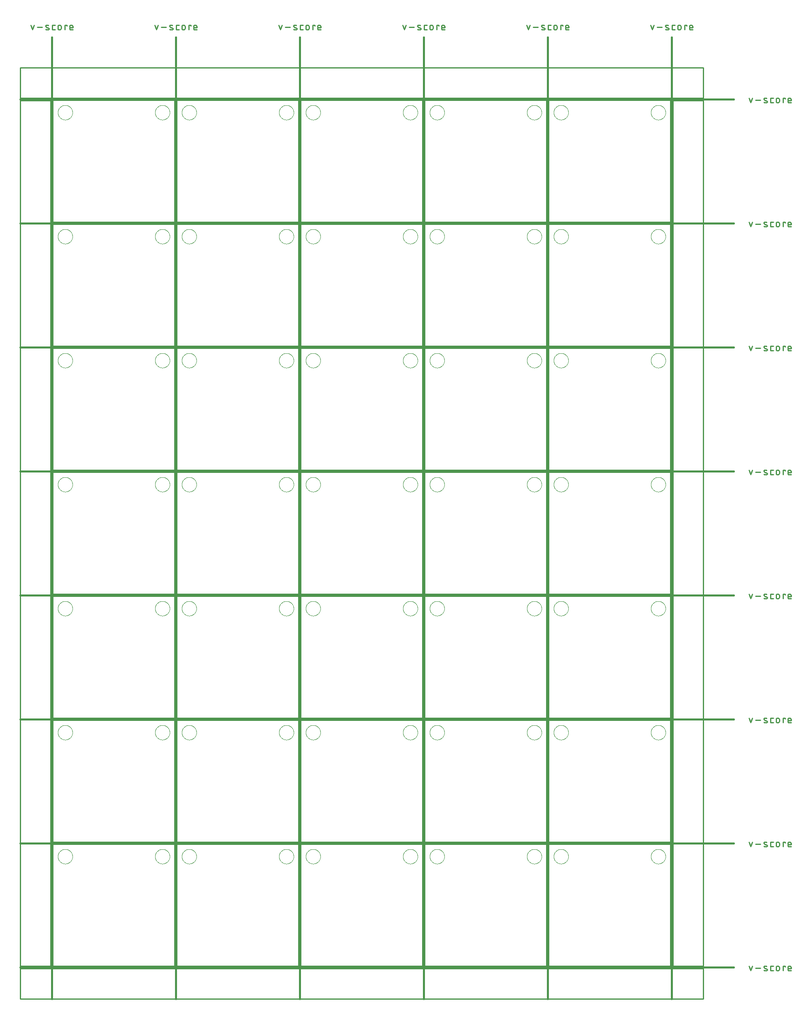
<source format=gko>
G04 EAGLE Gerber RS-274X export*
G75*
%MOMM*%
%FSLAX34Y34*%
%LPD*%
%IN*%
%IPPOS*%
%AMOC8*
5,1,8,0,0,1.08239X$1,22.5*%
G01*
%ADD10C,0.203200*%
%ADD11C,0.381000*%
%ADD12C,0.279400*%
%ADD13C,0.254000*%
%ADD14C,0.000000*%


D10*
X0Y0D02*
X254000Y0D01*
X254000Y254000D01*
X0Y254000D01*
X0Y0D01*
X259080Y0D02*
X513080Y0D01*
X513080Y254000D01*
X259080Y254000D01*
X259080Y0D01*
X518160Y0D02*
X772160Y0D01*
X772160Y254000D01*
X518160Y254000D01*
X518160Y0D01*
X777240Y0D02*
X1031240Y0D01*
X1031240Y254000D01*
X777240Y254000D01*
X777240Y0D01*
X1036320Y0D02*
X1290320Y0D01*
X1290320Y254000D01*
X1036320Y254000D01*
X1036320Y0D01*
X254000Y259080D02*
X0Y259080D01*
X254000Y259080D02*
X254000Y513080D01*
X0Y513080D01*
X0Y259080D01*
X259080Y259080D02*
X513080Y259080D01*
X513080Y513080D01*
X259080Y513080D01*
X259080Y259080D01*
X518160Y259080D02*
X772160Y259080D01*
X772160Y513080D01*
X518160Y513080D01*
X518160Y259080D01*
X777240Y259080D02*
X1031240Y259080D01*
X1031240Y513080D01*
X777240Y513080D01*
X777240Y259080D01*
X1036320Y259080D02*
X1290320Y259080D01*
X1290320Y513080D01*
X1036320Y513080D01*
X1036320Y259080D01*
X254000Y518160D02*
X0Y518160D01*
X254000Y518160D02*
X254000Y772160D01*
X0Y772160D01*
X0Y518160D01*
X259080Y518160D02*
X513080Y518160D01*
X513080Y772160D01*
X259080Y772160D01*
X259080Y518160D01*
X518160Y518160D02*
X772160Y518160D01*
X772160Y772160D01*
X518160Y772160D01*
X518160Y518160D01*
X777240Y518160D02*
X1031240Y518160D01*
X1031240Y772160D01*
X777240Y772160D01*
X777240Y518160D01*
X1036320Y518160D02*
X1290320Y518160D01*
X1290320Y772160D01*
X1036320Y772160D01*
X1036320Y518160D01*
X254000Y777240D02*
X0Y777240D01*
X254000Y777240D02*
X254000Y1031240D01*
X0Y1031240D01*
X0Y777240D01*
X259080Y777240D02*
X513080Y777240D01*
X513080Y1031240D01*
X259080Y1031240D01*
X259080Y777240D01*
X518160Y777240D02*
X772160Y777240D01*
X772160Y1031240D01*
X518160Y1031240D01*
X518160Y777240D01*
X777240Y777240D02*
X1031240Y777240D01*
X1031240Y1031240D01*
X777240Y1031240D01*
X777240Y777240D01*
X1036320Y777240D02*
X1290320Y777240D01*
X1290320Y1031240D01*
X1036320Y1031240D01*
X1036320Y777240D01*
X254000Y1036320D02*
X0Y1036320D01*
X254000Y1036320D02*
X254000Y1290320D01*
X0Y1290320D01*
X0Y1036320D01*
X259080Y1036320D02*
X513080Y1036320D01*
X513080Y1290320D01*
X259080Y1290320D01*
X259080Y1036320D01*
X518160Y1036320D02*
X772160Y1036320D01*
X772160Y1290320D01*
X518160Y1290320D01*
X518160Y1036320D01*
X777240Y1036320D02*
X1031240Y1036320D01*
X1031240Y1290320D01*
X777240Y1290320D01*
X777240Y1036320D01*
X1036320Y1036320D02*
X1290320Y1036320D01*
X1290320Y1290320D01*
X1036320Y1290320D01*
X1036320Y1036320D01*
X254000Y1295400D02*
X0Y1295400D01*
X254000Y1295400D02*
X254000Y1549400D01*
X0Y1549400D01*
X0Y1295400D01*
X259080Y1295400D02*
X513080Y1295400D01*
X513080Y1549400D01*
X259080Y1549400D01*
X259080Y1295400D01*
X518160Y1295400D02*
X772160Y1295400D01*
X772160Y1549400D01*
X518160Y1549400D01*
X518160Y1295400D01*
X777240Y1295400D02*
X1031240Y1295400D01*
X1031240Y1549400D01*
X777240Y1549400D01*
X777240Y1295400D01*
X1036320Y1295400D02*
X1290320Y1295400D01*
X1290320Y1549400D01*
X1036320Y1549400D01*
X1036320Y1295400D01*
X254000Y1554480D02*
X0Y1554480D01*
X254000Y1554480D02*
X254000Y1808480D01*
X0Y1808480D01*
X0Y1554480D01*
X259080Y1554480D02*
X513080Y1554480D01*
X513080Y1808480D01*
X259080Y1808480D01*
X259080Y1554480D01*
X518160Y1554480D02*
X772160Y1554480D01*
X772160Y1808480D01*
X518160Y1808480D01*
X518160Y1554480D01*
X777240Y1554480D02*
X1031240Y1554480D01*
X1031240Y1808480D01*
X777240Y1808480D01*
X777240Y1554480D01*
X1036320Y1554480D02*
X1290320Y1554480D01*
X1290320Y1808480D01*
X1036320Y1808480D01*
X1036320Y1554480D01*
D11*
X-2540Y1940560D02*
X-2540Y-68580D01*
D12*
X-42921Y1955927D02*
X-46251Y1965918D01*
X-39590Y1965918D02*
X-42921Y1955927D01*
X-32806Y1961755D02*
X-22815Y1961755D01*
X-14261Y1961755D02*
X-10098Y1960090D01*
X-14261Y1961754D02*
X-14346Y1961790D01*
X-14429Y1961830D01*
X-14510Y1961873D01*
X-14590Y1961920D01*
X-14667Y1961970D01*
X-14743Y1962023D01*
X-14816Y1962079D01*
X-14886Y1962139D01*
X-14954Y1962201D01*
X-15019Y1962266D01*
X-15081Y1962334D01*
X-15141Y1962405D01*
X-15197Y1962478D01*
X-15250Y1962553D01*
X-15300Y1962631D01*
X-15346Y1962710D01*
X-15389Y1962792D01*
X-15429Y1962875D01*
X-15465Y1962960D01*
X-15497Y1963046D01*
X-15526Y1963134D01*
X-15550Y1963223D01*
X-15571Y1963313D01*
X-15588Y1963403D01*
X-15602Y1963494D01*
X-15611Y1963586D01*
X-15616Y1963678D01*
X-15618Y1963770D01*
X-15616Y1963862D01*
X-15609Y1963954D01*
X-15599Y1964046D01*
X-15585Y1964137D01*
X-15567Y1964228D01*
X-15545Y1964317D01*
X-15519Y1964406D01*
X-15489Y1964493D01*
X-15456Y1964579D01*
X-15419Y1964663D01*
X-15379Y1964746D01*
X-15335Y1964827D01*
X-15288Y1964906D01*
X-15237Y1964983D01*
X-15183Y1965058D01*
X-15126Y1965131D01*
X-15066Y1965201D01*
X-15003Y1965268D01*
X-14937Y1965332D01*
X-14869Y1965394D01*
X-14798Y1965453D01*
X-14724Y1965508D01*
X-14648Y1965561D01*
X-14570Y1965610D01*
X-14490Y1965656D01*
X-14409Y1965698D01*
X-14325Y1965737D01*
X-14240Y1965772D01*
X-14153Y1965803D01*
X-14065Y1965831D01*
X-13976Y1965855D01*
X-13886Y1965875D01*
X-13796Y1965892D01*
X-13704Y1965904D01*
X-13612Y1965913D01*
X-13520Y1965917D01*
X-13428Y1965918D01*
X-13201Y1965912D01*
X-12974Y1965901D01*
X-12747Y1965884D01*
X-12521Y1965861D01*
X-12295Y1965834D01*
X-12070Y1965800D01*
X-11846Y1965762D01*
X-11623Y1965718D01*
X-11401Y1965669D01*
X-11180Y1965614D01*
X-10961Y1965554D01*
X-10743Y1965489D01*
X-10527Y1965418D01*
X-10313Y1965343D01*
X-10100Y1965262D01*
X-9890Y1965176D01*
X-9681Y1965085D01*
X-10098Y1960090D02*
X-10013Y1960054D01*
X-9930Y1960014D01*
X-9849Y1959971D01*
X-9769Y1959924D01*
X-9692Y1959874D01*
X-9616Y1959821D01*
X-9543Y1959765D01*
X-9473Y1959705D01*
X-9405Y1959643D01*
X-9340Y1959578D01*
X-9278Y1959510D01*
X-9218Y1959439D01*
X-9162Y1959366D01*
X-9109Y1959291D01*
X-9059Y1959213D01*
X-9013Y1959134D01*
X-8970Y1959052D01*
X-8930Y1958969D01*
X-8894Y1958884D01*
X-8862Y1958798D01*
X-8833Y1958710D01*
X-8809Y1958621D01*
X-8788Y1958531D01*
X-8771Y1958441D01*
X-8757Y1958350D01*
X-8748Y1958258D01*
X-8743Y1958166D01*
X-8741Y1958074D01*
X-8743Y1957982D01*
X-8750Y1957890D01*
X-8760Y1957798D01*
X-8774Y1957707D01*
X-8792Y1957616D01*
X-8814Y1957527D01*
X-8840Y1957438D01*
X-8870Y1957351D01*
X-8903Y1957265D01*
X-8940Y1957181D01*
X-8980Y1957098D01*
X-9024Y1957017D01*
X-9071Y1956938D01*
X-9122Y1956861D01*
X-9176Y1956786D01*
X-9233Y1956713D01*
X-9293Y1956643D01*
X-9356Y1956576D01*
X-9422Y1956512D01*
X-9490Y1956450D01*
X-9561Y1956391D01*
X-9635Y1956336D01*
X-9711Y1956283D01*
X-9789Y1956234D01*
X-9869Y1956188D01*
X-9950Y1956146D01*
X-10034Y1956107D01*
X-10119Y1956072D01*
X-10206Y1956041D01*
X-10294Y1956013D01*
X-10383Y1955989D01*
X-10473Y1955969D01*
X-10563Y1955952D01*
X-10655Y1955940D01*
X-10747Y1955931D01*
X-10839Y1955927D01*
X-10931Y1955926D01*
X-10931Y1955927D02*
X-11265Y1955936D01*
X-11598Y1955953D01*
X-11931Y1955977D01*
X-12264Y1956010D01*
X-12595Y1956050D01*
X-12926Y1956098D01*
X-13255Y1956154D01*
X-13583Y1956217D01*
X-13909Y1956289D01*
X-14233Y1956368D01*
X-14556Y1956454D01*
X-14876Y1956549D01*
X-15194Y1956651D01*
X-15510Y1956760D01*
X562Y1955927D02*
X3892Y1955927D01*
X562Y1955927D02*
X464Y1955929D01*
X366Y1955935D01*
X268Y1955944D01*
X171Y1955958D01*
X75Y1955975D01*
X-21Y1955996D01*
X-116Y1956021D01*
X-210Y1956049D01*
X-303Y1956081D01*
X-394Y1956117D01*
X-484Y1956156D01*
X-572Y1956199D01*
X-659Y1956246D01*
X-743Y1956295D01*
X-826Y1956348D01*
X-906Y1956404D01*
X-985Y1956463D01*
X-1060Y1956526D01*
X-1134Y1956591D01*
X-1204Y1956659D01*
X-1272Y1956729D01*
X-1338Y1956803D01*
X-1400Y1956879D01*
X-1459Y1956957D01*
X-1515Y1957037D01*
X-1568Y1957120D01*
X-1618Y1957204D01*
X-1664Y1957291D01*
X-1707Y1957379D01*
X-1746Y1957469D01*
X-1782Y1957560D01*
X-1814Y1957653D01*
X-1842Y1957747D01*
X-1867Y1957842D01*
X-1888Y1957938D01*
X-1905Y1958034D01*
X-1919Y1958131D01*
X-1928Y1958229D01*
X-1934Y1958327D01*
X-1936Y1958425D01*
X-1936Y1963420D01*
X-1934Y1963518D01*
X-1928Y1963616D01*
X-1919Y1963714D01*
X-1905Y1963811D01*
X-1888Y1963907D01*
X-1867Y1964003D01*
X-1842Y1964098D01*
X-1814Y1964192D01*
X-1782Y1964285D01*
X-1746Y1964376D01*
X-1707Y1964466D01*
X-1664Y1964554D01*
X-1617Y1964641D01*
X-1568Y1964725D01*
X-1515Y1964808D01*
X-1459Y1964888D01*
X-1400Y1964966D01*
X-1337Y1965042D01*
X-1272Y1965116D01*
X-1204Y1965186D01*
X-1134Y1965254D01*
X-1060Y1965319D01*
X-984Y1965382D01*
X-906Y1965441D01*
X-826Y1965497D01*
X-743Y1965550D01*
X-659Y1965599D01*
X-572Y1965646D01*
X-484Y1965689D01*
X-394Y1965728D01*
X-303Y1965764D01*
X-210Y1965796D01*
X-116Y1965824D01*
X-21Y1965849D01*
X75Y1965870D01*
X171Y1965887D01*
X268Y1965901D01*
X366Y1965910D01*
X464Y1965916D01*
X562Y1965918D01*
X3892Y1965918D01*
X10022Y1962587D02*
X10022Y1959257D01*
X10022Y1962587D02*
X10024Y1962701D01*
X10030Y1962814D01*
X10039Y1962928D01*
X10053Y1963040D01*
X10070Y1963153D01*
X10092Y1963265D01*
X10117Y1963375D01*
X10145Y1963485D01*
X10178Y1963594D01*
X10214Y1963702D01*
X10254Y1963809D01*
X10298Y1963914D01*
X10345Y1964017D01*
X10395Y1964119D01*
X10449Y1964219D01*
X10507Y1964317D01*
X10568Y1964413D01*
X10631Y1964507D01*
X10699Y1964599D01*
X10769Y1964689D01*
X10842Y1964775D01*
X10918Y1964860D01*
X10997Y1964942D01*
X11079Y1965021D01*
X11164Y1965097D01*
X11250Y1965170D01*
X11340Y1965240D01*
X11432Y1965308D01*
X11526Y1965371D01*
X11622Y1965432D01*
X11720Y1965490D01*
X11820Y1965544D01*
X11922Y1965594D01*
X12025Y1965641D01*
X12130Y1965685D01*
X12237Y1965725D01*
X12345Y1965761D01*
X12454Y1965794D01*
X12564Y1965822D01*
X12674Y1965847D01*
X12786Y1965869D01*
X12899Y1965886D01*
X13011Y1965900D01*
X13125Y1965909D01*
X13238Y1965915D01*
X13352Y1965917D01*
X13466Y1965915D01*
X13579Y1965909D01*
X13693Y1965900D01*
X13805Y1965886D01*
X13918Y1965869D01*
X14030Y1965847D01*
X14140Y1965822D01*
X14250Y1965794D01*
X14359Y1965761D01*
X14467Y1965725D01*
X14574Y1965685D01*
X14679Y1965641D01*
X14782Y1965594D01*
X14884Y1965544D01*
X14984Y1965490D01*
X15082Y1965432D01*
X15178Y1965371D01*
X15272Y1965308D01*
X15364Y1965240D01*
X15454Y1965170D01*
X15540Y1965097D01*
X15625Y1965021D01*
X15707Y1964942D01*
X15786Y1964860D01*
X15862Y1964775D01*
X15935Y1964689D01*
X16005Y1964599D01*
X16073Y1964507D01*
X16136Y1964413D01*
X16197Y1964317D01*
X16255Y1964219D01*
X16309Y1964119D01*
X16359Y1964017D01*
X16406Y1963914D01*
X16450Y1963809D01*
X16490Y1963702D01*
X16526Y1963594D01*
X16559Y1963485D01*
X16587Y1963375D01*
X16612Y1963265D01*
X16634Y1963153D01*
X16651Y1963040D01*
X16665Y1962928D01*
X16674Y1962814D01*
X16680Y1962701D01*
X16682Y1962587D01*
X16682Y1959257D01*
X16680Y1959143D01*
X16674Y1959030D01*
X16665Y1958916D01*
X16651Y1958804D01*
X16634Y1958691D01*
X16612Y1958579D01*
X16587Y1958469D01*
X16559Y1958359D01*
X16526Y1958250D01*
X16490Y1958142D01*
X16450Y1958035D01*
X16406Y1957930D01*
X16359Y1957827D01*
X16309Y1957725D01*
X16255Y1957625D01*
X16197Y1957527D01*
X16136Y1957431D01*
X16073Y1957337D01*
X16005Y1957245D01*
X15935Y1957155D01*
X15862Y1957069D01*
X15786Y1956984D01*
X15707Y1956902D01*
X15625Y1956823D01*
X15540Y1956747D01*
X15454Y1956674D01*
X15364Y1956604D01*
X15272Y1956536D01*
X15178Y1956473D01*
X15082Y1956412D01*
X14984Y1956354D01*
X14884Y1956300D01*
X14782Y1956250D01*
X14679Y1956203D01*
X14574Y1956159D01*
X14467Y1956119D01*
X14359Y1956083D01*
X14250Y1956050D01*
X14140Y1956022D01*
X14030Y1955997D01*
X13918Y1955975D01*
X13805Y1955958D01*
X13693Y1955944D01*
X13579Y1955935D01*
X13466Y1955929D01*
X13352Y1955927D01*
X13238Y1955929D01*
X13125Y1955935D01*
X13011Y1955944D01*
X12899Y1955958D01*
X12786Y1955975D01*
X12674Y1955997D01*
X12564Y1956022D01*
X12454Y1956050D01*
X12345Y1956083D01*
X12237Y1956119D01*
X12130Y1956159D01*
X12025Y1956203D01*
X11922Y1956250D01*
X11820Y1956300D01*
X11720Y1956354D01*
X11622Y1956412D01*
X11526Y1956473D01*
X11432Y1956536D01*
X11340Y1956604D01*
X11250Y1956674D01*
X11164Y1956747D01*
X11079Y1956823D01*
X10997Y1956902D01*
X10918Y1956984D01*
X10842Y1957069D01*
X10769Y1957155D01*
X10699Y1957245D01*
X10631Y1957337D01*
X10568Y1957431D01*
X10507Y1957527D01*
X10449Y1957625D01*
X10395Y1957725D01*
X10345Y1957827D01*
X10298Y1957930D01*
X10254Y1958035D01*
X10214Y1958142D01*
X10178Y1958250D01*
X10145Y1958359D01*
X10117Y1958469D01*
X10092Y1958579D01*
X10070Y1958691D01*
X10053Y1958804D01*
X10039Y1958916D01*
X10030Y1959030D01*
X10024Y1959143D01*
X10022Y1959257D01*
X24218Y1955927D02*
X24218Y1965918D01*
X29213Y1965918D01*
X29213Y1964253D01*
X37008Y1955927D02*
X41171Y1955927D01*
X37008Y1955927D02*
X36910Y1955929D01*
X36812Y1955935D01*
X36714Y1955944D01*
X36617Y1955958D01*
X36521Y1955975D01*
X36425Y1955996D01*
X36330Y1956021D01*
X36236Y1956049D01*
X36143Y1956081D01*
X36052Y1956117D01*
X35962Y1956156D01*
X35874Y1956199D01*
X35787Y1956246D01*
X35703Y1956295D01*
X35620Y1956348D01*
X35540Y1956404D01*
X35462Y1956463D01*
X35386Y1956526D01*
X35312Y1956591D01*
X35242Y1956659D01*
X35174Y1956729D01*
X35109Y1956803D01*
X35046Y1956879D01*
X34987Y1956957D01*
X34931Y1957037D01*
X34878Y1957120D01*
X34829Y1957204D01*
X34782Y1957291D01*
X34739Y1957379D01*
X34700Y1957469D01*
X34664Y1957560D01*
X34632Y1957653D01*
X34604Y1957747D01*
X34579Y1957842D01*
X34558Y1957938D01*
X34541Y1958034D01*
X34527Y1958131D01*
X34518Y1958229D01*
X34512Y1958327D01*
X34510Y1958425D01*
X34510Y1962587D01*
X34511Y1962587D02*
X34513Y1962701D01*
X34519Y1962814D01*
X34528Y1962928D01*
X34542Y1963040D01*
X34559Y1963153D01*
X34581Y1963265D01*
X34606Y1963375D01*
X34634Y1963485D01*
X34667Y1963594D01*
X34703Y1963702D01*
X34743Y1963809D01*
X34787Y1963914D01*
X34834Y1964017D01*
X34884Y1964119D01*
X34938Y1964219D01*
X34996Y1964317D01*
X35057Y1964413D01*
X35120Y1964507D01*
X35188Y1964599D01*
X35258Y1964689D01*
X35331Y1964775D01*
X35407Y1964860D01*
X35486Y1964942D01*
X35568Y1965021D01*
X35653Y1965097D01*
X35739Y1965170D01*
X35829Y1965240D01*
X35921Y1965308D01*
X36015Y1965371D01*
X36111Y1965432D01*
X36209Y1965490D01*
X36309Y1965544D01*
X36411Y1965594D01*
X36514Y1965641D01*
X36619Y1965685D01*
X36726Y1965725D01*
X36834Y1965761D01*
X36943Y1965794D01*
X37053Y1965822D01*
X37163Y1965847D01*
X37275Y1965869D01*
X37388Y1965886D01*
X37500Y1965900D01*
X37614Y1965909D01*
X37727Y1965915D01*
X37841Y1965917D01*
X37955Y1965915D01*
X38068Y1965909D01*
X38182Y1965900D01*
X38294Y1965886D01*
X38407Y1965869D01*
X38519Y1965847D01*
X38629Y1965822D01*
X38739Y1965794D01*
X38848Y1965761D01*
X38956Y1965725D01*
X39063Y1965685D01*
X39168Y1965641D01*
X39271Y1965594D01*
X39373Y1965544D01*
X39473Y1965490D01*
X39571Y1965432D01*
X39667Y1965371D01*
X39761Y1965308D01*
X39853Y1965240D01*
X39943Y1965170D01*
X40029Y1965097D01*
X40114Y1965021D01*
X40196Y1964942D01*
X40275Y1964860D01*
X40351Y1964775D01*
X40424Y1964689D01*
X40494Y1964599D01*
X40562Y1964507D01*
X40625Y1964413D01*
X40686Y1964317D01*
X40744Y1964219D01*
X40798Y1964119D01*
X40848Y1964017D01*
X40895Y1963914D01*
X40939Y1963809D01*
X40979Y1963702D01*
X41015Y1963594D01*
X41048Y1963485D01*
X41076Y1963375D01*
X41101Y1963265D01*
X41123Y1963153D01*
X41140Y1963040D01*
X41154Y1962928D01*
X41163Y1962814D01*
X41169Y1962701D01*
X41171Y1962587D01*
X41171Y1960922D01*
X34510Y1960922D01*
D11*
X256540Y1940560D02*
X256540Y-68580D01*
D12*
X216159Y1955927D02*
X212829Y1965918D01*
X219490Y1965918D02*
X216159Y1955927D01*
X226274Y1961755D02*
X236265Y1961755D01*
X244819Y1961755D02*
X248982Y1960090D01*
X244819Y1961754D02*
X244734Y1961790D01*
X244651Y1961830D01*
X244570Y1961873D01*
X244490Y1961920D01*
X244413Y1961970D01*
X244337Y1962023D01*
X244264Y1962079D01*
X244194Y1962139D01*
X244126Y1962201D01*
X244061Y1962266D01*
X243999Y1962334D01*
X243939Y1962405D01*
X243883Y1962478D01*
X243830Y1962553D01*
X243780Y1962631D01*
X243734Y1962710D01*
X243691Y1962792D01*
X243651Y1962875D01*
X243615Y1962960D01*
X243583Y1963046D01*
X243554Y1963134D01*
X243530Y1963223D01*
X243509Y1963313D01*
X243492Y1963403D01*
X243478Y1963494D01*
X243469Y1963586D01*
X243464Y1963678D01*
X243462Y1963770D01*
X243464Y1963862D01*
X243471Y1963954D01*
X243481Y1964046D01*
X243495Y1964137D01*
X243513Y1964228D01*
X243535Y1964317D01*
X243561Y1964406D01*
X243591Y1964493D01*
X243624Y1964579D01*
X243661Y1964663D01*
X243701Y1964746D01*
X243745Y1964827D01*
X243792Y1964906D01*
X243843Y1964983D01*
X243897Y1965058D01*
X243954Y1965131D01*
X244014Y1965201D01*
X244077Y1965268D01*
X244143Y1965332D01*
X244211Y1965394D01*
X244282Y1965453D01*
X244356Y1965508D01*
X244432Y1965561D01*
X244510Y1965610D01*
X244590Y1965656D01*
X244671Y1965698D01*
X244755Y1965737D01*
X244840Y1965772D01*
X244927Y1965803D01*
X245015Y1965831D01*
X245104Y1965855D01*
X245194Y1965875D01*
X245284Y1965892D01*
X245376Y1965904D01*
X245468Y1965913D01*
X245560Y1965917D01*
X245652Y1965918D01*
X245879Y1965912D01*
X246106Y1965901D01*
X246333Y1965884D01*
X246559Y1965861D01*
X246785Y1965834D01*
X247010Y1965800D01*
X247234Y1965762D01*
X247457Y1965718D01*
X247679Y1965669D01*
X247900Y1965614D01*
X248119Y1965554D01*
X248337Y1965489D01*
X248553Y1965418D01*
X248767Y1965343D01*
X248980Y1965262D01*
X249190Y1965176D01*
X249399Y1965085D01*
X248982Y1960090D02*
X249067Y1960054D01*
X249150Y1960014D01*
X249231Y1959971D01*
X249311Y1959924D01*
X249388Y1959874D01*
X249464Y1959821D01*
X249537Y1959765D01*
X249607Y1959705D01*
X249675Y1959643D01*
X249740Y1959578D01*
X249802Y1959510D01*
X249862Y1959439D01*
X249918Y1959366D01*
X249971Y1959291D01*
X250021Y1959213D01*
X250067Y1959134D01*
X250110Y1959052D01*
X250150Y1958969D01*
X250186Y1958884D01*
X250218Y1958798D01*
X250247Y1958710D01*
X250271Y1958621D01*
X250292Y1958531D01*
X250309Y1958441D01*
X250323Y1958350D01*
X250332Y1958258D01*
X250337Y1958166D01*
X250339Y1958074D01*
X250337Y1957982D01*
X250330Y1957890D01*
X250320Y1957798D01*
X250306Y1957707D01*
X250288Y1957616D01*
X250266Y1957527D01*
X250240Y1957438D01*
X250210Y1957351D01*
X250177Y1957265D01*
X250140Y1957181D01*
X250100Y1957098D01*
X250056Y1957017D01*
X250009Y1956938D01*
X249958Y1956861D01*
X249904Y1956786D01*
X249847Y1956713D01*
X249787Y1956643D01*
X249724Y1956576D01*
X249658Y1956512D01*
X249590Y1956450D01*
X249519Y1956391D01*
X249445Y1956336D01*
X249369Y1956283D01*
X249291Y1956234D01*
X249211Y1956188D01*
X249130Y1956146D01*
X249046Y1956107D01*
X248961Y1956072D01*
X248874Y1956041D01*
X248786Y1956013D01*
X248697Y1955989D01*
X248607Y1955969D01*
X248517Y1955952D01*
X248425Y1955940D01*
X248333Y1955931D01*
X248241Y1955927D01*
X248149Y1955926D01*
X248149Y1955927D02*
X247815Y1955936D01*
X247482Y1955953D01*
X247149Y1955977D01*
X246816Y1956010D01*
X246485Y1956050D01*
X246154Y1956098D01*
X245825Y1956154D01*
X245497Y1956217D01*
X245171Y1956289D01*
X244847Y1956368D01*
X244524Y1956454D01*
X244204Y1956549D01*
X243886Y1956651D01*
X243570Y1956760D01*
X259642Y1955927D02*
X262972Y1955927D01*
X259642Y1955927D02*
X259544Y1955929D01*
X259446Y1955935D01*
X259348Y1955944D01*
X259251Y1955958D01*
X259155Y1955975D01*
X259059Y1955996D01*
X258964Y1956021D01*
X258870Y1956049D01*
X258777Y1956081D01*
X258686Y1956117D01*
X258596Y1956156D01*
X258508Y1956199D01*
X258421Y1956246D01*
X258337Y1956295D01*
X258254Y1956348D01*
X258174Y1956404D01*
X258096Y1956463D01*
X258020Y1956526D01*
X257946Y1956591D01*
X257876Y1956659D01*
X257808Y1956729D01*
X257743Y1956803D01*
X257680Y1956879D01*
X257621Y1956957D01*
X257565Y1957037D01*
X257512Y1957120D01*
X257463Y1957204D01*
X257416Y1957291D01*
X257373Y1957379D01*
X257334Y1957469D01*
X257298Y1957560D01*
X257266Y1957653D01*
X257238Y1957747D01*
X257213Y1957842D01*
X257192Y1957938D01*
X257175Y1958034D01*
X257161Y1958131D01*
X257152Y1958229D01*
X257146Y1958327D01*
X257144Y1958425D01*
X257144Y1963420D01*
X257146Y1963518D01*
X257152Y1963616D01*
X257161Y1963714D01*
X257175Y1963811D01*
X257192Y1963907D01*
X257213Y1964003D01*
X257238Y1964098D01*
X257266Y1964192D01*
X257298Y1964285D01*
X257334Y1964376D01*
X257373Y1964466D01*
X257416Y1964554D01*
X257463Y1964641D01*
X257512Y1964725D01*
X257565Y1964808D01*
X257621Y1964888D01*
X257680Y1964967D01*
X257743Y1965042D01*
X257808Y1965116D01*
X257876Y1965186D01*
X257946Y1965254D01*
X258020Y1965320D01*
X258096Y1965382D01*
X258174Y1965441D01*
X258254Y1965497D01*
X258337Y1965550D01*
X258421Y1965600D01*
X258508Y1965646D01*
X258596Y1965689D01*
X258686Y1965728D01*
X258777Y1965764D01*
X258870Y1965796D01*
X258964Y1965824D01*
X259059Y1965849D01*
X259155Y1965870D01*
X259251Y1965887D01*
X259348Y1965901D01*
X259446Y1965910D01*
X259544Y1965916D01*
X259642Y1965918D01*
X262972Y1965918D01*
X269102Y1962587D02*
X269102Y1959257D01*
X269102Y1962587D02*
X269104Y1962701D01*
X269110Y1962814D01*
X269119Y1962928D01*
X269133Y1963040D01*
X269150Y1963153D01*
X269172Y1963265D01*
X269197Y1963375D01*
X269225Y1963485D01*
X269258Y1963594D01*
X269294Y1963702D01*
X269334Y1963809D01*
X269378Y1963914D01*
X269425Y1964017D01*
X269475Y1964119D01*
X269529Y1964219D01*
X269587Y1964317D01*
X269648Y1964413D01*
X269711Y1964507D01*
X269779Y1964599D01*
X269849Y1964689D01*
X269922Y1964775D01*
X269998Y1964860D01*
X270077Y1964942D01*
X270159Y1965021D01*
X270244Y1965097D01*
X270330Y1965170D01*
X270420Y1965240D01*
X270512Y1965308D01*
X270606Y1965371D01*
X270702Y1965432D01*
X270800Y1965490D01*
X270900Y1965544D01*
X271002Y1965594D01*
X271105Y1965641D01*
X271210Y1965685D01*
X271317Y1965725D01*
X271425Y1965761D01*
X271534Y1965794D01*
X271644Y1965822D01*
X271754Y1965847D01*
X271866Y1965869D01*
X271979Y1965886D01*
X272091Y1965900D01*
X272205Y1965909D01*
X272318Y1965915D01*
X272432Y1965917D01*
X272546Y1965915D01*
X272659Y1965909D01*
X272773Y1965900D01*
X272885Y1965886D01*
X272998Y1965869D01*
X273110Y1965847D01*
X273220Y1965822D01*
X273330Y1965794D01*
X273439Y1965761D01*
X273547Y1965725D01*
X273654Y1965685D01*
X273759Y1965641D01*
X273862Y1965594D01*
X273964Y1965544D01*
X274064Y1965490D01*
X274162Y1965432D01*
X274258Y1965371D01*
X274352Y1965308D01*
X274444Y1965240D01*
X274534Y1965170D01*
X274620Y1965097D01*
X274705Y1965021D01*
X274787Y1964942D01*
X274866Y1964860D01*
X274942Y1964775D01*
X275015Y1964689D01*
X275085Y1964599D01*
X275153Y1964507D01*
X275216Y1964413D01*
X275277Y1964317D01*
X275335Y1964219D01*
X275389Y1964119D01*
X275439Y1964017D01*
X275486Y1963914D01*
X275530Y1963809D01*
X275570Y1963702D01*
X275606Y1963594D01*
X275639Y1963485D01*
X275667Y1963375D01*
X275692Y1963265D01*
X275714Y1963153D01*
X275731Y1963040D01*
X275745Y1962928D01*
X275754Y1962814D01*
X275760Y1962701D01*
X275762Y1962587D01*
X275762Y1959257D01*
X275760Y1959143D01*
X275754Y1959030D01*
X275745Y1958916D01*
X275731Y1958804D01*
X275714Y1958691D01*
X275692Y1958579D01*
X275667Y1958469D01*
X275639Y1958359D01*
X275606Y1958250D01*
X275570Y1958142D01*
X275530Y1958035D01*
X275486Y1957930D01*
X275439Y1957827D01*
X275389Y1957725D01*
X275335Y1957625D01*
X275277Y1957527D01*
X275216Y1957431D01*
X275153Y1957337D01*
X275085Y1957245D01*
X275015Y1957155D01*
X274942Y1957069D01*
X274866Y1956984D01*
X274787Y1956902D01*
X274705Y1956823D01*
X274620Y1956747D01*
X274534Y1956674D01*
X274444Y1956604D01*
X274352Y1956536D01*
X274258Y1956473D01*
X274162Y1956412D01*
X274064Y1956354D01*
X273964Y1956300D01*
X273862Y1956250D01*
X273759Y1956203D01*
X273654Y1956159D01*
X273547Y1956119D01*
X273439Y1956083D01*
X273330Y1956050D01*
X273220Y1956022D01*
X273110Y1955997D01*
X272998Y1955975D01*
X272885Y1955958D01*
X272773Y1955944D01*
X272659Y1955935D01*
X272546Y1955929D01*
X272432Y1955927D01*
X272318Y1955929D01*
X272205Y1955935D01*
X272091Y1955944D01*
X271979Y1955958D01*
X271866Y1955975D01*
X271754Y1955997D01*
X271644Y1956022D01*
X271534Y1956050D01*
X271425Y1956083D01*
X271317Y1956119D01*
X271210Y1956159D01*
X271105Y1956203D01*
X271002Y1956250D01*
X270900Y1956300D01*
X270800Y1956354D01*
X270702Y1956412D01*
X270606Y1956473D01*
X270512Y1956536D01*
X270420Y1956604D01*
X270330Y1956674D01*
X270244Y1956747D01*
X270159Y1956823D01*
X270077Y1956902D01*
X269998Y1956984D01*
X269922Y1957069D01*
X269849Y1957155D01*
X269779Y1957245D01*
X269711Y1957337D01*
X269648Y1957431D01*
X269587Y1957527D01*
X269529Y1957625D01*
X269475Y1957725D01*
X269425Y1957827D01*
X269378Y1957930D01*
X269334Y1958035D01*
X269294Y1958142D01*
X269258Y1958250D01*
X269225Y1958359D01*
X269197Y1958469D01*
X269172Y1958579D01*
X269150Y1958691D01*
X269133Y1958804D01*
X269119Y1958916D01*
X269110Y1959030D01*
X269104Y1959143D01*
X269102Y1959257D01*
X283298Y1955927D02*
X283298Y1965918D01*
X288293Y1965918D01*
X288293Y1964253D01*
X296088Y1955927D02*
X300251Y1955927D01*
X296088Y1955927D02*
X295990Y1955929D01*
X295892Y1955935D01*
X295794Y1955944D01*
X295697Y1955958D01*
X295601Y1955975D01*
X295505Y1955996D01*
X295410Y1956021D01*
X295316Y1956049D01*
X295223Y1956081D01*
X295132Y1956117D01*
X295042Y1956156D01*
X294954Y1956199D01*
X294867Y1956246D01*
X294783Y1956295D01*
X294700Y1956348D01*
X294620Y1956404D01*
X294542Y1956463D01*
X294466Y1956526D01*
X294392Y1956591D01*
X294322Y1956659D01*
X294254Y1956729D01*
X294189Y1956803D01*
X294126Y1956879D01*
X294067Y1956957D01*
X294011Y1957037D01*
X293958Y1957120D01*
X293909Y1957204D01*
X293862Y1957291D01*
X293819Y1957379D01*
X293780Y1957469D01*
X293744Y1957560D01*
X293712Y1957653D01*
X293684Y1957747D01*
X293659Y1957842D01*
X293638Y1957938D01*
X293621Y1958034D01*
X293607Y1958131D01*
X293598Y1958229D01*
X293592Y1958327D01*
X293590Y1958425D01*
X293590Y1962587D01*
X293591Y1962587D02*
X293593Y1962701D01*
X293599Y1962814D01*
X293608Y1962928D01*
X293622Y1963040D01*
X293639Y1963153D01*
X293661Y1963265D01*
X293686Y1963375D01*
X293714Y1963485D01*
X293747Y1963594D01*
X293783Y1963702D01*
X293823Y1963809D01*
X293867Y1963914D01*
X293914Y1964017D01*
X293964Y1964119D01*
X294018Y1964219D01*
X294076Y1964317D01*
X294137Y1964413D01*
X294200Y1964507D01*
X294268Y1964599D01*
X294338Y1964689D01*
X294411Y1964775D01*
X294487Y1964860D01*
X294566Y1964942D01*
X294648Y1965021D01*
X294733Y1965097D01*
X294819Y1965170D01*
X294909Y1965240D01*
X295001Y1965308D01*
X295095Y1965371D01*
X295191Y1965432D01*
X295289Y1965490D01*
X295389Y1965544D01*
X295491Y1965594D01*
X295594Y1965641D01*
X295699Y1965685D01*
X295806Y1965725D01*
X295914Y1965761D01*
X296023Y1965794D01*
X296133Y1965822D01*
X296243Y1965847D01*
X296355Y1965869D01*
X296468Y1965886D01*
X296580Y1965900D01*
X296694Y1965909D01*
X296807Y1965915D01*
X296921Y1965917D01*
X297035Y1965915D01*
X297148Y1965909D01*
X297262Y1965900D01*
X297374Y1965886D01*
X297487Y1965869D01*
X297599Y1965847D01*
X297709Y1965822D01*
X297819Y1965794D01*
X297928Y1965761D01*
X298036Y1965725D01*
X298143Y1965685D01*
X298248Y1965641D01*
X298351Y1965594D01*
X298453Y1965544D01*
X298553Y1965490D01*
X298651Y1965432D01*
X298747Y1965371D01*
X298841Y1965308D01*
X298933Y1965240D01*
X299023Y1965170D01*
X299109Y1965097D01*
X299194Y1965021D01*
X299276Y1964942D01*
X299355Y1964860D01*
X299431Y1964775D01*
X299504Y1964689D01*
X299574Y1964599D01*
X299642Y1964507D01*
X299705Y1964413D01*
X299766Y1964317D01*
X299824Y1964219D01*
X299878Y1964119D01*
X299928Y1964017D01*
X299975Y1963914D01*
X300019Y1963809D01*
X300059Y1963702D01*
X300095Y1963594D01*
X300128Y1963485D01*
X300156Y1963375D01*
X300181Y1963265D01*
X300203Y1963153D01*
X300220Y1963040D01*
X300234Y1962928D01*
X300243Y1962814D01*
X300249Y1962701D01*
X300251Y1962587D01*
X300251Y1960922D01*
X293590Y1960922D01*
D11*
X515620Y1940560D02*
X515620Y-68580D01*
D12*
X475239Y1955927D02*
X471909Y1965918D01*
X478570Y1965918D02*
X475239Y1955927D01*
X485354Y1961755D02*
X495345Y1961755D01*
X503899Y1961755D02*
X508062Y1960090D01*
X503899Y1961754D02*
X503814Y1961790D01*
X503731Y1961830D01*
X503650Y1961873D01*
X503570Y1961920D01*
X503493Y1961970D01*
X503417Y1962023D01*
X503344Y1962079D01*
X503274Y1962139D01*
X503206Y1962201D01*
X503141Y1962266D01*
X503079Y1962334D01*
X503019Y1962405D01*
X502963Y1962478D01*
X502910Y1962553D01*
X502860Y1962631D01*
X502814Y1962710D01*
X502771Y1962792D01*
X502731Y1962875D01*
X502695Y1962960D01*
X502663Y1963046D01*
X502634Y1963134D01*
X502610Y1963223D01*
X502589Y1963313D01*
X502572Y1963403D01*
X502558Y1963494D01*
X502549Y1963586D01*
X502544Y1963678D01*
X502542Y1963770D01*
X502544Y1963862D01*
X502551Y1963954D01*
X502561Y1964046D01*
X502575Y1964137D01*
X502593Y1964228D01*
X502615Y1964317D01*
X502641Y1964406D01*
X502671Y1964493D01*
X502704Y1964579D01*
X502741Y1964663D01*
X502781Y1964746D01*
X502825Y1964827D01*
X502872Y1964906D01*
X502923Y1964983D01*
X502977Y1965058D01*
X503034Y1965131D01*
X503094Y1965201D01*
X503157Y1965268D01*
X503223Y1965332D01*
X503291Y1965394D01*
X503362Y1965453D01*
X503436Y1965508D01*
X503512Y1965561D01*
X503590Y1965610D01*
X503670Y1965656D01*
X503751Y1965698D01*
X503835Y1965737D01*
X503920Y1965772D01*
X504007Y1965803D01*
X504095Y1965831D01*
X504184Y1965855D01*
X504274Y1965875D01*
X504364Y1965892D01*
X504456Y1965904D01*
X504548Y1965913D01*
X504640Y1965917D01*
X504732Y1965918D01*
X504959Y1965912D01*
X505186Y1965901D01*
X505413Y1965884D01*
X505639Y1965861D01*
X505865Y1965834D01*
X506090Y1965800D01*
X506314Y1965762D01*
X506537Y1965718D01*
X506759Y1965669D01*
X506980Y1965614D01*
X507199Y1965554D01*
X507417Y1965489D01*
X507633Y1965418D01*
X507847Y1965343D01*
X508060Y1965262D01*
X508270Y1965176D01*
X508479Y1965085D01*
X508062Y1960090D02*
X508147Y1960054D01*
X508230Y1960014D01*
X508311Y1959971D01*
X508391Y1959924D01*
X508468Y1959874D01*
X508544Y1959821D01*
X508617Y1959765D01*
X508687Y1959705D01*
X508755Y1959643D01*
X508820Y1959578D01*
X508882Y1959510D01*
X508942Y1959439D01*
X508998Y1959366D01*
X509051Y1959291D01*
X509101Y1959213D01*
X509147Y1959134D01*
X509190Y1959052D01*
X509230Y1958969D01*
X509266Y1958884D01*
X509298Y1958798D01*
X509327Y1958710D01*
X509351Y1958621D01*
X509372Y1958531D01*
X509389Y1958441D01*
X509403Y1958350D01*
X509412Y1958258D01*
X509417Y1958166D01*
X509419Y1958074D01*
X509417Y1957982D01*
X509410Y1957890D01*
X509400Y1957798D01*
X509386Y1957707D01*
X509368Y1957616D01*
X509346Y1957527D01*
X509320Y1957438D01*
X509290Y1957351D01*
X509257Y1957265D01*
X509220Y1957181D01*
X509180Y1957098D01*
X509136Y1957017D01*
X509089Y1956938D01*
X509038Y1956861D01*
X508984Y1956786D01*
X508927Y1956713D01*
X508867Y1956643D01*
X508804Y1956576D01*
X508738Y1956512D01*
X508670Y1956450D01*
X508599Y1956391D01*
X508525Y1956336D01*
X508449Y1956283D01*
X508371Y1956234D01*
X508291Y1956188D01*
X508210Y1956146D01*
X508126Y1956107D01*
X508041Y1956072D01*
X507954Y1956041D01*
X507866Y1956013D01*
X507777Y1955989D01*
X507687Y1955969D01*
X507597Y1955952D01*
X507505Y1955940D01*
X507413Y1955931D01*
X507321Y1955927D01*
X507229Y1955926D01*
X507229Y1955927D02*
X506895Y1955936D01*
X506562Y1955953D01*
X506229Y1955977D01*
X505896Y1956010D01*
X505565Y1956050D01*
X505234Y1956098D01*
X504905Y1956154D01*
X504577Y1956217D01*
X504251Y1956289D01*
X503927Y1956368D01*
X503604Y1956454D01*
X503284Y1956549D01*
X502966Y1956651D01*
X502650Y1956760D01*
X518722Y1955927D02*
X522052Y1955927D01*
X518722Y1955927D02*
X518624Y1955929D01*
X518526Y1955935D01*
X518428Y1955944D01*
X518331Y1955958D01*
X518235Y1955975D01*
X518139Y1955996D01*
X518044Y1956021D01*
X517950Y1956049D01*
X517857Y1956081D01*
X517766Y1956117D01*
X517676Y1956156D01*
X517588Y1956199D01*
X517501Y1956246D01*
X517417Y1956295D01*
X517334Y1956348D01*
X517254Y1956404D01*
X517176Y1956463D01*
X517100Y1956526D01*
X517026Y1956591D01*
X516956Y1956659D01*
X516888Y1956729D01*
X516823Y1956803D01*
X516760Y1956879D01*
X516701Y1956957D01*
X516645Y1957037D01*
X516592Y1957120D01*
X516543Y1957204D01*
X516496Y1957291D01*
X516453Y1957379D01*
X516414Y1957469D01*
X516378Y1957560D01*
X516346Y1957653D01*
X516318Y1957747D01*
X516293Y1957842D01*
X516272Y1957938D01*
X516255Y1958034D01*
X516241Y1958131D01*
X516232Y1958229D01*
X516226Y1958327D01*
X516224Y1958425D01*
X516224Y1963420D01*
X516226Y1963518D01*
X516232Y1963616D01*
X516241Y1963714D01*
X516255Y1963811D01*
X516272Y1963907D01*
X516293Y1964003D01*
X516318Y1964098D01*
X516346Y1964192D01*
X516378Y1964285D01*
X516414Y1964376D01*
X516453Y1964466D01*
X516496Y1964554D01*
X516543Y1964641D01*
X516592Y1964725D01*
X516645Y1964808D01*
X516701Y1964888D01*
X516760Y1964967D01*
X516823Y1965042D01*
X516888Y1965116D01*
X516956Y1965186D01*
X517026Y1965254D01*
X517100Y1965320D01*
X517176Y1965382D01*
X517254Y1965441D01*
X517334Y1965497D01*
X517417Y1965550D01*
X517501Y1965600D01*
X517588Y1965646D01*
X517676Y1965689D01*
X517766Y1965728D01*
X517857Y1965764D01*
X517950Y1965796D01*
X518044Y1965824D01*
X518139Y1965849D01*
X518235Y1965870D01*
X518331Y1965887D01*
X518428Y1965901D01*
X518526Y1965910D01*
X518624Y1965916D01*
X518722Y1965918D01*
X522052Y1965918D01*
X528182Y1962587D02*
X528182Y1959257D01*
X528182Y1962587D02*
X528184Y1962701D01*
X528190Y1962814D01*
X528199Y1962928D01*
X528213Y1963040D01*
X528230Y1963153D01*
X528252Y1963265D01*
X528277Y1963375D01*
X528305Y1963485D01*
X528338Y1963594D01*
X528374Y1963702D01*
X528414Y1963809D01*
X528458Y1963914D01*
X528505Y1964017D01*
X528555Y1964119D01*
X528609Y1964219D01*
X528667Y1964317D01*
X528728Y1964413D01*
X528791Y1964507D01*
X528859Y1964599D01*
X528929Y1964689D01*
X529002Y1964775D01*
X529078Y1964860D01*
X529157Y1964942D01*
X529239Y1965021D01*
X529324Y1965097D01*
X529410Y1965170D01*
X529500Y1965240D01*
X529592Y1965308D01*
X529686Y1965371D01*
X529782Y1965432D01*
X529880Y1965490D01*
X529980Y1965544D01*
X530082Y1965594D01*
X530185Y1965641D01*
X530290Y1965685D01*
X530397Y1965725D01*
X530505Y1965761D01*
X530614Y1965794D01*
X530724Y1965822D01*
X530834Y1965847D01*
X530946Y1965869D01*
X531059Y1965886D01*
X531171Y1965900D01*
X531285Y1965909D01*
X531398Y1965915D01*
X531512Y1965917D01*
X531626Y1965915D01*
X531739Y1965909D01*
X531853Y1965900D01*
X531965Y1965886D01*
X532078Y1965869D01*
X532190Y1965847D01*
X532300Y1965822D01*
X532410Y1965794D01*
X532519Y1965761D01*
X532627Y1965725D01*
X532734Y1965685D01*
X532839Y1965641D01*
X532942Y1965594D01*
X533044Y1965544D01*
X533144Y1965490D01*
X533242Y1965432D01*
X533338Y1965371D01*
X533432Y1965308D01*
X533524Y1965240D01*
X533614Y1965170D01*
X533700Y1965097D01*
X533785Y1965021D01*
X533867Y1964942D01*
X533946Y1964860D01*
X534022Y1964775D01*
X534095Y1964689D01*
X534165Y1964599D01*
X534233Y1964507D01*
X534296Y1964413D01*
X534357Y1964317D01*
X534415Y1964219D01*
X534469Y1964119D01*
X534519Y1964017D01*
X534566Y1963914D01*
X534610Y1963809D01*
X534650Y1963702D01*
X534686Y1963594D01*
X534719Y1963485D01*
X534747Y1963375D01*
X534772Y1963265D01*
X534794Y1963153D01*
X534811Y1963040D01*
X534825Y1962928D01*
X534834Y1962814D01*
X534840Y1962701D01*
X534842Y1962587D01*
X534842Y1959257D01*
X534840Y1959143D01*
X534834Y1959030D01*
X534825Y1958916D01*
X534811Y1958804D01*
X534794Y1958691D01*
X534772Y1958579D01*
X534747Y1958469D01*
X534719Y1958359D01*
X534686Y1958250D01*
X534650Y1958142D01*
X534610Y1958035D01*
X534566Y1957930D01*
X534519Y1957827D01*
X534469Y1957725D01*
X534415Y1957625D01*
X534357Y1957527D01*
X534296Y1957431D01*
X534233Y1957337D01*
X534165Y1957245D01*
X534095Y1957155D01*
X534022Y1957069D01*
X533946Y1956984D01*
X533867Y1956902D01*
X533785Y1956823D01*
X533700Y1956747D01*
X533614Y1956674D01*
X533524Y1956604D01*
X533432Y1956536D01*
X533338Y1956473D01*
X533242Y1956412D01*
X533144Y1956354D01*
X533044Y1956300D01*
X532942Y1956250D01*
X532839Y1956203D01*
X532734Y1956159D01*
X532627Y1956119D01*
X532519Y1956083D01*
X532410Y1956050D01*
X532300Y1956022D01*
X532190Y1955997D01*
X532078Y1955975D01*
X531965Y1955958D01*
X531853Y1955944D01*
X531739Y1955935D01*
X531626Y1955929D01*
X531512Y1955927D01*
X531398Y1955929D01*
X531285Y1955935D01*
X531171Y1955944D01*
X531059Y1955958D01*
X530946Y1955975D01*
X530834Y1955997D01*
X530724Y1956022D01*
X530614Y1956050D01*
X530505Y1956083D01*
X530397Y1956119D01*
X530290Y1956159D01*
X530185Y1956203D01*
X530082Y1956250D01*
X529980Y1956300D01*
X529880Y1956354D01*
X529782Y1956412D01*
X529686Y1956473D01*
X529592Y1956536D01*
X529500Y1956604D01*
X529410Y1956674D01*
X529324Y1956747D01*
X529239Y1956823D01*
X529157Y1956902D01*
X529078Y1956984D01*
X529002Y1957069D01*
X528929Y1957155D01*
X528859Y1957245D01*
X528791Y1957337D01*
X528728Y1957431D01*
X528667Y1957527D01*
X528609Y1957625D01*
X528555Y1957725D01*
X528505Y1957827D01*
X528458Y1957930D01*
X528414Y1958035D01*
X528374Y1958142D01*
X528338Y1958250D01*
X528305Y1958359D01*
X528277Y1958469D01*
X528252Y1958579D01*
X528230Y1958691D01*
X528213Y1958804D01*
X528199Y1958916D01*
X528190Y1959030D01*
X528184Y1959143D01*
X528182Y1959257D01*
X542378Y1955927D02*
X542378Y1965918D01*
X547373Y1965918D01*
X547373Y1964253D01*
X555168Y1955927D02*
X559331Y1955927D01*
X555168Y1955927D02*
X555070Y1955929D01*
X554972Y1955935D01*
X554874Y1955944D01*
X554777Y1955958D01*
X554681Y1955975D01*
X554585Y1955996D01*
X554490Y1956021D01*
X554396Y1956049D01*
X554303Y1956081D01*
X554212Y1956117D01*
X554122Y1956156D01*
X554034Y1956199D01*
X553947Y1956246D01*
X553863Y1956295D01*
X553780Y1956348D01*
X553700Y1956404D01*
X553622Y1956463D01*
X553546Y1956526D01*
X553472Y1956591D01*
X553402Y1956659D01*
X553334Y1956729D01*
X553269Y1956803D01*
X553206Y1956879D01*
X553147Y1956957D01*
X553091Y1957037D01*
X553038Y1957120D01*
X552989Y1957204D01*
X552942Y1957291D01*
X552899Y1957379D01*
X552860Y1957469D01*
X552824Y1957560D01*
X552792Y1957653D01*
X552764Y1957747D01*
X552739Y1957842D01*
X552718Y1957938D01*
X552701Y1958034D01*
X552687Y1958131D01*
X552678Y1958229D01*
X552672Y1958327D01*
X552670Y1958425D01*
X552670Y1962587D01*
X552671Y1962587D02*
X552673Y1962701D01*
X552679Y1962814D01*
X552688Y1962928D01*
X552702Y1963040D01*
X552719Y1963153D01*
X552741Y1963265D01*
X552766Y1963375D01*
X552794Y1963485D01*
X552827Y1963594D01*
X552863Y1963702D01*
X552903Y1963809D01*
X552947Y1963914D01*
X552994Y1964017D01*
X553044Y1964119D01*
X553098Y1964219D01*
X553156Y1964317D01*
X553217Y1964413D01*
X553280Y1964507D01*
X553348Y1964599D01*
X553418Y1964689D01*
X553491Y1964775D01*
X553567Y1964860D01*
X553646Y1964942D01*
X553728Y1965021D01*
X553813Y1965097D01*
X553899Y1965170D01*
X553989Y1965240D01*
X554081Y1965308D01*
X554175Y1965371D01*
X554271Y1965432D01*
X554369Y1965490D01*
X554469Y1965544D01*
X554571Y1965594D01*
X554674Y1965641D01*
X554779Y1965685D01*
X554886Y1965725D01*
X554994Y1965761D01*
X555103Y1965794D01*
X555213Y1965822D01*
X555323Y1965847D01*
X555435Y1965869D01*
X555548Y1965886D01*
X555660Y1965900D01*
X555774Y1965909D01*
X555887Y1965915D01*
X556001Y1965917D01*
X556115Y1965915D01*
X556228Y1965909D01*
X556342Y1965900D01*
X556454Y1965886D01*
X556567Y1965869D01*
X556679Y1965847D01*
X556789Y1965822D01*
X556899Y1965794D01*
X557008Y1965761D01*
X557116Y1965725D01*
X557223Y1965685D01*
X557328Y1965641D01*
X557431Y1965594D01*
X557533Y1965544D01*
X557633Y1965490D01*
X557731Y1965432D01*
X557827Y1965371D01*
X557921Y1965308D01*
X558013Y1965240D01*
X558103Y1965170D01*
X558189Y1965097D01*
X558274Y1965021D01*
X558356Y1964942D01*
X558435Y1964860D01*
X558511Y1964775D01*
X558584Y1964689D01*
X558654Y1964599D01*
X558722Y1964507D01*
X558785Y1964413D01*
X558846Y1964317D01*
X558904Y1964219D01*
X558958Y1964119D01*
X559008Y1964017D01*
X559055Y1963914D01*
X559099Y1963809D01*
X559139Y1963702D01*
X559175Y1963594D01*
X559208Y1963485D01*
X559236Y1963375D01*
X559261Y1963265D01*
X559283Y1963153D01*
X559300Y1963040D01*
X559314Y1962928D01*
X559323Y1962814D01*
X559329Y1962701D01*
X559331Y1962587D01*
X559331Y1960922D01*
X552670Y1960922D01*
D11*
X774700Y1940560D02*
X774700Y-68580D01*
D12*
X734319Y1955927D02*
X730989Y1965918D01*
X737650Y1965918D02*
X734319Y1955927D01*
X744434Y1961755D02*
X754425Y1961755D01*
X762979Y1961755D02*
X767142Y1960090D01*
X762979Y1961754D02*
X762894Y1961790D01*
X762811Y1961830D01*
X762730Y1961873D01*
X762650Y1961920D01*
X762573Y1961970D01*
X762497Y1962023D01*
X762424Y1962079D01*
X762354Y1962139D01*
X762286Y1962201D01*
X762221Y1962266D01*
X762159Y1962334D01*
X762099Y1962405D01*
X762043Y1962478D01*
X761990Y1962553D01*
X761940Y1962631D01*
X761894Y1962710D01*
X761851Y1962792D01*
X761811Y1962875D01*
X761775Y1962960D01*
X761743Y1963046D01*
X761714Y1963134D01*
X761690Y1963223D01*
X761669Y1963313D01*
X761652Y1963403D01*
X761638Y1963494D01*
X761629Y1963586D01*
X761624Y1963678D01*
X761622Y1963770D01*
X761624Y1963862D01*
X761631Y1963954D01*
X761641Y1964046D01*
X761655Y1964137D01*
X761673Y1964228D01*
X761695Y1964317D01*
X761721Y1964406D01*
X761751Y1964493D01*
X761784Y1964579D01*
X761821Y1964663D01*
X761861Y1964746D01*
X761905Y1964827D01*
X761952Y1964906D01*
X762003Y1964983D01*
X762057Y1965058D01*
X762114Y1965131D01*
X762174Y1965201D01*
X762237Y1965268D01*
X762303Y1965332D01*
X762371Y1965394D01*
X762442Y1965453D01*
X762516Y1965508D01*
X762592Y1965561D01*
X762670Y1965610D01*
X762750Y1965656D01*
X762831Y1965698D01*
X762915Y1965737D01*
X763000Y1965772D01*
X763087Y1965803D01*
X763175Y1965831D01*
X763264Y1965855D01*
X763354Y1965875D01*
X763444Y1965892D01*
X763536Y1965904D01*
X763628Y1965913D01*
X763720Y1965917D01*
X763812Y1965918D01*
X764039Y1965912D01*
X764266Y1965901D01*
X764493Y1965884D01*
X764719Y1965861D01*
X764945Y1965834D01*
X765170Y1965800D01*
X765394Y1965762D01*
X765617Y1965718D01*
X765839Y1965669D01*
X766060Y1965614D01*
X766279Y1965554D01*
X766497Y1965489D01*
X766713Y1965418D01*
X766927Y1965343D01*
X767140Y1965262D01*
X767350Y1965176D01*
X767559Y1965085D01*
X767142Y1960090D02*
X767227Y1960054D01*
X767310Y1960014D01*
X767391Y1959971D01*
X767471Y1959924D01*
X767548Y1959874D01*
X767624Y1959821D01*
X767697Y1959765D01*
X767767Y1959705D01*
X767835Y1959643D01*
X767900Y1959578D01*
X767962Y1959510D01*
X768022Y1959439D01*
X768078Y1959366D01*
X768131Y1959291D01*
X768181Y1959213D01*
X768227Y1959134D01*
X768270Y1959052D01*
X768310Y1958969D01*
X768346Y1958884D01*
X768378Y1958798D01*
X768407Y1958710D01*
X768431Y1958621D01*
X768452Y1958531D01*
X768469Y1958441D01*
X768483Y1958350D01*
X768492Y1958258D01*
X768497Y1958166D01*
X768499Y1958074D01*
X768497Y1957982D01*
X768490Y1957890D01*
X768480Y1957798D01*
X768466Y1957707D01*
X768448Y1957616D01*
X768426Y1957527D01*
X768400Y1957438D01*
X768370Y1957351D01*
X768337Y1957265D01*
X768300Y1957181D01*
X768260Y1957098D01*
X768216Y1957017D01*
X768169Y1956938D01*
X768118Y1956861D01*
X768064Y1956786D01*
X768007Y1956713D01*
X767947Y1956643D01*
X767884Y1956576D01*
X767818Y1956512D01*
X767750Y1956450D01*
X767679Y1956391D01*
X767605Y1956336D01*
X767529Y1956283D01*
X767451Y1956234D01*
X767371Y1956188D01*
X767290Y1956146D01*
X767206Y1956107D01*
X767121Y1956072D01*
X767034Y1956041D01*
X766946Y1956013D01*
X766857Y1955989D01*
X766767Y1955969D01*
X766677Y1955952D01*
X766585Y1955940D01*
X766493Y1955931D01*
X766401Y1955927D01*
X766309Y1955926D01*
X766309Y1955927D02*
X765975Y1955936D01*
X765642Y1955953D01*
X765309Y1955977D01*
X764976Y1956010D01*
X764645Y1956050D01*
X764314Y1956098D01*
X763985Y1956154D01*
X763657Y1956217D01*
X763331Y1956289D01*
X763007Y1956368D01*
X762684Y1956454D01*
X762364Y1956549D01*
X762046Y1956651D01*
X761730Y1956760D01*
X777802Y1955927D02*
X781132Y1955927D01*
X777802Y1955927D02*
X777704Y1955929D01*
X777606Y1955935D01*
X777508Y1955944D01*
X777411Y1955958D01*
X777315Y1955975D01*
X777219Y1955996D01*
X777124Y1956021D01*
X777030Y1956049D01*
X776937Y1956081D01*
X776846Y1956117D01*
X776756Y1956156D01*
X776668Y1956199D01*
X776581Y1956246D01*
X776497Y1956295D01*
X776414Y1956348D01*
X776334Y1956404D01*
X776256Y1956463D01*
X776180Y1956526D01*
X776106Y1956591D01*
X776036Y1956659D01*
X775968Y1956729D01*
X775903Y1956803D01*
X775840Y1956879D01*
X775781Y1956957D01*
X775725Y1957037D01*
X775672Y1957120D01*
X775623Y1957204D01*
X775576Y1957291D01*
X775533Y1957379D01*
X775494Y1957469D01*
X775458Y1957560D01*
X775426Y1957653D01*
X775398Y1957747D01*
X775373Y1957842D01*
X775352Y1957938D01*
X775335Y1958034D01*
X775321Y1958131D01*
X775312Y1958229D01*
X775306Y1958327D01*
X775304Y1958425D01*
X775304Y1963420D01*
X775306Y1963518D01*
X775312Y1963616D01*
X775321Y1963714D01*
X775335Y1963811D01*
X775352Y1963907D01*
X775373Y1964003D01*
X775398Y1964098D01*
X775426Y1964192D01*
X775458Y1964285D01*
X775494Y1964376D01*
X775533Y1964466D01*
X775576Y1964554D01*
X775623Y1964641D01*
X775672Y1964725D01*
X775725Y1964808D01*
X775781Y1964888D01*
X775840Y1964967D01*
X775903Y1965042D01*
X775968Y1965116D01*
X776036Y1965186D01*
X776106Y1965254D01*
X776180Y1965320D01*
X776256Y1965382D01*
X776334Y1965441D01*
X776414Y1965497D01*
X776497Y1965550D01*
X776581Y1965600D01*
X776668Y1965646D01*
X776756Y1965689D01*
X776846Y1965728D01*
X776937Y1965764D01*
X777030Y1965796D01*
X777124Y1965824D01*
X777219Y1965849D01*
X777315Y1965870D01*
X777411Y1965887D01*
X777508Y1965901D01*
X777606Y1965910D01*
X777704Y1965916D01*
X777802Y1965918D01*
X781132Y1965918D01*
X787262Y1962587D02*
X787262Y1959257D01*
X787262Y1962587D02*
X787264Y1962701D01*
X787270Y1962814D01*
X787279Y1962928D01*
X787293Y1963040D01*
X787310Y1963153D01*
X787332Y1963265D01*
X787357Y1963375D01*
X787385Y1963485D01*
X787418Y1963594D01*
X787454Y1963702D01*
X787494Y1963809D01*
X787538Y1963914D01*
X787585Y1964017D01*
X787635Y1964119D01*
X787689Y1964219D01*
X787747Y1964317D01*
X787808Y1964413D01*
X787871Y1964507D01*
X787939Y1964599D01*
X788009Y1964689D01*
X788082Y1964775D01*
X788158Y1964860D01*
X788237Y1964942D01*
X788319Y1965021D01*
X788404Y1965097D01*
X788490Y1965170D01*
X788580Y1965240D01*
X788672Y1965308D01*
X788766Y1965371D01*
X788862Y1965432D01*
X788960Y1965490D01*
X789060Y1965544D01*
X789162Y1965594D01*
X789265Y1965641D01*
X789370Y1965685D01*
X789477Y1965725D01*
X789585Y1965761D01*
X789694Y1965794D01*
X789804Y1965822D01*
X789914Y1965847D01*
X790026Y1965869D01*
X790139Y1965886D01*
X790251Y1965900D01*
X790365Y1965909D01*
X790478Y1965915D01*
X790592Y1965917D01*
X790706Y1965915D01*
X790819Y1965909D01*
X790933Y1965900D01*
X791045Y1965886D01*
X791158Y1965869D01*
X791270Y1965847D01*
X791380Y1965822D01*
X791490Y1965794D01*
X791599Y1965761D01*
X791707Y1965725D01*
X791814Y1965685D01*
X791919Y1965641D01*
X792022Y1965594D01*
X792124Y1965544D01*
X792224Y1965490D01*
X792322Y1965432D01*
X792418Y1965371D01*
X792512Y1965308D01*
X792604Y1965240D01*
X792694Y1965170D01*
X792780Y1965097D01*
X792865Y1965021D01*
X792947Y1964942D01*
X793026Y1964860D01*
X793102Y1964775D01*
X793175Y1964689D01*
X793245Y1964599D01*
X793313Y1964507D01*
X793376Y1964413D01*
X793437Y1964317D01*
X793495Y1964219D01*
X793549Y1964119D01*
X793599Y1964017D01*
X793646Y1963914D01*
X793690Y1963809D01*
X793730Y1963702D01*
X793766Y1963594D01*
X793799Y1963485D01*
X793827Y1963375D01*
X793852Y1963265D01*
X793874Y1963153D01*
X793891Y1963040D01*
X793905Y1962928D01*
X793914Y1962814D01*
X793920Y1962701D01*
X793922Y1962587D01*
X793922Y1959257D01*
X793920Y1959143D01*
X793914Y1959030D01*
X793905Y1958916D01*
X793891Y1958804D01*
X793874Y1958691D01*
X793852Y1958579D01*
X793827Y1958469D01*
X793799Y1958359D01*
X793766Y1958250D01*
X793730Y1958142D01*
X793690Y1958035D01*
X793646Y1957930D01*
X793599Y1957827D01*
X793549Y1957725D01*
X793495Y1957625D01*
X793437Y1957527D01*
X793376Y1957431D01*
X793313Y1957337D01*
X793245Y1957245D01*
X793175Y1957155D01*
X793102Y1957069D01*
X793026Y1956984D01*
X792947Y1956902D01*
X792865Y1956823D01*
X792780Y1956747D01*
X792694Y1956674D01*
X792604Y1956604D01*
X792512Y1956536D01*
X792418Y1956473D01*
X792322Y1956412D01*
X792224Y1956354D01*
X792124Y1956300D01*
X792022Y1956250D01*
X791919Y1956203D01*
X791814Y1956159D01*
X791707Y1956119D01*
X791599Y1956083D01*
X791490Y1956050D01*
X791380Y1956022D01*
X791270Y1955997D01*
X791158Y1955975D01*
X791045Y1955958D01*
X790933Y1955944D01*
X790819Y1955935D01*
X790706Y1955929D01*
X790592Y1955927D01*
X790478Y1955929D01*
X790365Y1955935D01*
X790251Y1955944D01*
X790139Y1955958D01*
X790026Y1955975D01*
X789914Y1955997D01*
X789804Y1956022D01*
X789694Y1956050D01*
X789585Y1956083D01*
X789477Y1956119D01*
X789370Y1956159D01*
X789265Y1956203D01*
X789162Y1956250D01*
X789060Y1956300D01*
X788960Y1956354D01*
X788862Y1956412D01*
X788766Y1956473D01*
X788672Y1956536D01*
X788580Y1956604D01*
X788490Y1956674D01*
X788404Y1956747D01*
X788319Y1956823D01*
X788237Y1956902D01*
X788158Y1956984D01*
X788082Y1957069D01*
X788009Y1957155D01*
X787939Y1957245D01*
X787871Y1957337D01*
X787808Y1957431D01*
X787747Y1957527D01*
X787689Y1957625D01*
X787635Y1957725D01*
X787585Y1957827D01*
X787538Y1957930D01*
X787494Y1958035D01*
X787454Y1958142D01*
X787418Y1958250D01*
X787385Y1958359D01*
X787357Y1958469D01*
X787332Y1958579D01*
X787310Y1958691D01*
X787293Y1958804D01*
X787279Y1958916D01*
X787270Y1959030D01*
X787264Y1959143D01*
X787262Y1959257D01*
X801458Y1955927D02*
X801458Y1965918D01*
X806453Y1965918D01*
X806453Y1964253D01*
X814248Y1955927D02*
X818411Y1955927D01*
X814248Y1955927D02*
X814150Y1955929D01*
X814052Y1955935D01*
X813954Y1955944D01*
X813857Y1955958D01*
X813761Y1955975D01*
X813665Y1955996D01*
X813570Y1956021D01*
X813476Y1956049D01*
X813383Y1956081D01*
X813292Y1956117D01*
X813202Y1956156D01*
X813114Y1956199D01*
X813027Y1956246D01*
X812943Y1956295D01*
X812860Y1956348D01*
X812780Y1956404D01*
X812702Y1956463D01*
X812626Y1956526D01*
X812552Y1956591D01*
X812482Y1956659D01*
X812414Y1956729D01*
X812349Y1956803D01*
X812286Y1956879D01*
X812227Y1956957D01*
X812171Y1957037D01*
X812118Y1957120D01*
X812069Y1957204D01*
X812022Y1957291D01*
X811979Y1957379D01*
X811940Y1957469D01*
X811904Y1957560D01*
X811872Y1957653D01*
X811844Y1957747D01*
X811819Y1957842D01*
X811798Y1957938D01*
X811781Y1958034D01*
X811767Y1958131D01*
X811758Y1958229D01*
X811752Y1958327D01*
X811750Y1958425D01*
X811750Y1962587D01*
X811751Y1962587D02*
X811753Y1962701D01*
X811759Y1962814D01*
X811768Y1962928D01*
X811782Y1963040D01*
X811799Y1963153D01*
X811821Y1963265D01*
X811846Y1963375D01*
X811874Y1963485D01*
X811907Y1963594D01*
X811943Y1963702D01*
X811983Y1963809D01*
X812027Y1963914D01*
X812074Y1964017D01*
X812124Y1964119D01*
X812178Y1964219D01*
X812236Y1964317D01*
X812297Y1964413D01*
X812360Y1964507D01*
X812428Y1964599D01*
X812498Y1964689D01*
X812571Y1964775D01*
X812647Y1964860D01*
X812726Y1964942D01*
X812808Y1965021D01*
X812893Y1965097D01*
X812979Y1965170D01*
X813069Y1965240D01*
X813161Y1965308D01*
X813255Y1965371D01*
X813351Y1965432D01*
X813449Y1965490D01*
X813549Y1965544D01*
X813651Y1965594D01*
X813754Y1965641D01*
X813859Y1965685D01*
X813966Y1965725D01*
X814074Y1965761D01*
X814183Y1965794D01*
X814293Y1965822D01*
X814403Y1965847D01*
X814515Y1965869D01*
X814628Y1965886D01*
X814740Y1965900D01*
X814854Y1965909D01*
X814967Y1965915D01*
X815081Y1965917D01*
X815195Y1965915D01*
X815308Y1965909D01*
X815422Y1965900D01*
X815534Y1965886D01*
X815647Y1965869D01*
X815759Y1965847D01*
X815869Y1965822D01*
X815979Y1965794D01*
X816088Y1965761D01*
X816196Y1965725D01*
X816303Y1965685D01*
X816408Y1965641D01*
X816511Y1965594D01*
X816613Y1965544D01*
X816713Y1965490D01*
X816811Y1965432D01*
X816907Y1965371D01*
X817001Y1965308D01*
X817093Y1965240D01*
X817183Y1965170D01*
X817269Y1965097D01*
X817354Y1965021D01*
X817436Y1964942D01*
X817515Y1964860D01*
X817591Y1964775D01*
X817664Y1964689D01*
X817734Y1964599D01*
X817802Y1964507D01*
X817865Y1964413D01*
X817926Y1964317D01*
X817984Y1964219D01*
X818038Y1964119D01*
X818088Y1964017D01*
X818135Y1963914D01*
X818179Y1963809D01*
X818219Y1963702D01*
X818255Y1963594D01*
X818288Y1963485D01*
X818316Y1963375D01*
X818341Y1963265D01*
X818363Y1963153D01*
X818380Y1963040D01*
X818394Y1962928D01*
X818403Y1962814D01*
X818409Y1962701D01*
X818411Y1962587D01*
X818411Y1960922D01*
X811750Y1960922D01*
D11*
X1033780Y1940560D02*
X1033780Y-68580D01*
D12*
X993399Y1955927D02*
X990069Y1965918D01*
X996730Y1965918D02*
X993399Y1955927D01*
X1003514Y1961755D02*
X1013505Y1961755D01*
X1022059Y1961755D02*
X1026222Y1960090D01*
X1022059Y1961754D02*
X1021974Y1961790D01*
X1021891Y1961830D01*
X1021810Y1961873D01*
X1021730Y1961920D01*
X1021653Y1961970D01*
X1021577Y1962023D01*
X1021504Y1962079D01*
X1021434Y1962139D01*
X1021366Y1962201D01*
X1021301Y1962266D01*
X1021239Y1962334D01*
X1021179Y1962405D01*
X1021123Y1962478D01*
X1021070Y1962553D01*
X1021020Y1962631D01*
X1020974Y1962710D01*
X1020931Y1962792D01*
X1020891Y1962875D01*
X1020855Y1962960D01*
X1020823Y1963046D01*
X1020794Y1963134D01*
X1020770Y1963223D01*
X1020749Y1963313D01*
X1020732Y1963403D01*
X1020718Y1963494D01*
X1020709Y1963586D01*
X1020704Y1963678D01*
X1020702Y1963770D01*
X1020704Y1963862D01*
X1020711Y1963954D01*
X1020721Y1964046D01*
X1020735Y1964137D01*
X1020753Y1964228D01*
X1020775Y1964317D01*
X1020801Y1964406D01*
X1020831Y1964493D01*
X1020864Y1964579D01*
X1020901Y1964663D01*
X1020941Y1964746D01*
X1020985Y1964827D01*
X1021032Y1964906D01*
X1021083Y1964983D01*
X1021137Y1965058D01*
X1021194Y1965131D01*
X1021254Y1965201D01*
X1021317Y1965268D01*
X1021383Y1965332D01*
X1021451Y1965394D01*
X1021522Y1965453D01*
X1021596Y1965508D01*
X1021672Y1965561D01*
X1021750Y1965610D01*
X1021830Y1965656D01*
X1021911Y1965698D01*
X1021995Y1965737D01*
X1022080Y1965772D01*
X1022167Y1965803D01*
X1022255Y1965831D01*
X1022344Y1965855D01*
X1022434Y1965875D01*
X1022524Y1965892D01*
X1022616Y1965904D01*
X1022708Y1965913D01*
X1022800Y1965917D01*
X1022892Y1965918D01*
X1023119Y1965912D01*
X1023346Y1965901D01*
X1023573Y1965884D01*
X1023799Y1965861D01*
X1024025Y1965834D01*
X1024250Y1965800D01*
X1024474Y1965762D01*
X1024697Y1965718D01*
X1024919Y1965669D01*
X1025140Y1965614D01*
X1025359Y1965554D01*
X1025577Y1965489D01*
X1025793Y1965418D01*
X1026007Y1965343D01*
X1026220Y1965262D01*
X1026430Y1965176D01*
X1026639Y1965085D01*
X1026222Y1960090D02*
X1026307Y1960054D01*
X1026390Y1960014D01*
X1026471Y1959971D01*
X1026551Y1959924D01*
X1026628Y1959874D01*
X1026704Y1959821D01*
X1026777Y1959765D01*
X1026847Y1959705D01*
X1026915Y1959643D01*
X1026980Y1959578D01*
X1027042Y1959510D01*
X1027102Y1959439D01*
X1027158Y1959366D01*
X1027211Y1959291D01*
X1027261Y1959213D01*
X1027307Y1959134D01*
X1027350Y1959052D01*
X1027390Y1958969D01*
X1027426Y1958884D01*
X1027458Y1958798D01*
X1027487Y1958710D01*
X1027511Y1958621D01*
X1027532Y1958531D01*
X1027549Y1958441D01*
X1027563Y1958350D01*
X1027572Y1958258D01*
X1027577Y1958166D01*
X1027579Y1958074D01*
X1027577Y1957982D01*
X1027570Y1957890D01*
X1027560Y1957798D01*
X1027546Y1957707D01*
X1027528Y1957616D01*
X1027506Y1957527D01*
X1027480Y1957438D01*
X1027450Y1957351D01*
X1027417Y1957265D01*
X1027380Y1957181D01*
X1027340Y1957098D01*
X1027296Y1957017D01*
X1027249Y1956938D01*
X1027198Y1956861D01*
X1027144Y1956786D01*
X1027087Y1956713D01*
X1027027Y1956643D01*
X1026964Y1956576D01*
X1026898Y1956512D01*
X1026830Y1956450D01*
X1026759Y1956391D01*
X1026685Y1956336D01*
X1026609Y1956283D01*
X1026531Y1956234D01*
X1026451Y1956188D01*
X1026370Y1956146D01*
X1026286Y1956107D01*
X1026201Y1956072D01*
X1026114Y1956041D01*
X1026026Y1956013D01*
X1025937Y1955989D01*
X1025847Y1955969D01*
X1025757Y1955952D01*
X1025665Y1955940D01*
X1025573Y1955931D01*
X1025481Y1955927D01*
X1025389Y1955926D01*
X1025389Y1955927D02*
X1025055Y1955936D01*
X1024722Y1955953D01*
X1024389Y1955977D01*
X1024056Y1956010D01*
X1023725Y1956050D01*
X1023394Y1956098D01*
X1023065Y1956154D01*
X1022737Y1956217D01*
X1022411Y1956289D01*
X1022087Y1956368D01*
X1021764Y1956454D01*
X1021444Y1956549D01*
X1021126Y1956651D01*
X1020810Y1956760D01*
X1036882Y1955927D02*
X1040212Y1955927D01*
X1036882Y1955927D02*
X1036784Y1955929D01*
X1036686Y1955935D01*
X1036588Y1955944D01*
X1036491Y1955958D01*
X1036395Y1955975D01*
X1036299Y1955996D01*
X1036204Y1956021D01*
X1036110Y1956049D01*
X1036017Y1956081D01*
X1035926Y1956117D01*
X1035836Y1956156D01*
X1035748Y1956199D01*
X1035661Y1956246D01*
X1035577Y1956295D01*
X1035494Y1956348D01*
X1035414Y1956404D01*
X1035336Y1956463D01*
X1035260Y1956526D01*
X1035186Y1956591D01*
X1035116Y1956659D01*
X1035048Y1956729D01*
X1034983Y1956803D01*
X1034920Y1956879D01*
X1034861Y1956957D01*
X1034805Y1957037D01*
X1034752Y1957120D01*
X1034703Y1957204D01*
X1034656Y1957291D01*
X1034613Y1957379D01*
X1034574Y1957469D01*
X1034538Y1957560D01*
X1034506Y1957653D01*
X1034478Y1957747D01*
X1034453Y1957842D01*
X1034432Y1957938D01*
X1034415Y1958034D01*
X1034401Y1958131D01*
X1034392Y1958229D01*
X1034386Y1958327D01*
X1034384Y1958425D01*
X1034384Y1963420D01*
X1034386Y1963518D01*
X1034392Y1963616D01*
X1034401Y1963714D01*
X1034415Y1963811D01*
X1034432Y1963907D01*
X1034453Y1964003D01*
X1034478Y1964098D01*
X1034506Y1964192D01*
X1034538Y1964285D01*
X1034574Y1964376D01*
X1034613Y1964466D01*
X1034656Y1964554D01*
X1034703Y1964641D01*
X1034752Y1964725D01*
X1034805Y1964808D01*
X1034861Y1964888D01*
X1034920Y1964967D01*
X1034983Y1965042D01*
X1035048Y1965116D01*
X1035116Y1965186D01*
X1035186Y1965254D01*
X1035260Y1965320D01*
X1035336Y1965382D01*
X1035414Y1965441D01*
X1035494Y1965497D01*
X1035577Y1965550D01*
X1035661Y1965600D01*
X1035748Y1965646D01*
X1035836Y1965689D01*
X1035926Y1965728D01*
X1036017Y1965764D01*
X1036110Y1965796D01*
X1036204Y1965824D01*
X1036299Y1965849D01*
X1036395Y1965870D01*
X1036491Y1965887D01*
X1036588Y1965901D01*
X1036686Y1965910D01*
X1036784Y1965916D01*
X1036882Y1965918D01*
X1040212Y1965918D01*
X1046342Y1962587D02*
X1046342Y1959257D01*
X1046342Y1962587D02*
X1046344Y1962701D01*
X1046350Y1962814D01*
X1046359Y1962928D01*
X1046373Y1963040D01*
X1046390Y1963153D01*
X1046412Y1963265D01*
X1046437Y1963375D01*
X1046465Y1963485D01*
X1046498Y1963594D01*
X1046534Y1963702D01*
X1046574Y1963809D01*
X1046618Y1963914D01*
X1046665Y1964017D01*
X1046715Y1964119D01*
X1046769Y1964219D01*
X1046827Y1964317D01*
X1046888Y1964413D01*
X1046951Y1964507D01*
X1047019Y1964599D01*
X1047089Y1964689D01*
X1047162Y1964775D01*
X1047238Y1964860D01*
X1047317Y1964942D01*
X1047399Y1965021D01*
X1047484Y1965097D01*
X1047570Y1965170D01*
X1047660Y1965240D01*
X1047752Y1965308D01*
X1047846Y1965371D01*
X1047942Y1965432D01*
X1048040Y1965490D01*
X1048140Y1965544D01*
X1048242Y1965594D01*
X1048345Y1965641D01*
X1048450Y1965685D01*
X1048557Y1965725D01*
X1048665Y1965761D01*
X1048774Y1965794D01*
X1048884Y1965822D01*
X1048994Y1965847D01*
X1049106Y1965869D01*
X1049219Y1965886D01*
X1049331Y1965900D01*
X1049445Y1965909D01*
X1049558Y1965915D01*
X1049672Y1965917D01*
X1049786Y1965915D01*
X1049899Y1965909D01*
X1050013Y1965900D01*
X1050125Y1965886D01*
X1050238Y1965869D01*
X1050350Y1965847D01*
X1050460Y1965822D01*
X1050570Y1965794D01*
X1050679Y1965761D01*
X1050787Y1965725D01*
X1050894Y1965685D01*
X1050999Y1965641D01*
X1051102Y1965594D01*
X1051204Y1965544D01*
X1051304Y1965490D01*
X1051402Y1965432D01*
X1051498Y1965371D01*
X1051592Y1965308D01*
X1051684Y1965240D01*
X1051774Y1965170D01*
X1051860Y1965097D01*
X1051945Y1965021D01*
X1052027Y1964942D01*
X1052106Y1964860D01*
X1052182Y1964775D01*
X1052255Y1964689D01*
X1052325Y1964599D01*
X1052393Y1964507D01*
X1052456Y1964413D01*
X1052517Y1964317D01*
X1052575Y1964219D01*
X1052629Y1964119D01*
X1052679Y1964017D01*
X1052726Y1963914D01*
X1052770Y1963809D01*
X1052810Y1963702D01*
X1052846Y1963594D01*
X1052879Y1963485D01*
X1052907Y1963375D01*
X1052932Y1963265D01*
X1052954Y1963153D01*
X1052971Y1963040D01*
X1052985Y1962928D01*
X1052994Y1962814D01*
X1053000Y1962701D01*
X1053002Y1962587D01*
X1053002Y1959257D01*
X1053000Y1959143D01*
X1052994Y1959030D01*
X1052985Y1958916D01*
X1052971Y1958804D01*
X1052954Y1958691D01*
X1052932Y1958579D01*
X1052907Y1958469D01*
X1052879Y1958359D01*
X1052846Y1958250D01*
X1052810Y1958142D01*
X1052770Y1958035D01*
X1052726Y1957930D01*
X1052679Y1957827D01*
X1052629Y1957725D01*
X1052575Y1957625D01*
X1052517Y1957527D01*
X1052456Y1957431D01*
X1052393Y1957337D01*
X1052325Y1957245D01*
X1052255Y1957155D01*
X1052182Y1957069D01*
X1052106Y1956984D01*
X1052027Y1956902D01*
X1051945Y1956823D01*
X1051860Y1956747D01*
X1051774Y1956674D01*
X1051684Y1956604D01*
X1051592Y1956536D01*
X1051498Y1956473D01*
X1051402Y1956412D01*
X1051304Y1956354D01*
X1051204Y1956300D01*
X1051102Y1956250D01*
X1050999Y1956203D01*
X1050894Y1956159D01*
X1050787Y1956119D01*
X1050679Y1956083D01*
X1050570Y1956050D01*
X1050460Y1956022D01*
X1050350Y1955997D01*
X1050238Y1955975D01*
X1050125Y1955958D01*
X1050013Y1955944D01*
X1049899Y1955935D01*
X1049786Y1955929D01*
X1049672Y1955927D01*
X1049558Y1955929D01*
X1049445Y1955935D01*
X1049331Y1955944D01*
X1049219Y1955958D01*
X1049106Y1955975D01*
X1048994Y1955997D01*
X1048884Y1956022D01*
X1048774Y1956050D01*
X1048665Y1956083D01*
X1048557Y1956119D01*
X1048450Y1956159D01*
X1048345Y1956203D01*
X1048242Y1956250D01*
X1048140Y1956300D01*
X1048040Y1956354D01*
X1047942Y1956412D01*
X1047846Y1956473D01*
X1047752Y1956536D01*
X1047660Y1956604D01*
X1047570Y1956674D01*
X1047484Y1956747D01*
X1047399Y1956823D01*
X1047317Y1956902D01*
X1047238Y1956984D01*
X1047162Y1957069D01*
X1047089Y1957155D01*
X1047019Y1957245D01*
X1046951Y1957337D01*
X1046888Y1957431D01*
X1046827Y1957527D01*
X1046769Y1957625D01*
X1046715Y1957725D01*
X1046665Y1957827D01*
X1046618Y1957930D01*
X1046574Y1958035D01*
X1046534Y1958142D01*
X1046498Y1958250D01*
X1046465Y1958359D01*
X1046437Y1958469D01*
X1046412Y1958579D01*
X1046390Y1958691D01*
X1046373Y1958804D01*
X1046359Y1958916D01*
X1046350Y1959030D01*
X1046344Y1959143D01*
X1046342Y1959257D01*
X1060538Y1955927D02*
X1060538Y1965918D01*
X1065533Y1965918D01*
X1065533Y1964253D01*
X1073328Y1955927D02*
X1077491Y1955927D01*
X1073328Y1955927D02*
X1073230Y1955929D01*
X1073132Y1955935D01*
X1073034Y1955944D01*
X1072937Y1955958D01*
X1072841Y1955975D01*
X1072745Y1955996D01*
X1072650Y1956021D01*
X1072556Y1956049D01*
X1072463Y1956081D01*
X1072372Y1956117D01*
X1072282Y1956156D01*
X1072194Y1956199D01*
X1072107Y1956246D01*
X1072023Y1956295D01*
X1071940Y1956348D01*
X1071860Y1956404D01*
X1071782Y1956463D01*
X1071706Y1956526D01*
X1071632Y1956591D01*
X1071562Y1956659D01*
X1071494Y1956729D01*
X1071429Y1956803D01*
X1071366Y1956879D01*
X1071307Y1956957D01*
X1071251Y1957037D01*
X1071198Y1957120D01*
X1071149Y1957204D01*
X1071102Y1957291D01*
X1071059Y1957379D01*
X1071020Y1957469D01*
X1070984Y1957560D01*
X1070952Y1957653D01*
X1070924Y1957747D01*
X1070899Y1957842D01*
X1070878Y1957938D01*
X1070861Y1958034D01*
X1070847Y1958131D01*
X1070838Y1958229D01*
X1070832Y1958327D01*
X1070830Y1958425D01*
X1070830Y1962587D01*
X1070831Y1962587D02*
X1070833Y1962701D01*
X1070839Y1962814D01*
X1070848Y1962928D01*
X1070862Y1963040D01*
X1070879Y1963153D01*
X1070901Y1963265D01*
X1070926Y1963375D01*
X1070954Y1963485D01*
X1070987Y1963594D01*
X1071023Y1963702D01*
X1071063Y1963809D01*
X1071107Y1963914D01*
X1071154Y1964017D01*
X1071204Y1964119D01*
X1071258Y1964219D01*
X1071316Y1964317D01*
X1071377Y1964413D01*
X1071440Y1964507D01*
X1071508Y1964599D01*
X1071578Y1964689D01*
X1071651Y1964775D01*
X1071727Y1964860D01*
X1071806Y1964942D01*
X1071888Y1965021D01*
X1071973Y1965097D01*
X1072059Y1965170D01*
X1072149Y1965240D01*
X1072241Y1965308D01*
X1072335Y1965371D01*
X1072431Y1965432D01*
X1072529Y1965490D01*
X1072629Y1965544D01*
X1072731Y1965594D01*
X1072834Y1965641D01*
X1072939Y1965685D01*
X1073046Y1965725D01*
X1073154Y1965761D01*
X1073263Y1965794D01*
X1073373Y1965822D01*
X1073483Y1965847D01*
X1073595Y1965869D01*
X1073708Y1965886D01*
X1073820Y1965900D01*
X1073934Y1965909D01*
X1074047Y1965915D01*
X1074161Y1965917D01*
X1074275Y1965915D01*
X1074388Y1965909D01*
X1074502Y1965900D01*
X1074614Y1965886D01*
X1074727Y1965869D01*
X1074839Y1965847D01*
X1074949Y1965822D01*
X1075059Y1965794D01*
X1075168Y1965761D01*
X1075276Y1965725D01*
X1075383Y1965685D01*
X1075488Y1965641D01*
X1075591Y1965594D01*
X1075693Y1965544D01*
X1075793Y1965490D01*
X1075891Y1965432D01*
X1075987Y1965371D01*
X1076081Y1965308D01*
X1076173Y1965240D01*
X1076263Y1965170D01*
X1076349Y1965097D01*
X1076434Y1965021D01*
X1076516Y1964942D01*
X1076595Y1964860D01*
X1076671Y1964775D01*
X1076744Y1964689D01*
X1076814Y1964599D01*
X1076882Y1964507D01*
X1076945Y1964413D01*
X1077006Y1964317D01*
X1077064Y1964219D01*
X1077118Y1964119D01*
X1077168Y1964017D01*
X1077215Y1963914D01*
X1077259Y1963809D01*
X1077299Y1963702D01*
X1077335Y1963594D01*
X1077368Y1963485D01*
X1077396Y1963375D01*
X1077421Y1963265D01*
X1077443Y1963153D01*
X1077460Y1963040D01*
X1077474Y1962928D01*
X1077483Y1962814D01*
X1077489Y1962701D01*
X1077491Y1962587D01*
X1077491Y1960922D01*
X1070830Y1960922D01*
D11*
X1292860Y1940560D02*
X1292860Y-68580D01*
D12*
X1252479Y1955927D02*
X1249149Y1965918D01*
X1255810Y1965918D02*
X1252479Y1955927D01*
X1262594Y1961755D02*
X1272585Y1961755D01*
X1281139Y1961755D02*
X1285302Y1960090D01*
X1281139Y1961754D02*
X1281054Y1961790D01*
X1280971Y1961830D01*
X1280890Y1961873D01*
X1280810Y1961920D01*
X1280733Y1961970D01*
X1280657Y1962023D01*
X1280584Y1962079D01*
X1280514Y1962139D01*
X1280446Y1962201D01*
X1280381Y1962266D01*
X1280319Y1962334D01*
X1280259Y1962405D01*
X1280203Y1962478D01*
X1280150Y1962553D01*
X1280100Y1962631D01*
X1280054Y1962710D01*
X1280011Y1962792D01*
X1279971Y1962875D01*
X1279935Y1962960D01*
X1279903Y1963046D01*
X1279874Y1963134D01*
X1279850Y1963223D01*
X1279829Y1963313D01*
X1279812Y1963403D01*
X1279798Y1963494D01*
X1279789Y1963586D01*
X1279784Y1963678D01*
X1279782Y1963770D01*
X1279784Y1963862D01*
X1279791Y1963954D01*
X1279801Y1964046D01*
X1279815Y1964137D01*
X1279833Y1964228D01*
X1279855Y1964317D01*
X1279881Y1964406D01*
X1279911Y1964493D01*
X1279944Y1964579D01*
X1279981Y1964663D01*
X1280021Y1964746D01*
X1280065Y1964827D01*
X1280112Y1964906D01*
X1280163Y1964983D01*
X1280217Y1965058D01*
X1280274Y1965131D01*
X1280334Y1965201D01*
X1280397Y1965268D01*
X1280463Y1965332D01*
X1280531Y1965394D01*
X1280602Y1965453D01*
X1280676Y1965508D01*
X1280752Y1965561D01*
X1280830Y1965610D01*
X1280910Y1965656D01*
X1280991Y1965698D01*
X1281075Y1965737D01*
X1281160Y1965772D01*
X1281247Y1965803D01*
X1281335Y1965831D01*
X1281424Y1965855D01*
X1281514Y1965875D01*
X1281604Y1965892D01*
X1281696Y1965904D01*
X1281788Y1965913D01*
X1281880Y1965917D01*
X1281972Y1965918D01*
X1282199Y1965912D01*
X1282426Y1965901D01*
X1282653Y1965884D01*
X1282879Y1965861D01*
X1283105Y1965834D01*
X1283330Y1965800D01*
X1283554Y1965762D01*
X1283777Y1965718D01*
X1283999Y1965669D01*
X1284220Y1965614D01*
X1284439Y1965554D01*
X1284657Y1965489D01*
X1284873Y1965418D01*
X1285087Y1965343D01*
X1285300Y1965262D01*
X1285510Y1965176D01*
X1285719Y1965085D01*
X1285302Y1960090D02*
X1285387Y1960054D01*
X1285470Y1960014D01*
X1285551Y1959971D01*
X1285631Y1959924D01*
X1285708Y1959874D01*
X1285784Y1959821D01*
X1285857Y1959765D01*
X1285927Y1959705D01*
X1285995Y1959643D01*
X1286060Y1959578D01*
X1286122Y1959510D01*
X1286182Y1959439D01*
X1286238Y1959366D01*
X1286291Y1959291D01*
X1286341Y1959213D01*
X1286387Y1959134D01*
X1286430Y1959052D01*
X1286470Y1958969D01*
X1286506Y1958884D01*
X1286538Y1958798D01*
X1286567Y1958710D01*
X1286591Y1958621D01*
X1286612Y1958531D01*
X1286629Y1958441D01*
X1286643Y1958350D01*
X1286652Y1958258D01*
X1286657Y1958166D01*
X1286659Y1958074D01*
X1286657Y1957982D01*
X1286650Y1957890D01*
X1286640Y1957798D01*
X1286626Y1957707D01*
X1286608Y1957616D01*
X1286586Y1957527D01*
X1286560Y1957438D01*
X1286530Y1957351D01*
X1286497Y1957265D01*
X1286460Y1957181D01*
X1286420Y1957098D01*
X1286376Y1957017D01*
X1286329Y1956938D01*
X1286278Y1956861D01*
X1286224Y1956786D01*
X1286167Y1956713D01*
X1286107Y1956643D01*
X1286044Y1956576D01*
X1285978Y1956512D01*
X1285910Y1956450D01*
X1285839Y1956391D01*
X1285765Y1956336D01*
X1285689Y1956283D01*
X1285611Y1956234D01*
X1285531Y1956188D01*
X1285450Y1956146D01*
X1285366Y1956107D01*
X1285281Y1956072D01*
X1285194Y1956041D01*
X1285106Y1956013D01*
X1285017Y1955989D01*
X1284927Y1955969D01*
X1284837Y1955952D01*
X1284745Y1955940D01*
X1284653Y1955931D01*
X1284561Y1955927D01*
X1284469Y1955926D01*
X1284469Y1955927D02*
X1284135Y1955936D01*
X1283802Y1955953D01*
X1283469Y1955977D01*
X1283136Y1956010D01*
X1282805Y1956050D01*
X1282474Y1956098D01*
X1282145Y1956154D01*
X1281817Y1956217D01*
X1281491Y1956289D01*
X1281167Y1956368D01*
X1280844Y1956454D01*
X1280524Y1956549D01*
X1280206Y1956651D01*
X1279890Y1956760D01*
X1295962Y1955927D02*
X1299292Y1955927D01*
X1295962Y1955927D02*
X1295864Y1955929D01*
X1295766Y1955935D01*
X1295668Y1955944D01*
X1295571Y1955958D01*
X1295475Y1955975D01*
X1295379Y1955996D01*
X1295284Y1956021D01*
X1295190Y1956049D01*
X1295097Y1956081D01*
X1295006Y1956117D01*
X1294916Y1956156D01*
X1294828Y1956199D01*
X1294741Y1956246D01*
X1294657Y1956295D01*
X1294574Y1956348D01*
X1294494Y1956404D01*
X1294416Y1956463D01*
X1294340Y1956526D01*
X1294266Y1956591D01*
X1294196Y1956659D01*
X1294128Y1956729D01*
X1294063Y1956803D01*
X1294000Y1956879D01*
X1293941Y1956957D01*
X1293885Y1957037D01*
X1293832Y1957120D01*
X1293783Y1957204D01*
X1293736Y1957291D01*
X1293693Y1957379D01*
X1293654Y1957469D01*
X1293618Y1957560D01*
X1293586Y1957653D01*
X1293558Y1957747D01*
X1293533Y1957842D01*
X1293512Y1957938D01*
X1293495Y1958034D01*
X1293481Y1958131D01*
X1293472Y1958229D01*
X1293466Y1958327D01*
X1293464Y1958425D01*
X1293464Y1963420D01*
X1293466Y1963518D01*
X1293472Y1963616D01*
X1293481Y1963714D01*
X1293495Y1963811D01*
X1293512Y1963907D01*
X1293533Y1964003D01*
X1293558Y1964098D01*
X1293586Y1964192D01*
X1293618Y1964285D01*
X1293654Y1964376D01*
X1293693Y1964466D01*
X1293736Y1964554D01*
X1293783Y1964641D01*
X1293832Y1964725D01*
X1293885Y1964808D01*
X1293941Y1964888D01*
X1294000Y1964967D01*
X1294063Y1965042D01*
X1294128Y1965116D01*
X1294196Y1965186D01*
X1294266Y1965254D01*
X1294340Y1965320D01*
X1294416Y1965382D01*
X1294494Y1965441D01*
X1294574Y1965497D01*
X1294657Y1965550D01*
X1294741Y1965600D01*
X1294828Y1965646D01*
X1294916Y1965689D01*
X1295006Y1965728D01*
X1295097Y1965764D01*
X1295190Y1965796D01*
X1295284Y1965824D01*
X1295379Y1965849D01*
X1295475Y1965870D01*
X1295571Y1965887D01*
X1295668Y1965901D01*
X1295766Y1965910D01*
X1295864Y1965916D01*
X1295962Y1965918D01*
X1299292Y1965918D01*
X1305422Y1962587D02*
X1305422Y1959257D01*
X1305422Y1962587D02*
X1305424Y1962701D01*
X1305430Y1962814D01*
X1305439Y1962928D01*
X1305453Y1963040D01*
X1305470Y1963153D01*
X1305492Y1963265D01*
X1305517Y1963375D01*
X1305545Y1963485D01*
X1305578Y1963594D01*
X1305614Y1963702D01*
X1305654Y1963809D01*
X1305698Y1963914D01*
X1305745Y1964017D01*
X1305795Y1964119D01*
X1305849Y1964219D01*
X1305907Y1964317D01*
X1305968Y1964413D01*
X1306031Y1964507D01*
X1306099Y1964599D01*
X1306169Y1964689D01*
X1306242Y1964775D01*
X1306318Y1964860D01*
X1306397Y1964942D01*
X1306479Y1965021D01*
X1306564Y1965097D01*
X1306650Y1965170D01*
X1306740Y1965240D01*
X1306832Y1965308D01*
X1306926Y1965371D01*
X1307022Y1965432D01*
X1307120Y1965490D01*
X1307220Y1965544D01*
X1307322Y1965594D01*
X1307425Y1965641D01*
X1307530Y1965685D01*
X1307637Y1965725D01*
X1307745Y1965761D01*
X1307854Y1965794D01*
X1307964Y1965822D01*
X1308074Y1965847D01*
X1308186Y1965869D01*
X1308299Y1965886D01*
X1308411Y1965900D01*
X1308525Y1965909D01*
X1308638Y1965915D01*
X1308752Y1965917D01*
X1308866Y1965915D01*
X1308979Y1965909D01*
X1309093Y1965900D01*
X1309205Y1965886D01*
X1309318Y1965869D01*
X1309430Y1965847D01*
X1309540Y1965822D01*
X1309650Y1965794D01*
X1309759Y1965761D01*
X1309867Y1965725D01*
X1309974Y1965685D01*
X1310079Y1965641D01*
X1310182Y1965594D01*
X1310284Y1965544D01*
X1310384Y1965490D01*
X1310482Y1965432D01*
X1310578Y1965371D01*
X1310672Y1965308D01*
X1310764Y1965240D01*
X1310854Y1965170D01*
X1310940Y1965097D01*
X1311025Y1965021D01*
X1311107Y1964942D01*
X1311186Y1964860D01*
X1311262Y1964775D01*
X1311335Y1964689D01*
X1311405Y1964599D01*
X1311473Y1964507D01*
X1311536Y1964413D01*
X1311597Y1964317D01*
X1311655Y1964219D01*
X1311709Y1964119D01*
X1311759Y1964017D01*
X1311806Y1963914D01*
X1311850Y1963809D01*
X1311890Y1963702D01*
X1311926Y1963594D01*
X1311959Y1963485D01*
X1311987Y1963375D01*
X1312012Y1963265D01*
X1312034Y1963153D01*
X1312051Y1963040D01*
X1312065Y1962928D01*
X1312074Y1962814D01*
X1312080Y1962701D01*
X1312082Y1962587D01*
X1312082Y1959257D01*
X1312080Y1959143D01*
X1312074Y1959030D01*
X1312065Y1958916D01*
X1312051Y1958804D01*
X1312034Y1958691D01*
X1312012Y1958579D01*
X1311987Y1958469D01*
X1311959Y1958359D01*
X1311926Y1958250D01*
X1311890Y1958142D01*
X1311850Y1958035D01*
X1311806Y1957930D01*
X1311759Y1957827D01*
X1311709Y1957725D01*
X1311655Y1957625D01*
X1311597Y1957527D01*
X1311536Y1957431D01*
X1311473Y1957337D01*
X1311405Y1957245D01*
X1311335Y1957155D01*
X1311262Y1957069D01*
X1311186Y1956984D01*
X1311107Y1956902D01*
X1311025Y1956823D01*
X1310940Y1956747D01*
X1310854Y1956674D01*
X1310764Y1956604D01*
X1310672Y1956536D01*
X1310578Y1956473D01*
X1310482Y1956412D01*
X1310384Y1956354D01*
X1310284Y1956300D01*
X1310182Y1956250D01*
X1310079Y1956203D01*
X1309974Y1956159D01*
X1309867Y1956119D01*
X1309759Y1956083D01*
X1309650Y1956050D01*
X1309540Y1956022D01*
X1309430Y1955997D01*
X1309318Y1955975D01*
X1309205Y1955958D01*
X1309093Y1955944D01*
X1308979Y1955935D01*
X1308866Y1955929D01*
X1308752Y1955927D01*
X1308638Y1955929D01*
X1308525Y1955935D01*
X1308411Y1955944D01*
X1308299Y1955958D01*
X1308186Y1955975D01*
X1308074Y1955997D01*
X1307964Y1956022D01*
X1307854Y1956050D01*
X1307745Y1956083D01*
X1307637Y1956119D01*
X1307530Y1956159D01*
X1307425Y1956203D01*
X1307322Y1956250D01*
X1307220Y1956300D01*
X1307120Y1956354D01*
X1307022Y1956412D01*
X1306926Y1956473D01*
X1306832Y1956536D01*
X1306740Y1956604D01*
X1306650Y1956674D01*
X1306564Y1956747D01*
X1306479Y1956823D01*
X1306397Y1956902D01*
X1306318Y1956984D01*
X1306242Y1957069D01*
X1306169Y1957155D01*
X1306099Y1957245D01*
X1306031Y1957337D01*
X1305968Y1957431D01*
X1305907Y1957527D01*
X1305849Y1957625D01*
X1305795Y1957725D01*
X1305745Y1957827D01*
X1305698Y1957930D01*
X1305654Y1958035D01*
X1305614Y1958142D01*
X1305578Y1958250D01*
X1305545Y1958359D01*
X1305517Y1958469D01*
X1305492Y1958579D01*
X1305470Y1958691D01*
X1305453Y1958804D01*
X1305439Y1958916D01*
X1305430Y1959030D01*
X1305424Y1959143D01*
X1305422Y1959257D01*
X1319618Y1955927D02*
X1319618Y1965918D01*
X1324613Y1965918D01*
X1324613Y1964253D01*
X1332408Y1955927D02*
X1336571Y1955927D01*
X1332408Y1955927D02*
X1332310Y1955929D01*
X1332212Y1955935D01*
X1332114Y1955944D01*
X1332017Y1955958D01*
X1331921Y1955975D01*
X1331825Y1955996D01*
X1331730Y1956021D01*
X1331636Y1956049D01*
X1331543Y1956081D01*
X1331452Y1956117D01*
X1331362Y1956156D01*
X1331274Y1956199D01*
X1331187Y1956246D01*
X1331103Y1956295D01*
X1331020Y1956348D01*
X1330940Y1956404D01*
X1330862Y1956463D01*
X1330786Y1956526D01*
X1330712Y1956591D01*
X1330642Y1956659D01*
X1330574Y1956729D01*
X1330509Y1956803D01*
X1330446Y1956879D01*
X1330387Y1956957D01*
X1330331Y1957037D01*
X1330278Y1957120D01*
X1330229Y1957204D01*
X1330182Y1957291D01*
X1330139Y1957379D01*
X1330100Y1957469D01*
X1330064Y1957560D01*
X1330032Y1957653D01*
X1330004Y1957747D01*
X1329979Y1957842D01*
X1329958Y1957938D01*
X1329941Y1958034D01*
X1329927Y1958131D01*
X1329918Y1958229D01*
X1329912Y1958327D01*
X1329910Y1958425D01*
X1329910Y1962587D01*
X1329911Y1962587D02*
X1329913Y1962701D01*
X1329919Y1962814D01*
X1329928Y1962928D01*
X1329942Y1963040D01*
X1329959Y1963153D01*
X1329981Y1963265D01*
X1330006Y1963375D01*
X1330034Y1963485D01*
X1330067Y1963594D01*
X1330103Y1963702D01*
X1330143Y1963809D01*
X1330187Y1963914D01*
X1330234Y1964017D01*
X1330284Y1964119D01*
X1330338Y1964219D01*
X1330396Y1964317D01*
X1330457Y1964413D01*
X1330520Y1964507D01*
X1330588Y1964599D01*
X1330658Y1964689D01*
X1330731Y1964775D01*
X1330807Y1964860D01*
X1330886Y1964942D01*
X1330968Y1965021D01*
X1331053Y1965097D01*
X1331139Y1965170D01*
X1331229Y1965240D01*
X1331321Y1965308D01*
X1331415Y1965371D01*
X1331511Y1965432D01*
X1331609Y1965490D01*
X1331709Y1965544D01*
X1331811Y1965594D01*
X1331914Y1965641D01*
X1332019Y1965685D01*
X1332126Y1965725D01*
X1332234Y1965761D01*
X1332343Y1965794D01*
X1332453Y1965822D01*
X1332563Y1965847D01*
X1332675Y1965869D01*
X1332788Y1965886D01*
X1332900Y1965900D01*
X1333014Y1965909D01*
X1333127Y1965915D01*
X1333241Y1965917D01*
X1333355Y1965915D01*
X1333468Y1965909D01*
X1333582Y1965900D01*
X1333694Y1965886D01*
X1333807Y1965869D01*
X1333919Y1965847D01*
X1334029Y1965822D01*
X1334139Y1965794D01*
X1334248Y1965761D01*
X1334356Y1965725D01*
X1334463Y1965685D01*
X1334568Y1965641D01*
X1334671Y1965594D01*
X1334773Y1965544D01*
X1334873Y1965490D01*
X1334971Y1965432D01*
X1335067Y1965371D01*
X1335161Y1965308D01*
X1335253Y1965240D01*
X1335343Y1965170D01*
X1335429Y1965097D01*
X1335514Y1965021D01*
X1335596Y1964942D01*
X1335675Y1964860D01*
X1335751Y1964775D01*
X1335824Y1964689D01*
X1335894Y1964599D01*
X1335962Y1964507D01*
X1336025Y1964413D01*
X1336086Y1964317D01*
X1336144Y1964219D01*
X1336198Y1964119D01*
X1336248Y1964017D01*
X1336295Y1963914D01*
X1336339Y1963809D01*
X1336379Y1963702D01*
X1336415Y1963594D01*
X1336448Y1963485D01*
X1336476Y1963375D01*
X1336501Y1963265D01*
X1336523Y1963153D01*
X1336540Y1963040D01*
X1336554Y1962928D01*
X1336563Y1962814D01*
X1336569Y1962701D01*
X1336571Y1962587D01*
X1336571Y1960922D01*
X1329910Y1960922D01*
D11*
X1422400Y-2540D02*
X-68580Y-2540D01*
D12*
X1454889Y-42D02*
X1458219Y-10033D01*
X1461550Y-42D01*
X1468334Y-4205D02*
X1478325Y-4205D01*
X1486879Y-4205D02*
X1491042Y-5870D01*
X1486879Y-4206D02*
X1486794Y-4170D01*
X1486711Y-4130D01*
X1486630Y-4087D01*
X1486550Y-4040D01*
X1486473Y-3990D01*
X1486397Y-3937D01*
X1486324Y-3881D01*
X1486254Y-3821D01*
X1486186Y-3759D01*
X1486121Y-3694D01*
X1486059Y-3626D01*
X1485999Y-3555D01*
X1485943Y-3482D01*
X1485890Y-3407D01*
X1485840Y-3329D01*
X1485794Y-3250D01*
X1485751Y-3168D01*
X1485711Y-3085D01*
X1485675Y-3000D01*
X1485643Y-2914D01*
X1485614Y-2826D01*
X1485590Y-2737D01*
X1485569Y-2647D01*
X1485552Y-2557D01*
X1485538Y-2466D01*
X1485529Y-2374D01*
X1485524Y-2282D01*
X1485522Y-2190D01*
X1485524Y-2098D01*
X1485531Y-2006D01*
X1485541Y-1914D01*
X1485555Y-1823D01*
X1485573Y-1732D01*
X1485595Y-1643D01*
X1485621Y-1554D01*
X1485651Y-1467D01*
X1485684Y-1381D01*
X1485721Y-1297D01*
X1485761Y-1214D01*
X1485805Y-1133D01*
X1485852Y-1054D01*
X1485903Y-977D01*
X1485957Y-902D01*
X1486014Y-829D01*
X1486074Y-759D01*
X1486137Y-692D01*
X1486203Y-628D01*
X1486271Y-566D01*
X1486342Y-507D01*
X1486416Y-452D01*
X1486492Y-399D01*
X1486570Y-350D01*
X1486650Y-304D01*
X1486731Y-262D01*
X1486815Y-223D01*
X1486900Y-188D01*
X1486987Y-157D01*
X1487075Y-129D01*
X1487164Y-105D01*
X1487254Y-85D01*
X1487344Y-68D01*
X1487436Y-56D01*
X1487528Y-47D01*
X1487620Y-43D01*
X1487712Y-42D01*
X1487939Y-48D01*
X1488166Y-59D01*
X1488393Y-76D01*
X1488619Y-99D01*
X1488845Y-126D01*
X1489070Y-160D01*
X1489294Y-198D01*
X1489517Y-242D01*
X1489739Y-291D01*
X1489960Y-346D01*
X1490179Y-406D01*
X1490397Y-471D01*
X1490613Y-542D01*
X1490827Y-617D01*
X1491040Y-698D01*
X1491250Y-784D01*
X1491459Y-875D01*
X1491042Y-5870D02*
X1491127Y-5906D01*
X1491210Y-5946D01*
X1491291Y-5989D01*
X1491371Y-6036D01*
X1491448Y-6086D01*
X1491524Y-6139D01*
X1491597Y-6195D01*
X1491667Y-6255D01*
X1491735Y-6317D01*
X1491800Y-6382D01*
X1491862Y-6450D01*
X1491922Y-6521D01*
X1491978Y-6594D01*
X1492031Y-6669D01*
X1492081Y-6747D01*
X1492127Y-6826D01*
X1492170Y-6908D01*
X1492210Y-6991D01*
X1492246Y-7076D01*
X1492278Y-7162D01*
X1492307Y-7250D01*
X1492331Y-7339D01*
X1492352Y-7429D01*
X1492369Y-7519D01*
X1492383Y-7610D01*
X1492392Y-7702D01*
X1492397Y-7794D01*
X1492399Y-7886D01*
X1492397Y-7978D01*
X1492390Y-8070D01*
X1492380Y-8162D01*
X1492366Y-8253D01*
X1492348Y-8344D01*
X1492326Y-8433D01*
X1492300Y-8522D01*
X1492270Y-8609D01*
X1492237Y-8695D01*
X1492200Y-8779D01*
X1492160Y-8862D01*
X1492116Y-8943D01*
X1492069Y-9022D01*
X1492018Y-9099D01*
X1491964Y-9174D01*
X1491907Y-9247D01*
X1491847Y-9317D01*
X1491784Y-9384D01*
X1491718Y-9448D01*
X1491650Y-9510D01*
X1491579Y-9569D01*
X1491505Y-9624D01*
X1491429Y-9677D01*
X1491351Y-9726D01*
X1491271Y-9772D01*
X1491190Y-9814D01*
X1491106Y-9853D01*
X1491021Y-9888D01*
X1490934Y-9919D01*
X1490846Y-9947D01*
X1490757Y-9971D01*
X1490667Y-9991D01*
X1490577Y-10008D01*
X1490485Y-10020D01*
X1490393Y-10029D01*
X1490301Y-10033D01*
X1490209Y-10034D01*
X1490209Y-10033D02*
X1489875Y-10024D01*
X1489542Y-10007D01*
X1489209Y-9983D01*
X1488876Y-9950D01*
X1488545Y-9910D01*
X1488214Y-9862D01*
X1487885Y-9806D01*
X1487557Y-9743D01*
X1487231Y-9671D01*
X1486907Y-9592D01*
X1486584Y-9506D01*
X1486264Y-9411D01*
X1485946Y-9309D01*
X1485630Y-9200D01*
X1501702Y-10033D02*
X1505032Y-10033D01*
X1501702Y-10033D02*
X1501604Y-10031D01*
X1501506Y-10025D01*
X1501408Y-10016D01*
X1501311Y-10002D01*
X1501215Y-9985D01*
X1501119Y-9964D01*
X1501024Y-9939D01*
X1500930Y-9911D01*
X1500837Y-9879D01*
X1500746Y-9843D01*
X1500656Y-9804D01*
X1500568Y-9761D01*
X1500481Y-9714D01*
X1500397Y-9665D01*
X1500314Y-9612D01*
X1500234Y-9556D01*
X1500156Y-9497D01*
X1500080Y-9435D01*
X1500006Y-9369D01*
X1499936Y-9301D01*
X1499868Y-9231D01*
X1499803Y-9157D01*
X1499740Y-9082D01*
X1499681Y-9003D01*
X1499625Y-8923D01*
X1499572Y-8840D01*
X1499523Y-8756D01*
X1499476Y-8669D01*
X1499433Y-8581D01*
X1499394Y-8491D01*
X1499358Y-8400D01*
X1499326Y-8307D01*
X1499298Y-8213D01*
X1499273Y-8118D01*
X1499252Y-8022D01*
X1499235Y-7926D01*
X1499221Y-7829D01*
X1499212Y-7731D01*
X1499206Y-7633D01*
X1499204Y-7535D01*
X1499204Y-2540D01*
X1499206Y-2442D01*
X1499212Y-2344D01*
X1499221Y-2246D01*
X1499235Y-2149D01*
X1499252Y-2053D01*
X1499273Y-1957D01*
X1499298Y-1862D01*
X1499326Y-1768D01*
X1499358Y-1675D01*
X1499394Y-1584D01*
X1499433Y-1494D01*
X1499476Y-1406D01*
X1499523Y-1319D01*
X1499572Y-1235D01*
X1499625Y-1152D01*
X1499681Y-1072D01*
X1499740Y-994D01*
X1499803Y-918D01*
X1499868Y-844D01*
X1499936Y-774D01*
X1500006Y-706D01*
X1500080Y-641D01*
X1500156Y-578D01*
X1500234Y-519D01*
X1500314Y-463D01*
X1500397Y-410D01*
X1500481Y-361D01*
X1500568Y-314D01*
X1500656Y-271D01*
X1500746Y-232D01*
X1500837Y-196D01*
X1500930Y-164D01*
X1501024Y-136D01*
X1501119Y-111D01*
X1501215Y-90D01*
X1501311Y-73D01*
X1501408Y-59D01*
X1501506Y-50D01*
X1501604Y-44D01*
X1501702Y-42D01*
X1505032Y-42D01*
X1511162Y-3373D02*
X1511162Y-6703D01*
X1511162Y-3373D02*
X1511164Y-3259D01*
X1511170Y-3146D01*
X1511179Y-3032D01*
X1511193Y-2920D01*
X1511210Y-2807D01*
X1511232Y-2695D01*
X1511257Y-2585D01*
X1511285Y-2475D01*
X1511318Y-2366D01*
X1511354Y-2258D01*
X1511394Y-2151D01*
X1511438Y-2046D01*
X1511485Y-1943D01*
X1511535Y-1841D01*
X1511589Y-1741D01*
X1511647Y-1643D01*
X1511708Y-1547D01*
X1511771Y-1453D01*
X1511839Y-1361D01*
X1511909Y-1271D01*
X1511982Y-1185D01*
X1512058Y-1100D01*
X1512137Y-1018D01*
X1512219Y-939D01*
X1512304Y-863D01*
X1512390Y-790D01*
X1512480Y-720D01*
X1512572Y-652D01*
X1512666Y-589D01*
X1512762Y-528D01*
X1512860Y-470D01*
X1512960Y-416D01*
X1513062Y-366D01*
X1513165Y-319D01*
X1513270Y-275D01*
X1513377Y-235D01*
X1513485Y-199D01*
X1513594Y-166D01*
X1513704Y-138D01*
X1513814Y-113D01*
X1513926Y-91D01*
X1514039Y-74D01*
X1514151Y-60D01*
X1514265Y-51D01*
X1514378Y-45D01*
X1514492Y-43D01*
X1514606Y-45D01*
X1514719Y-51D01*
X1514833Y-60D01*
X1514945Y-74D01*
X1515058Y-91D01*
X1515170Y-113D01*
X1515280Y-138D01*
X1515390Y-166D01*
X1515499Y-199D01*
X1515607Y-235D01*
X1515714Y-275D01*
X1515819Y-319D01*
X1515922Y-366D01*
X1516024Y-416D01*
X1516124Y-470D01*
X1516222Y-528D01*
X1516318Y-589D01*
X1516412Y-652D01*
X1516504Y-720D01*
X1516594Y-790D01*
X1516680Y-863D01*
X1516765Y-939D01*
X1516847Y-1018D01*
X1516926Y-1100D01*
X1517002Y-1185D01*
X1517075Y-1271D01*
X1517145Y-1361D01*
X1517213Y-1453D01*
X1517276Y-1547D01*
X1517337Y-1643D01*
X1517395Y-1741D01*
X1517449Y-1841D01*
X1517499Y-1943D01*
X1517546Y-2046D01*
X1517590Y-2151D01*
X1517630Y-2258D01*
X1517666Y-2366D01*
X1517699Y-2475D01*
X1517727Y-2585D01*
X1517752Y-2695D01*
X1517774Y-2807D01*
X1517791Y-2920D01*
X1517805Y-3032D01*
X1517814Y-3146D01*
X1517820Y-3259D01*
X1517822Y-3373D01*
X1517822Y-6703D01*
X1517820Y-6817D01*
X1517814Y-6930D01*
X1517805Y-7044D01*
X1517791Y-7156D01*
X1517774Y-7269D01*
X1517752Y-7381D01*
X1517727Y-7491D01*
X1517699Y-7601D01*
X1517666Y-7710D01*
X1517630Y-7818D01*
X1517590Y-7925D01*
X1517546Y-8030D01*
X1517499Y-8133D01*
X1517449Y-8235D01*
X1517395Y-8335D01*
X1517337Y-8433D01*
X1517276Y-8529D01*
X1517213Y-8623D01*
X1517145Y-8715D01*
X1517075Y-8805D01*
X1517002Y-8891D01*
X1516926Y-8976D01*
X1516847Y-9058D01*
X1516765Y-9137D01*
X1516680Y-9213D01*
X1516594Y-9286D01*
X1516504Y-9356D01*
X1516412Y-9424D01*
X1516318Y-9487D01*
X1516222Y-9548D01*
X1516124Y-9606D01*
X1516024Y-9660D01*
X1515922Y-9710D01*
X1515819Y-9757D01*
X1515714Y-9801D01*
X1515607Y-9841D01*
X1515499Y-9877D01*
X1515390Y-9910D01*
X1515280Y-9938D01*
X1515170Y-9963D01*
X1515058Y-9985D01*
X1514945Y-10002D01*
X1514833Y-10016D01*
X1514719Y-10025D01*
X1514606Y-10031D01*
X1514492Y-10033D01*
X1514378Y-10031D01*
X1514265Y-10025D01*
X1514151Y-10016D01*
X1514039Y-10002D01*
X1513926Y-9985D01*
X1513814Y-9963D01*
X1513704Y-9938D01*
X1513594Y-9910D01*
X1513485Y-9877D01*
X1513377Y-9841D01*
X1513270Y-9801D01*
X1513165Y-9757D01*
X1513062Y-9710D01*
X1512960Y-9660D01*
X1512860Y-9606D01*
X1512762Y-9548D01*
X1512666Y-9487D01*
X1512572Y-9424D01*
X1512480Y-9356D01*
X1512390Y-9286D01*
X1512304Y-9213D01*
X1512219Y-9137D01*
X1512137Y-9058D01*
X1512058Y-8976D01*
X1511982Y-8891D01*
X1511909Y-8805D01*
X1511839Y-8715D01*
X1511771Y-8623D01*
X1511708Y-8529D01*
X1511647Y-8433D01*
X1511589Y-8335D01*
X1511535Y-8235D01*
X1511485Y-8133D01*
X1511438Y-8030D01*
X1511394Y-7925D01*
X1511354Y-7818D01*
X1511318Y-7710D01*
X1511285Y-7601D01*
X1511257Y-7491D01*
X1511232Y-7381D01*
X1511210Y-7269D01*
X1511193Y-7156D01*
X1511179Y-7044D01*
X1511170Y-6930D01*
X1511164Y-6817D01*
X1511162Y-6703D01*
X1525358Y-10033D02*
X1525358Y-42D01*
X1530353Y-42D01*
X1530353Y-1707D01*
X1538148Y-10033D02*
X1542311Y-10033D01*
X1538148Y-10033D02*
X1538050Y-10031D01*
X1537952Y-10025D01*
X1537854Y-10016D01*
X1537757Y-10002D01*
X1537661Y-9985D01*
X1537565Y-9964D01*
X1537470Y-9939D01*
X1537376Y-9911D01*
X1537283Y-9879D01*
X1537192Y-9843D01*
X1537102Y-9804D01*
X1537014Y-9761D01*
X1536927Y-9714D01*
X1536843Y-9665D01*
X1536760Y-9612D01*
X1536680Y-9556D01*
X1536602Y-9497D01*
X1536526Y-9435D01*
X1536452Y-9369D01*
X1536382Y-9301D01*
X1536314Y-9231D01*
X1536249Y-9157D01*
X1536186Y-9082D01*
X1536127Y-9003D01*
X1536071Y-8923D01*
X1536018Y-8840D01*
X1535969Y-8756D01*
X1535922Y-8669D01*
X1535879Y-8581D01*
X1535840Y-8491D01*
X1535804Y-8400D01*
X1535772Y-8307D01*
X1535744Y-8213D01*
X1535719Y-8118D01*
X1535698Y-8022D01*
X1535681Y-7926D01*
X1535667Y-7829D01*
X1535658Y-7731D01*
X1535652Y-7633D01*
X1535650Y-7535D01*
X1535650Y-3373D01*
X1535651Y-3373D02*
X1535653Y-3259D01*
X1535659Y-3146D01*
X1535668Y-3032D01*
X1535682Y-2920D01*
X1535699Y-2807D01*
X1535721Y-2695D01*
X1535746Y-2585D01*
X1535774Y-2475D01*
X1535807Y-2366D01*
X1535843Y-2258D01*
X1535883Y-2151D01*
X1535927Y-2046D01*
X1535974Y-1943D01*
X1536024Y-1841D01*
X1536078Y-1741D01*
X1536136Y-1643D01*
X1536197Y-1547D01*
X1536260Y-1453D01*
X1536328Y-1361D01*
X1536398Y-1271D01*
X1536471Y-1185D01*
X1536547Y-1100D01*
X1536626Y-1018D01*
X1536708Y-939D01*
X1536793Y-863D01*
X1536879Y-790D01*
X1536969Y-720D01*
X1537061Y-652D01*
X1537155Y-589D01*
X1537251Y-528D01*
X1537349Y-470D01*
X1537449Y-416D01*
X1537551Y-366D01*
X1537654Y-319D01*
X1537759Y-275D01*
X1537866Y-235D01*
X1537974Y-199D01*
X1538083Y-166D01*
X1538193Y-138D01*
X1538303Y-113D01*
X1538415Y-91D01*
X1538528Y-74D01*
X1538640Y-60D01*
X1538754Y-51D01*
X1538867Y-45D01*
X1538981Y-43D01*
X1539095Y-45D01*
X1539208Y-51D01*
X1539322Y-60D01*
X1539434Y-74D01*
X1539547Y-91D01*
X1539659Y-113D01*
X1539769Y-138D01*
X1539879Y-166D01*
X1539988Y-199D01*
X1540096Y-235D01*
X1540203Y-275D01*
X1540308Y-319D01*
X1540411Y-366D01*
X1540513Y-416D01*
X1540613Y-470D01*
X1540711Y-528D01*
X1540807Y-589D01*
X1540901Y-652D01*
X1540993Y-720D01*
X1541083Y-790D01*
X1541169Y-863D01*
X1541254Y-939D01*
X1541336Y-1018D01*
X1541415Y-1100D01*
X1541491Y-1185D01*
X1541564Y-1271D01*
X1541634Y-1361D01*
X1541702Y-1453D01*
X1541765Y-1547D01*
X1541826Y-1643D01*
X1541884Y-1741D01*
X1541938Y-1841D01*
X1541988Y-1943D01*
X1542035Y-2046D01*
X1542079Y-2151D01*
X1542119Y-2258D01*
X1542155Y-2366D01*
X1542188Y-2475D01*
X1542216Y-2585D01*
X1542241Y-2695D01*
X1542263Y-2807D01*
X1542280Y-2920D01*
X1542294Y-3032D01*
X1542303Y-3146D01*
X1542309Y-3259D01*
X1542311Y-3373D01*
X1542311Y-5038D01*
X1535650Y-5038D01*
D11*
X1422400Y256540D02*
X-68580Y256540D01*
D12*
X1454889Y259038D02*
X1458219Y249047D01*
X1461550Y259038D01*
X1468334Y254875D02*
X1478325Y254875D01*
X1486879Y254875D02*
X1491042Y253210D01*
X1486879Y254874D02*
X1486794Y254910D01*
X1486711Y254950D01*
X1486630Y254993D01*
X1486550Y255040D01*
X1486473Y255090D01*
X1486397Y255143D01*
X1486324Y255199D01*
X1486254Y255259D01*
X1486186Y255321D01*
X1486121Y255386D01*
X1486059Y255454D01*
X1485999Y255525D01*
X1485943Y255598D01*
X1485890Y255673D01*
X1485840Y255751D01*
X1485794Y255830D01*
X1485751Y255912D01*
X1485711Y255995D01*
X1485675Y256080D01*
X1485643Y256166D01*
X1485614Y256254D01*
X1485590Y256343D01*
X1485569Y256433D01*
X1485552Y256523D01*
X1485538Y256614D01*
X1485529Y256706D01*
X1485524Y256798D01*
X1485522Y256890D01*
X1485524Y256982D01*
X1485531Y257074D01*
X1485541Y257166D01*
X1485555Y257257D01*
X1485573Y257348D01*
X1485595Y257437D01*
X1485621Y257526D01*
X1485651Y257613D01*
X1485684Y257699D01*
X1485721Y257783D01*
X1485761Y257866D01*
X1485805Y257947D01*
X1485852Y258026D01*
X1485903Y258103D01*
X1485957Y258178D01*
X1486014Y258251D01*
X1486074Y258321D01*
X1486137Y258388D01*
X1486203Y258452D01*
X1486271Y258514D01*
X1486342Y258573D01*
X1486416Y258628D01*
X1486492Y258681D01*
X1486570Y258730D01*
X1486650Y258776D01*
X1486731Y258818D01*
X1486815Y258857D01*
X1486900Y258892D01*
X1486987Y258923D01*
X1487075Y258951D01*
X1487164Y258975D01*
X1487254Y258995D01*
X1487344Y259012D01*
X1487436Y259024D01*
X1487528Y259033D01*
X1487620Y259037D01*
X1487712Y259038D01*
X1487939Y259032D01*
X1488166Y259021D01*
X1488393Y259004D01*
X1488619Y258981D01*
X1488845Y258954D01*
X1489070Y258920D01*
X1489294Y258882D01*
X1489517Y258838D01*
X1489739Y258789D01*
X1489960Y258734D01*
X1490179Y258674D01*
X1490397Y258609D01*
X1490613Y258538D01*
X1490827Y258463D01*
X1491040Y258382D01*
X1491250Y258296D01*
X1491459Y258205D01*
X1491042Y253210D02*
X1491127Y253174D01*
X1491210Y253134D01*
X1491291Y253091D01*
X1491371Y253044D01*
X1491448Y252994D01*
X1491524Y252941D01*
X1491597Y252885D01*
X1491667Y252825D01*
X1491735Y252763D01*
X1491800Y252698D01*
X1491862Y252630D01*
X1491922Y252559D01*
X1491978Y252486D01*
X1492031Y252411D01*
X1492081Y252333D01*
X1492127Y252254D01*
X1492170Y252172D01*
X1492210Y252089D01*
X1492246Y252004D01*
X1492278Y251918D01*
X1492307Y251830D01*
X1492331Y251741D01*
X1492352Y251651D01*
X1492369Y251561D01*
X1492383Y251470D01*
X1492392Y251378D01*
X1492397Y251286D01*
X1492399Y251194D01*
X1492397Y251102D01*
X1492390Y251010D01*
X1492380Y250918D01*
X1492366Y250827D01*
X1492348Y250736D01*
X1492326Y250647D01*
X1492300Y250558D01*
X1492270Y250471D01*
X1492237Y250385D01*
X1492200Y250301D01*
X1492160Y250218D01*
X1492116Y250137D01*
X1492069Y250058D01*
X1492018Y249981D01*
X1491964Y249906D01*
X1491907Y249833D01*
X1491847Y249763D01*
X1491784Y249696D01*
X1491718Y249632D01*
X1491650Y249570D01*
X1491579Y249511D01*
X1491505Y249456D01*
X1491429Y249403D01*
X1491351Y249354D01*
X1491271Y249308D01*
X1491190Y249266D01*
X1491106Y249227D01*
X1491021Y249192D01*
X1490934Y249161D01*
X1490846Y249133D01*
X1490757Y249109D01*
X1490667Y249089D01*
X1490577Y249072D01*
X1490485Y249060D01*
X1490393Y249051D01*
X1490301Y249047D01*
X1490209Y249046D01*
X1490209Y249047D02*
X1489875Y249056D01*
X1489542Y249073D01*
X1489209Y249097D01*
X1488876Y249130D01*
X1488545Y249170D01*
X1488214Y249218D01*
X1487885Y249274D01*
X1487557Y249337D01*
X1487231Y249409D01*
X1486907Y249488D01*
X1486584Y249574D01*
X1486264Y249669D01*
X1485946Y249771D01*
X1485630Y249880D01*
X1501702Y249047D02*
X1505032Y249047D01*
X1501702Y249047D02*
X1501604Y249049D01*
X1501506Y249055D01*
X1501408Y249064D01*
X1501311Y249078D01*
X1501215Y249095D01*
X1501119Y249116D01*
X1501024Y249141D01*
X1500930Y249169D01*
X1500837Y249201D01*
X1500746Y249237D01*
X1500656Y249276D01*
X1500568Y249319D01*
X1500481Y249366D01*
X1500397Y249415D01*
X1500314Y249468D01*
X1500234Y249524D01*
X1500156Y249583D01*
X1500080Y249646D01*
X1500006Y249711D01*
X1499936Y249779D01*
X1499868Y249849D01*
X1499803Y249923D01*
X1499740Y249999D01*
X1499681Y250077D01*
X1499625Y250157D01*
X1499572Y250240D01*
X1499523Y250324D01*
X1499476Y250411D01*
X1499433Y250499D01*
X1499394Y250589D01*
X1499358Y250680D01*
X1499326Y250773D01*
X1499298Y250867D01*
X1499273Y250962D01*
X1499252Y251058D01*
X1499235Y251154D01*
X1499221Y251251D01*
X1499212Y251349D01*
X1499206Y251447D01*
X1499204Y251545D01*
X1499204Y256540D01*
X1499206Y256638D01*
X1499212Y256736D01*
X1499221Y256834D01*
X1499235Y256931D01*
X1499252Y257027D01*
X1499273Y257123D01*
X1499298Y257218D01*
X1499326Y257312D01*
X1499358Y257405D01*
X1499394Y257496D01*
X1499433Y257586D01*
X1499476Y257674D01*
X1499523Y257761D01*
X1499572Y257845D01*
X1499625Y257928D01*
X1499681Y258008D01*
X1499740Y258087D01*
X1499803Y258162D01*
X1499868Y258236D01*
X1499936Y258306D01*
X1500006Y258374D01*
X1500080Y258440D01*
X1500156Y258502D01*
X1500234Y258561D01*
X1500314Y258617D01*
X1500397Y258670D01*
X1500481Y258720D01*
X1500568Y258766D01*
X1500656Y258809D01*
X1500746Y258848D01*
X1500837Y258884D01*
X1500930Y258916D01*
X1501024Y258944D01*
X1501119Y258969D01*
X1501215Y258990D01*
X1501311Y259007D01*
X1501408Y259021D01*
X1501506Y259030D01*
X1501604Y259036D01*
X1501702Y259038D01*
X1505032Y259038D01*
X1511162Y255707D02*
X1511162Y252377D01*
X1511162Y255707D02*
X1511164Y255821D01*
X1511170Y255934D01*
X1511179Y256048D01*
X1511193Y256160D01*
X1511210Y256273D01*
X1511232Y256385D01*
X1511257Y256495D01*
X1511285Y256605D01*
X1511318Y256714D01*
X1511354Y256822D01*
X1511394Y256929D01*
X1511438Y257034D01*
X1511485Y257137D01*
X1511535Y257239D01*
X1511589Y257339D01*
X1511647Y257437D01*
X1511708Y257533D01*
X1511771Y257627D01*
X1511839Y257719D01*
X1511909Y257809D01*
X1511982Y257895D01*
X1512058Y257980D01*
X1512137Y258062D01*
X1512219Y258141D01*
X1512304Y258217D01*
X1512390Y258290D01*
X1512480Y258360D01*
X1512572Y258428D01*
X1512666Y258491D01*
X1512762Y258552D01*
X1512860Y258610D01*
X1512960Y258664D01*
X1513062Y258714D01*
X1513165Y258761D01*
X1513270Y258805D01*
X1513377Y258845D01*
X1513485Y258881D01*
X1513594Y258914D01*
X1513704Y258942D01*
X1513814Y258967D01*
X1513926Y258989D01*
X1514039Y259006D01*
X1514151Y259020D01*
X1514265Y259029D01*
X1514378Y259035D01*
X1514492Y259037D01*
X1514606Y259035D01*
X1514719Y259029D01*
X1514833Y259020D01*
X1514945Y259006D01*
X1515058Y258989D01*
X1515170Y258967D01*
X1515280Y258942D01*
X1515390Y258914D01*
X1515499Y258881D01*
X1515607Y258845D01*
X1515714Y258805D01*
X1515819Y258761D01*
X1515922Y258714D01*
X1516024Y258664D01*
X1516124Y258610D01*
X1516222Y258552D01*
X1516318Y258491D01*
X1516412Y258428D01*
X1516504Y258360D01*
X1516594Y258290D01*
X1516680Y258217D01*
X1516765Y258141D01*
X1516847Y258062D01*
X1516926Y257980D01*
X1517002Y257895D01*
X1517075Y257809D01*
X1517145Y257719D01*
X1517213Y257627D01*
X1517276Y257533D01*
X1517337Y257437D01*
X1517395Y257339D01*
X1517449Y257239D01*
X1517499Y257137D01*
X1517546Y257034D01*
X1517590Y256929D01*
X1517630Y256822D01*
X1517666Y256714D01*
X1517699Y256605D01*
X1517727Y256495D01*
X1517752Y256385D01*
X1517774Y256273D01*
X1517791Y256160D01*
X1517805Y256048D01*
X1517814Y255934D01*
X1517820Y255821D01*
X1517822Y255707D01*
X1517822Y252377D01*
X1517820Y252263D01*
X1517814Y252150D01*
X1517805Y252036D01*
X1517791Y251924D01*
X1517774Y251811D01*
X1517752Y251699D01*
X1517727Y251589D01*
X1517699Y251479D01*
X1517666Y251370D01*
X1517630Y251262D01*
X1517590Y251155D01*
X1517546Y251050D01*
X1517499Y250947D01*
X1517449Y250845D01*
X1517395Y250745D01*
X1517337Y250647D01*
X1517276Y250551D01*
X1517213Y250457D01*
X1517145Y250365D01*
X1517075Y250275D01*
X1517002Y250189D01*
X1516926Y250104D01*
X1516847Y250022D01*
X1516765Y249943D01*
X1516680Y249867D01*
X1516594Y249794D01*
X1516504Y249724D01*
X1516412Y249656D01*
X1516318Y249593D01*
X1516222Y249532D01*
X1516124Y249474D01*
X1516024Y249420D01*
X1515922Y249370D01*
X1515819Y249323D01*
X1515714Y249279D01*
X1515607Y249239D01*
X1515499Y249203D01*
X1515390Y249170D01*
X1515280Y249142D01*
X1515170Y249117D01*
X1515058Y249095D01*
X1514945Y249078D01*
X1514833Y249064D01*
X1514719Y249055D01*
X1514606Y249049D01*
X1514492Y249047D01*
X1514378Y249049D01*
X1514265Y249055D01*
X1514151Y249064D01*
X1514039Y249078D01*
X1513926Y249095D01*
X1513814Y249117D01*
X1513704Y249142D01*
X1513594Y249170D01*
X1513485Y249203D01*
X1513377Y249239D01*
X1513270Y249279D01*
X1513165Y249323D01*
X1513062Y249370D01*
X1512960Y249420D01*
X1512860Y249474D01*
X1512762Y249532D01*
X1512666Y249593D01*
X1512572Y249656D01*
X1512480Y249724D01*
X1512390Y249794D01*
X1512304Y249867D01*
X1512219Y249943D01*
X1512137Y250022D01*
X1512058Y250104D01*
X1511982Y250189D01*
X1511909Y250275D01*
X1511839Y250365D01*
X1511771Y250457D01*
X1511708Y250551D01*
X1511647Y250647D01*
X1511589Y250745D01*
X1511535Y250845D01*
X1511485Y250947D01*
X1511438Y251050D01*
X1511394Y251155D01*
X1511354Y251262D01*
X1511318Y251370D01*
X1511285Y251479D01*
X1511257Y251589D01*
X1511232Y251699D01*
X1511210Y251811D01*
X1511193Y251924D01*
X1511179Y252036D01*
X1511170Y252150D01*
X1511164Y252263D01*
X1511162Y252377D01*
X1525358Y249047D02*
X1525358Y259038D01*
X1530353Y259038D01*
X1530353Y257373D01*
X1538148Y249047D02*
X1542311Y249047D01*
X1538148Y249047D02*
X1538050Y249049D01*
X1537952Y249055D01*
X1537854Y249064D01*
X1537757Y249078D01*
X1537661Y249095D01*
X1537565Y249116D01*
X1537470Y249141D01*
X1537376Y249169D01*
X1537283Y249201D01*
X1537192Y249237D01*
X1537102Y249276D01*
X1537014Y249319D01*
X1536927Y249366D01*
X1536843Y249415D01*
X1536760Y249468D01*
X1536680Y249524D01*
X1536602Y249583D01*
X1536526Y249646D01*
X1536452Y249711D01*
X1536382Y249779D01*
X1536314Y249849D01*
X1536249Y249923D01*
X1536186Y249999D01*
X1536127Y250077D01*
X1536071Y250157D01*
X1536018Y250240D01*
X1535969Y250324D01*
X1535922Y250411D01*
X1535879Y250499D01*
X1535840Y250589D01*
X1535804Y250680D01*
X1535772Y250773D01*
X1535744Y250867D01*
X1535719Y250962D01*
X1535698Y251058D01*
X1535681Y251154D01*
X1535667Y251251D01*
X1535658Y251349D01*
X1535652Y251447D01*
X1535650Y251545D01*
X1535650Y255707D01*
X1535651Y255707D02*
X1535653Y255821D01*
X1535659Y255934D01*
X1535668Y256048D01*
X1535682Y256160D01*
X1535699Y256273D01*
X1535721Y256385D01*
X1535746Y256495D01*
X1535774Y256605D01*
X1535807Y256714D01*
X1535843Y256822D01*
X1535883Y256929D01*
X1535927Y257034D01*
X1535974Y257137D01*
X1536024Y257239D01*
X1536078Y257339D01*
X1536136Y257437D01*
X1536197Y257533D01*
X1536260Y257627D01*
X1536328Y257719D01*
X1536398Y257809D01*
X1536471Y257895D01*
X1536547Y257980D01*
X1536626Y258062D01*
X1536708Y258141D01*
X1536793Y258217D01*
X1536879Y258290D01*
X1536969Y258360D01*
X1537061Y258428D01*
X1537155Y258491D01*
X1537251Y258552D01*
X1537349Y258610D01*
X1537449Y258664D01*
X1537551Y258714D01*
X1537654Y258761D01*
X1537759Y258805D01*
X1537866Y258845D01*
X1537974Y258881D01*
X1538083Y258914D01*
X1538193Y258942D01*
X1538303Y258967D01*
X1538415Y258989D01*
X1538528Y259006D01*
X1538640Y259020D01*
X1538754Y259029D01*
X1538867Y259035D01*
X1538981Y259037D01*
X1539095Y259035D01*
X1539208Y259029D01*
X1539322Y259020D01*
X1539434Y259006D01*
X1539547Y258989D01*
X1539659Y258967D01*
X1539769Y258942D01*
X1539879Y258914D01*
X1539988Y258881D01*
X1540096Y258845D01*
X1540203Y258805D01*
X1540308Y258761D01*
X1540411Y258714D01*
X1540513Y258664D01*
X1540613Y258610D01*
X1540711Y258552D01*
X1540807Y258491D01*
X1540901Y258428D01*
X1540993Y258360D01*
X1541083Y258290D01*
X1541169Y258217D01*
X1541254Y258141D01*
X1541336Y258062D01*
X1541415Y257980D01*
X1541491Y257895D01*
X1541564Y257809D01*
X1541634Y257719D01*
X1541702Y257627D01*
X1541765Y257533D01*
X1541826Y257437D01*
X1541884Y257339D01*
X1541938Y257239D01*
X1541988Y257137D01*
X1542035Y257034D01*
X1542079Y256929D01*
X1542119Y256822D01*
X1542155Y256714D01*
X1542188Y256605D01*
X1542216Y256495D01*
X1542241Y256385D01*
X1542263Y256273D01*
X1542280Y256160D01*
X1542294Y256048D01*
X1542303Y255934D01*
X1542309Y255821D01*
X1542311Y255707D01*
X1542311Y254042D01*
X1535650Y254042D01*
D11*
X1422400Y515620D02*
X-68580Y515620D01*
D12*
X1454889Y518118D02*
X1458219Y508127D01*
X1461550Y518118D01*
X1468334Y513955D02*
X1478325Y513955D01*
X1486879Y513955D02*
X1491042Y512290D01*
X1486879Y513954D02*
X1486794Y513990D01*
X1486711Y514030D01*
X1486630Y514073D01*
X1486550Y514120D01*
X1486473Y514170D01*
X1486397Y514223D01*
X1486324Y514279D01*
X1486254Y514339D01*
X1486186Y514401D01*
X1486121Y514466D01*
X1486059Y514534D01*
X1485999Y514605D01*
X1485943Y514678D01*
X1485890Y514753D01*
X1485840Y514831D01*
X1485794Y514910D01*
X1485751Y514992D01*
X1485711Y515075D01*
X1485675Y515160D01*
X1485643Y515246D01*
X1485614Y515334D01*
X1485590Y515423D01*
X1485569Y515513D01*
X1485552Y515603D01*
X1485538Y515694D01*
X1485529Y515786D01*
X1485524Y515878D01*
X1485522Y515970D01*
X1485524Y516062D01*
X1485531Y516154D01*
X1485541Y516246D01*
X1485555Y516337D01*
X1485573Y516428D01*
X1485595Y516517D01*
X1485621Y516606D01*
X1485651Y516693D01*
X1485684Y516779D01*
X1485721Y516863D01*
X1485761Y516946D01*
X1485805Y517027D01*
X1485852Y517106D01*
X1485903Y517183D01*
X1485957Y517258D01*
X1486014Y517331D01*
X1486074Y517401D01*
X1486137Y517468D01*
X1486203Y517532D01*
X1486271Y517594D01*
X1486342Y517653D01*
X1486416Y517708D01*
X1486492Y517761D01*
X1486570Y517810D01*
X1486650Y517856D01*
X1486731Y517898D01*
X1486815Y517937D01*
X1486900Y517972D01*
X1486987Y518003D01*
X1487075Y518031D01*
X1487164Y518055D01*
X1487254Y518075D01*
X1487344Y518092D01*
X1487436Y518104D01*
X1487528Y518113D01*
X1487620Y518117D01*
X1487712Y518118D01*
X1487939Y518112D01*
X1488166Y518101D01*
X1488393Y518084D01*
X1488619Y518061D01*
X1488845Y518034D01*
X1489070Y518000D01*
X1489294Y517962D01*
X1489517Y517918D01*
X1489739Y517869D01*
X1489960Y517814D01*
X1490179Y517754D01*
X1490397Y517689D01*
X1490613Y517618D01*
X1490827Y517543D01*
X1491040Y517462D01*
X1491250Y517376D01*
X1491459Y517285D01*
X1491042Y512290D02*
X1491127Y512254D01*
X1491210Y512214D01*
X1491291Y512171D01*
X1491371Y512124D01*
X1491448Y512074D01*
X1491524Y512021D01*
X1491597Y511965D01*
X1491667Y511905D01*
X1491735Y511843D01*
X1491800Y511778D01*
X1491862Y511710D01*
X1491922Y511639D01*
X1491978Y511566D01*
X1492031Y511491D01*
X1492081Y511413D01*
X1492127Y511334D01*
X1492170Y511252D01*
X1492210Y511169D01*
X1492246Y511084D01*
X1492278Y510998D01*
X1492307Y510910D01*
X1492331Y510821D01*
X1492352Y510731D01*
X1492369Y510641D01*
X1492383Y510550D01*
X1492392Y510458D01*
X1492397Y510366D01*
X1492399Y510274D01*
X1492397Y510182D01*
X1492390Y510090D01*
X1492380Y509998D01*
X1492366Y509907D01*
X1492348Y509816D01*
X1492326Y509727D01*
X1492300Y509638D01*
X1492270Y509551D01*
X1492237Y509465D01*
X1492200Y509381D01*
X1492160Y509298D01*
X1492116Y509217D01*
X1492069Y509138D01*
X1492018Y509061D01*
X1491964Y508986D01*
X1491907Y508913D01*
X1491847Y508843D01*
X1491784Y508776D01*
X1491718Y508712D01*
X1491650Y508650D01*
X1491579Y508591D01*
X1491505Y508536D01*
X1491429Y508483D01*
X1491351Y508434D01*
X1491271Y508388D01*
X1491190Y508346D01*
X1491106Y508307D01*
X1491021Y508272D01*
X1490934Y508241D01*
X1490846Y508213D01*
X1490757Y508189D01*
X1490667Y508169D01*
X1490577Y508152D01*
X1490485Y508140D01*
X1490393Y508131D01*
X1490301Y508127D01*
X1490209Y508126D01*
X1490209Y508127D02*
X1489875Y508136D01*
X1489542Y508153D01*
X1489209Y508177D01*
X1488876Y508210D01*
X1488545Y508250D01*
X1488214Y508298D01*
X1487885Y508354D01*
X1487557Y508417D01*
X1487231Y508489D01*
X1486907Y508568D01*
X1486584Y508654D01*
X1486264Y508749D01*
X1485946Y508851D01*
X1485630Y508960D01*
X1501702Y508127D02*
X1505032Y508127D01*
X1501702Y508127D02*
X1501604Y508129D01*
X1501506Y508135D01*
X1501408Y508144D01*
X1501311Y508158D01*
X1501215Y508175D01*
X1501119Y508196D01*
X1501024Y508221D01*
X1500930Y508249D01*
X1500837Y508281D01*
X1500746Y508317D01*
X1500656Y508356D01*
X1500568Y508399D01*
X1500481Y508446D01*
X1500397Y508495D01*
X1500314Y508548D01*
X1500234Y508604D01*
X1500156Y508663D01*
X1500080Y508726D01*
X1500006Y508791D01*
X1499936Y508859D01*
X1499868Y508929D01*
X1499803Y509003D01*
X1499740Y509079D01*
X1499681Y509157D01*
X1499625Y509237D01*
X1499572Y509320D01*
X1499523Y509404D01*
X1499476Y509491D01*
X1499433Y509579D01*
X1499394Y509669D01*
X1499358Y509760D01*
X1499326Y509853D01*
X1499298Y509947D01*
X1499273Y510042D01*
X1499252Y510138D01*
X1499235Y510234D01*
X1499221Y510331D01*
X1499212Y510429D01*
X1499206Y510527D01*
X1499204Y510625D01*
X1499204Y515620D01*
X1499206Y515718D01*
X1499212Y515816D01*
X1499221Y515914D01*
X1499235Y516011D01*
X1499252Y516107D01*
X1499273Y516203D01*
X1499298Y516298D01*
X1499326Y516392D01*
X1499358Y516485D01*
X1499394Y516576D01*
X1499433Y516666D01*
X1499476Y516754D01*
X1499523Y516841D01*
X1499572Y516925D01*
X1499625Y517008D01*
X1499681Y517088D01*
X1499740Y517167D01*
X1499803Y517242D01*
X1499868Y517316D01*
X1499936Y517386D01*
X1500006Y517454D01*
X1500080Y517520D01*
X1500156Y517582D01*
X1500234Y517641D01*
X1500314Y517697D01*
X1500397Y517750D01*
X1500481Y517800D01*
X1500568Y517846D01*
X1500656Y517889D01*
X1500746Y517928D01*
X1500837Y517964D01*
X1500930Y517996D01*
X1501024Y518024D01*
X1501119Y518049D01*
X1501215Y518070D01*
X1501311Y518087D01*
X1501408Y518101D01*
X1501506Y518110D01*
X1501604Y518116D01*
X1501702Y518118D01*
X1505032Y518118D01*
X1511162Y514787D02*
X1511162Y511457D01*
X1511162Y514787D02*
X1511164Y514901D01*
X1511170Y515014D01*
X1511179Y515128D01*
X1511193Y515240D01*
X1511210Y515353D01*
X1511232Y515465D01*
X1511257Y515575D01*
X1511285Y515685D01*
X1511318Y515794D01*
X1511354Y515902D01*
X1511394Y516009D01*
X1511438Y516114D01*
X1511485Y516217D01*
X1511535Y516319D01*
X1511589Y516419D01*
X1511647Y516517D01*
X1511708Y516613D01*
X1511771Y516707D01*
X1511839Y516799D01*
X1511909Y516889D01*
X1511982Y516975D01*
X1512058Y517060D01*
X1512137Y517142D01*
X1512219Y517221D01*
X1512304Y517297D01*
X1512390Y517370D01*
X1512480Y517440D01*
X1512572Y517508D01*
X1512666Y517571D01*
X1512762Y517632D01*
X1512860Y517690D01*
X1512960Y517744D01*
X1513062Y517794D01*
X1513165Y517841D01*
X1513270Y517885D01*
X1513377Y517925D01*
X1513485Y517961D01*
X1513594Y517994D01*
X1513704Y518022D01*
X1513814Y518047D01*
X1513926Y518069D01*
X1514039Y518086D01*
X1514151Y518100D01*
X1514265Y518109D01*
X1514378Y518115D01*
X1514492Y518117D01*
X1514606Y518115D01*
X1514719Y518109D01*
X1514833Y518100D01*
X1514945Y518086D01*
X1515058Y518069D01*
X1515170Y518047D01*
X1515280Y518022D01*
X1515390Y517994D01*
X1515499Y517961D01*
X1515607Y517925D01*
X1515714Y517885D01*
X1515819Y517841D01*
X1515922Y517794D01*
X1516024Y517744D01*
X1516124Y517690D01*
X1516222Y517632D01*
X1516318Y517571D01*
X1516412Y517508D01*
X1516504Y517440D01*
X1516594Y517370D01*
X1516680Y517297D01*
X1516765Y517221D01*
X1516847Y517142D01*
X1516926Y517060D01*
X1517002Y516975D01*
X1517075Y516889D01*
X1517145Y516799D01*
X1517213Y516707D01*
X1517276Y516613D01*
X1517337Y516517D01*
X1517395Y516419D01*
X1517449Y516319D01*
X1517499Y516217D01*
X1517546Y516114D01*
X1517590Y516009D01*
X1517630Y515902D01*
X1517666Y515794D01*
X1517699Y515685D01*
X1517727Y515575D01*
X1517752Y515465D01*
X1517774Y515353D01*
X1517791Y515240D01*
X1517805Y515128D01*
X1517814Y515014D01*
X1517820Y514901D01*
X1517822Y514787D01*
X1517822Y511457D01*
X1517820Y511343D01*
X1517814Y511230D01*
X1517805Y511116D01*
X1517791Y511004D01*
X1517774Y510891D01*
X1517752Y510779D01*
X1517727Y510669D01*
X1517699Y510559D01*
X1517666Y510450D01*
X1517630Y510342D01*
X1517590Y510235D01*
X1517546Y510130D01*
X1517499Y510027D01*
X1517449Y509925D01*
X1517395Y509825D01*
X1517337Y509727D01*
X1517276Y509631D01*
X1517213Y509537D01*
X1517145Y509445D01*
X1517075Y509355D01*
X1517002Y509269D01*
X1516926Y509184D01*
X1516847Y509102D01*
X1516765Y509023D01*
X1516680Y508947D01*
X1516594Y508874D01*
X1516504Y508804D01*
X1516412Y508736D01*
X1516318Y508673D01*
X1516222Y508612D01*
X1516124Y508554D01*
X1516024Y508500D01*
X1515922Y508450D01*
X1515819Y508403D01*
X1515714Y508359D01*
X1515607Y508319D01*
X1515499Y508283D01*
X1515390Y508250D01*
X1515280Y508222D01*
X1515170Y508197D01*
X1515058Y508175D01*
X1514945Y508158D01*
X1514833Y508144D01*
X1514719Y508135D01*
X1514606Y508129D01*
X1514492Y508127D01*
X1514378Y508129D01*
X1514265Y508135D01*
X1514151Y508144D01*
X1514039Y508158D01*
X1513926Y508175D01*
X1513814Y508197D01*
X1513704Y508222D01*
X1513594Y508250D01*
X1513485Y508283D01*
X1513377Y508319D01*
X1513270Y508359D01*
X1513165Y508403D01*
X1513062Y508450D01*
X1512960Y508500D01*
X1512860Y508554D01*
X1512762Y508612D01*
X1512666Y508673D01*
X1512572Y508736D01*
X1512480Y508804D01*
X1512390Y508874D01*
X1512304Y508947D01*
X1512219Y509023D01*
X1512137Y509102D01*
X1512058Y509184D01*
X1511982Y509269D01*
X1511909Y509355D01*
X1511839Y509445D01*
X1511771Y509537D01*
X1511708Y509631D01*
X1511647Y509727D01*
X1511589Y509825D01*
X1511535Y509925D01*
X1511485Y510027D01*
X1511438Y510130D01*
X1511394Y510235D01*
X1511354Y510342D01*
X1511318Y510450D01*
X1511285Y510559D01*
X1511257Y510669D01*
X1511232Y510779D01*
X1511210Y510891D01*
X1511193Y511004D01*
X1511179Y511116D01*
X1511170Y511230D01*
X1511164Y511343D01*
X1511162Y511457D01*
X1525358Y508127D02*
X1525358Y518118D01*
X1530353Y518118D01*
X1530353Y516453D01*
X1538148Y508127D02*
X1542311Y508127D01*
X1538148Y508127D02*
X1538050Y508129D01*
X1537952Y508135D01*
X1537854Y508144D01*
X1537757Y508158D01*
X1537661Y508175D01*
X1537565Y508196D01*
X1537470Y508221D01*
X1537376Y508249D01*
X1537283Y508281D01*
X1537192Y508317D01*
X1537102Y508356D01*
X1537014Y508399D01*
X1536927Y508446D01*
X1536843Y508495D01*
X1536760Y508548D01*
X1536680Y508604D01*
X1536602Y508663D01*
X1536526Y508726D01*
X1536452Y508791D01*
X1536382Y508859D01*
X1536314Y508929D01*
X1536249Y509003D01*
X1536186Y509079D01*
X1536127Y509157D01*
X1536071Y509237D01*
X1536018Y509320D01*
X1535969Y509404D01*
X1535922Y509491D01*
X1535879Y509579D01*
X1535840Y509669D01*
X1535804Y509760D01*
X1535772Y509853D01*
X1535744Y509947D01*
X1535719Y510042D01*
X1535698Y510138D01*
X1535681Y510234D01*
X1535667Y510331D01*
X1535658Y510429D01*
X1535652Y510527D01*
X1535650Y510625D01*
X1535650Y514787D01*
X1535651Y514787D02*
X1535653Y514901D01*
X1535659Y515014D01*
X1535668Y515128D01*
X1535682Y515240D01*
X1535699Y515353D01*
X1535721Y515465D01*
X1535746Y515575D01*
X1535774Y515685D01*
X1535807Y515794D01*
X1535843Y515902D01*
X1535883Y516009D01*
X1535927Y516114D01*
X1535974Y516217D01*
X1536024Y516319D01*
X1536078Y516419D01*
X1536136Y516517D01*
X1536197Y516613D01*
X1536260Y516707D01*
X1536328Y516799D01*
X1536398Y516889D01*
X1536471Y516975D01*
X1536547Y517060D01*
X1536626Y517142D01*
X1536708Y517221D01*
X1536793Y517297D01*
X1536879Y517370D01*
X1536969Y517440D01*
X1537061Y517508D01*
X1537155Y517571D01*
X1537251Y517632D01*
X1537349Y517690D01*
X1537449Y517744D01*
X1537551Y517794D01*
X1537654Y517841D01*
X1537759Y517885D01*
X1537866Y517925D01*
X1537974Y517961D01*
X1538083Y517994D01*
X1538193Y518022D01*
X1538303Y518047D01*
X1538415Y518069D01*
X1538528Y518086D01*
X1538640Y518100D01*
X1538754Y518109D01*
X1538867Y518115D01*
X1538981Y518117D01*
X1539095Y518115D01*
X1539208Y518109D01*
X1539322Y518100D01*
X1539434Y518086D01*
X1539547Y518069D01*
X1539659Y518047D01*
X1539769Y518022D01*
X1539879Y517994D01*
X1539988Y517961D01*
X1540096Y517925D01*
X1540203Y517885D01*
X1540308Y517841D01*
X1540411Y517794D01*
X1540513Y517744D01*
X1540613Y517690D01*
X1540711Y517632D01*
X1540807Y517571D01*
X1540901Y517508D01*
X1540993Y517440D01*
X1541083Y517370D01*
X1541169Y517297D01*
X1541254Y517221D01*
X1541336Y517142D01*
X1541415Y517060D01*
X1541491Y516975D01*
X1541564Y516889D01*
X1541634Y516799D01*
X1541702Y516707D01*
X1541765Y516613D01*
X1541826Y516517D01*
X1541884Y516419D01*
X1541938Y516319D01*
X1541988Y516217D01*
X1542035Y516114D01*
X1542079Y516009D01*
X1542119Y515902D01*
X1542155Y515794D01*
X1542188Y515685D01*
X1542216Y515575D01*
X1542241Y515465D01*
X1542263Y515353D01*
X1542280Y515240D01*
X1542294Y515128D01*
X1542303Y515014D01*
X1542309Y514901D01*
X1542311Y514787D01*
X1542311Y513122D01*
X1535650Y513122D01*
D11*
X1422400Y774700D02*
X-68580Y774700D01*
D12*
X1454889Y777198D02*
X1458219Y767207D01*
X1461550Y777198D01*
X1468334Y773035D02*
X1478325Y773035D01*
X1486879Y773035D02*
X1491042Y771370D01*
X1486879Y773034D02*
X1486794Y773070D01*
X1486711Y773110D01*
X1486630Y773153D01*
X1486550Y773200D01*
X1486473Y773250D01*
X1486397Y773303D01*
X1486324Y773359D01*
X1486254Y773419D01*
X1486186Y773481D01*
X1486121Y773546D01*
X1486059Y773614D01*
X1485999Y773685D01*
X1485943Y773758D01*
X1485890Y773833D01*
X1485840Y773911D01*
X1485794Y773990D01*
X1485751Y774072D01*
X1485711Y774155D01*
X1485675Y774240D01*
X1485643Y774326D01*
X1485614Y774414D01*
X1485590Y774503D01*
X1485569Y774593D01*
X1485552Y774683D01*
X1485538Y774774D01*
X1485529Y774866D01*
X1485524Y774958D01*
X1485522Y775050D01*
X1485524Y775142D01*
X1485531Y775234D01*
X1485541Y775326D01*
X1485555Y775417D01*
X1485573Y775508D01*
X1485595Y775597D01*
X1485621Y775686D01*
X1485651Y775773D01*
X1485684Y775859D01*
X1485721Y775943D01*
X1485761Y776026D01*
X1485805Y776107D01*
X1485852Y776186D01*
X1485903Y776263D01*
X1485957Y776338D01*
X1486014Y776411D01*
X1486074Y776481D01*
X1486137Y776548D01*
X1486203Y776612D01*
X1486271Y776674D01*
X1486342Y776733D01*
X1486416Y776788D01*
X1486492Y776841D01*
X1486570Y776890D01*
X1486650Y776936D01*
X1486731Y776978D01*
X1486815Y777017D01*
X1486900Y777052D01*
X1486987Y777083D01*
X1487075Y777111D01*
X1487164Y777135D01*
X1487254Y777155D01*
X1487344Y777172D01*
X1487436Y777184D01*
X1487528Y777193D01*
X1487620Y777197D01*
X1487712Y777198D01*
X1487939Y777192D01*
X1488166Y777181D01*
X1488393Y777164D01*
X1488619Y777141D01*
X1488845Y777114D01*
X1489070Y777080D01*
X1489294Y777042D01*
X1489517Y776998D01*
X1489739Y776949D01*
X1489960Y776894D01*
X1490179Y776834D01*
X1490397Y776769D01*
X1490613Y776698D01*
X1490827Y776623D01*
X1491040Y776542D01*
X1491250Y776456D01*
X1491459Y776365D01*
X1491042Y771370D02*
X1491127Y771334D01*
X1491210Y771294D01*
X1491291Y771251D01*
X1491371Y771204D01*
X1491448Y771154D01*
X1491524Y771101D01*
X1491597Y771045D01*
X1491667Y770985D01*
X1491735Y770923D01*
X1491800Y770858D01*
X1491862Y770790D01*
X1491922Y770719D01*
X1491978Y770646D01*
X1492031Y770571D01*
X1492081Y770493D01*
X1492127Y770414D01*
X1492170Y770332D01*
X1492210Y770249D01*
X1492246Y770164D01*
X1492278Y770078D01*
X1492307Y769990D01*
X1492331Y769901D01*
X1492352Y769811D01*
X1492369Y769721D01*
X1492383Y769630D01*
X1492392Y769538D01*
X1492397Y769446D01*
X1492399Y769354D01*
X1492397Y769262D01*
X1492390Y769170D01*
X1492380Y769078D01*
X1492366Y768987D01*
X1492348Y768896D01*
X1492326Y768807D01*
X1492300Y768718D01*
X1492270Y768631D01*
X1492237Y768545D01*
X1492200Y768461D01*
X1492160Y768378D01*
X1492116Y768297D01*
X1492069Y768218D01*
X1492018Y768141D01*
X1491964Y768066D01*
X1491907Y767993D01*
X1491847Y767923D01*
X1491784Y767856D01*
X1491718Y767792D01*
X1491650Y767730D01*
X1491579Y767671D01*
X1491505Y767616D01*
X1491429Y767563D01*
X1491351Y767514D01*
X1491271Y767468D01*
X1491190Y767426D01*
X1491106Y767387D01*
X1491021Y767352D01*
X1490934Y767321D01*
X1490846Y767293D01*
X1490757Y767269D01*
X1490667Y767249D01*
X1490577Y767232D01*
X1490485Y767220D01*
X1490393Y767211D01*
X1490301Y767207D01*
X1490209Y767206D01*
X1490209Y767207D02*
X1489875Y767216D01*
X1489542Y767233D01*
X1489209Y767257D01*
X1488876Y767290D01*
X1488545Y767330D01*
X1488214Y767378D01*
X1487885Y767434D01*
X1487557Y767497D01*
X1487231Y767569D01*
X1486907Y767648D01*
X1486584Y767734D01*
X1486264Y767829D01*
X1485946Y767931D01*
X1485630Y768040D01*
X1501702Y767207D02*
X1505032Y767207D01*
X1501702Y767207D02*
X1501604Y767209D01*
X1501506Y767215D01*
X1501408Y767224D01*
X1501311Y767238D01*
X1501215Y767255D01*
X1501119Y767276D01*
X1501024Y767301D01*
X1500930Y767329D01*
X1500837Y767361D01*
X1500746Y767397D01*
X1500656Y767436D01*
X1500568Y767479D01*
X1500481Y767526D01*
X1500397Y767575D01*
X1500314Y767628D01*
X1500234Y767684D01*
X1500156Y767743D01*
X1500080Y767806D01*
X1500006Y767871D01*
X1499936Y767939D01*
X1499868Y768009D01*
X1499803Y768083D01*
X1499740Y768159D01*
X1499681Y768237D01*
X1499625Y768317D01*
X1499572Y768400D01*
X1499523Y768484D01*
X1499476Y768571D01*
X1499433Y768659D01*
X1499394Y768749D01*
X1499358Y768840D01*
X1499326Y768933D01*
X1499298Y769027D01*
X1499273Y769122D01*
X1499252Y769218D01*
X1499235Y769314D01*
X1499221Y769411D01*
X1499212Y769509D01*
X1499206Y769607D01*
X1499204Y769705D01*
X1499204Y774700D01*
X1499206Y774798D01*
X1499212Y774896D01*
X1499221Y774994D01*
X1499235Y775091D01*
X1499252Y775187D01*
X1499273Y775283D01*
X1499298Y775378D01*
X1499326Y775472D01*
X1499358Y775565D01*
X1499394Y775656D01*
X1499433Y775746D01*
X1499476Y775834D01*
X1499523Y775921D01*
X1499572Y776005D01*
X1499625Y776088D01*
X1499681Y776168D01*
X1499740Y776247D01*
X1499803Y776322D01*
X1499868Y776396D01*
X1499936Y776466D01*
X1500006Y776534D01*
X1500080Y776600D01*
X1500156Y776662D01*
X1500234Y776721D01*
X1500314Y776777D01*
X1500397Y776830D01*
X1500481Y776880D01*
X1500568Y776926D01*
X1500656Y776969D01*
X1500746Y777008D01*
X1500837Y777044D01*
X1500930Y777076D01*
X1501024Y777104D01*
X1501119Y777129D01*
X1501215Y777150D01*
X1501311Y777167D01*
X1501408Y777181D01*
X1501506Y777190D01*
X1501604Y777196D01*
X1501702Y777198D01*
X1505032Y777198D01*
X1511162Y773867D02*
X1511162Y770537D01*
X1511162Y773867D02*
X1511164Y773981D01*
X1511170Y774094D01*
X1511179Y774208D01*
X1511193Y774320D01*
X1511210Y774433D01*
X1511232Y774545D01*
X1511257Y774655D01*
X1511285Y774765D01*
X1511318Y774874D01*
X1511354Y774982D01*
X1511394Y775089D01*
X1511438Y775194D01*
X1511485Y775297D01*
X1511535Y775399D01*
X1511589Y775499D01*
X1511647Y775597D01*
X1511708Y775693D01*
X1511771Y775787D01*
X1511839Y775879D01*
X1511909Y775969D01*
X1511982Y776055D01*
X1512058Y776140D01*
X1512137Y776222D01*
X1512219Y776301D01*
X1512304Y776377D01*
X1512390Y776450D01*
X1512480Y776520D01*
X1512572Y776588D01*
X1512666Y776651D01*
X1512762Y776712D01*
X1512860Y776770D01*
X1512960Y776824D01*
X1513062Y776874D01*
X1513165Y776921D01*
X1513270Y776965D01*
X1513377Y777005D01*
X1513485Y777041D01*
X1513594Y777074D01*
X1513704Y777102D01*
X1513814Y777127D01*
X1513926Y777149D01*
X1514039Y777166D01*
X1514151Y777180D01*
X1514265Y777189D01*
X1514378Y777195D01*
X1514492Y777197D01*
X1514606Y777195D01*
X1514719Y777189D01*
X1514833Y777180D01*
X1514945Y777166D01*
X1515058Y777149D01*
X1515170Y777127D01*
X1515280Y777102D01*
X1515390Y777074D01*
X1515499Y777041D01*
X1515607Y777005D01*
X1515714Y776965D01*
X1515819Y776921D01*
X1515922Y776874D01*
X1516024Y776824D01*
X1516124Y776770D01*
X1516222Y776712D01*
X1516318Y776651D01*
X1516412Y776588D01*
X1516504Y776520D01*
X1516594Y776450D01*
X1516680Y776377D01*
X1516765Y776301D01*
X1516847Y776222D01*
X1516926Y776140D01*
X1517002Y776055D01*
X1517075Y775969D01*
X1517145Y775879D01*
X1517213Y775787D01*
X1517276Y775693D01*
X1517337Y775597D01*
X1517395Y775499D01*
X1517449Y775399D01*
X1517499Y775297D01*
X1517546Y775194D01*
X1517590Y775089D01*
X1517630Y774982D01*
X1517666Y774874D01*
X1517699Y774765D01*
X1517727Y774655D01*
X1517752Y774545D01*
X1517774Y774433D01*
X1517791Y774320D01*
X1517805Y774208D01*
X1517814Y774094D01*
X1517820Y773981D01*
X1517822Y773867D01*
X1517822Y770537D01*
X1517820Y770423D01*
X1517814Y770310D01*
X1517805Y770196D01*
X1517791Y770084D01*
X1517774Y769971D01*
X1517752Y769859D01*
X1517727Y769749D01*
X1517699Y769639D01*
X1517666Y769530D01*
X1517630Y769422D01*
X1517590Y769315D01*
X1517546Y769210D01*
X1517499Y769107D01*
X1517449Y769005D01*
X1517395Y768905D01*
X1517337Y768807D01*
X1517276Y768711D01*
X1517213Y768617D01*
X1517145Y768525D01*
X1517075Y768435D01*
X1517002Y768349D01*
X1516926Y768264D01*
X1516847Y768182D01*
X1516765Y768103D01*
X1516680Y768027D01*
X1516594Y767954D01*
X1516504Y767884D01*
X1516412Y767816D01*
X1516318Y767753D01*
X1516222Y767692D01*
X1516124Y767634D01*
X1516024Y767580D01*
X1515922Y767530D01*
X1515819Y767483D01*
X1515714Y767439D01*
X1515607Y767399D01*
X1515499Y767363D01*
X1515390Y767330D01*
X1515280Y767302D01*
X1515170Y767277D01*
X1515058Y767255D01*
X1514945Y767238D01*
X1514833Y767224D01*
X1514719Y767215D01*
X1514606Y767209D01*
X1514492Y767207D01*
X1514378Y767209D01*
X1514265Y767215D01*
X1514151Y767224D01*
X1514039Y767238D01*
X1513926Y767255D01*
X1513814Y767277D01*
X1513704Y767302D01*
X1513594Y767330D01*
X1513485Y767363D01*
X1513377Y767399D01*
X1513270Y767439D01*
X1513165Y767483D01*
X1513062Y767530D01*
X1512960Y767580D01*
X1512860Y767634D01*
X1512762Y767692D01*
X1512666Y767753D01*
X1512572Y767816D01*
X1512480Y767884D01*
X1512390Y767954D01*
X1512304Y768027D01*
X1512219Y768103D01*
X1512137Y768182D01*
X1512058Y768264D01*
X1511982Y768349D01*
X1511909Y768435D01*
X1511839Y768525D01*
X1511771Y768617D01*
X1511708Y768711D01*
X1511647Y768807D01*
X1511589Y768905D01*
X1511535Y769005D01*
X1511485Y769107D01*
X1511438Y769210D01*
X1511394Y769315D01*
X1511354Y769422D01*
X1511318Y769530D01*
X1511285Y769639D01*
X1511257Y769749D01*
X1511232Y769859D01*
X1511210Y769971D01*
X1511193Y770084D01*
X1511179Y770196D01*
X1511170Y770310D01*
X1511164Y770423D01*
X1511162Y770537D01*
X1525358Y767207D02*
X1525358Y777198D01*
X1530353Y777198D01*
X1530353Y775533D01*
X1538148Y767207D02*
X1542311Y767207D01*
X1538148Y767207D02*
X1538050Y767209D01*
X1537952Y767215D01*
X1537854Y767224D01*
X1537757Y767238D01*
X1537661Y767255D01*
X1537565Y767276D01*
X1537470Y767301D01*
X1537376Y767329D01*
X1537283Y767361D01*
X1537192Y767397D01*
X1537102Y767436D01*
X1537014Y767479D01*
X1536927Y767526D01*
X1536843Y767575D01*
X1536760Y767628D01*
X1536680Y767684D01*
X1536602Y767743D01*
X1536526Y767806D01*
X1536452Y767871D01*
X1536382Y767939D01*
X1536314Y768009D01*
X1536249Y768083D01*
X1536186Y768159D01*
X1536127Y768237D01*
X1536071Y768317D01*
X1536018Y768400D01*
X1535969Y768484D01*
X1535922Y768571D01*
X1535879Y768659D01*
X1535840Y768749D01*
X1535804Y768840D01*
X1535772Y768933D01*
X1535744Y769027D01*
X1535719Y769122D01*
X1535698Y769218D01*
X1535681Y769314D01*
X1535667Y769411D01*
X1535658Y769509D01*
X1535652Y769607D01*
X1535650Y769705D01*
X1535650Y773867D01*
X1535651Y773867D02*
X1535653Y773981D01*
X1535659Y774094D01*
X1535668Y774208D01*
X1535682Y774320D01*
X1535699Y774433D01*
X1535721Y774545D01*
X1535746Y774655D01*
X1535774Y774765D01*
X1535807Y774874D01*
X1535843Y774982D01*
X1535883Y775089D01*
X1535927Y775194D01*
X1535974Y775297D01*
X1536024Y775399D01*
X1536078Y775499D01*
X1536136Y775597D01*
X1536197Y775693D01*
X1536260Y775787D01*
X1536328Y775879D01*
X1536398Y775969D01*
X1536471Y776055D01*
X1536547Y776140D01*
X1536626Y776222D01*
X1536708Y776301D01*
X1536793Y776377D01*
X1536879Y776450D01*
X1536969Y776520D01*
X1537061Y776588D01*
X1537155Y776651D01*
X1537251Y776712D01*
X1537349Y776770D01*
X1537449Y776824D01*
X1537551Y776874D01*
X1537654Y776921D01*
X1537759Y776965D01*
X1537866Y777005D01*
X1537974Y777041D01*
X1538083Y777074D01*
X1538193Y777102D01*
X1538303Y777127D01*
X1538415Y777149D01*
X1538528Y777166D01*
X1538640Y777180D01*
X1538754Y777189D01*
X1538867Y777195D01*
X1538981Y777197D01*
X1539095Y777195D01*
X1539208Y777189D01*
X1539322Y777180D01*
X1539434Y777166D01*
X1539547Y777149D01*
X1539659Y777127D01*
X1539769Y777102D01*
X1539879Y777074D01*
X1539988Y777041D01*
X1540096Y777005D01*
X1540203Y776965D01*
X1540308Y776921D01*
X1540411Y776874D01*
X1540513Y776824D01*
X1540613Y776770D01*
X1540711Y776712D01*
X1540807Y776651D01*
X1540901Y776588D01*
X1540993Y776520D01*
X1541083Y776450D01*
X1541169Y776377D01*
X1541254Y776301D01*
X1541336Y776222D01*
X1541415Y776140D01*
X1541491Y776055D01*
X1541564Y775969D01*
X1541634Y775879D01*
X1541702Y775787D01*
X1541765Y775693D01*
X1541826Y775597D01*
X1541884Y775499D01*
X1541938Y775399D01*
X1541988Y775297D01*
X1542035Y775194D01*
X1542079Y775089D01*
X1542119Y774982D01*
X1542155Y774874D01*
X1542188Y774765D01*
X1542216Y774655D01*
X1542241Y774545D01*
X1542263Y774433D01*
X1542280Y774320D01*
X1542294Y774208D01*
X1542303Y774094D01*
X1542309Y773981D01*
X1542311Y773867D01*
X1542311Y772202D01*
X1535650Y772202D01*
D11*
X1422400Y1033780D02*
X-68580Y1033780D01*
D12*
X1454889Y1036278D02*
X1458219Y1026287D01*
X1461550Y1036278D01*
X1468334Y1032115D02*
X1478325Y1032115D01*
X1486879Y1032115D02*
X1491042Y1030450D01*
X1486879Y1032114D02*
X1486794Y1032150D01*
X1486711Y1032190D01*
X1486630Y1032233D01*
X1486550Y1032280D01*
X1486473Y1032330D01*
X1486397Y1032383D01*
X1486324Y1032439D01*
X1486254Y1032499D01*
X1486186Y1032561D01*
X1486121Y1032626D01*
X1486059Y1032694D01*
X1485999Y1032765D01*
X1485943Y1032838D01*
X1485890Y1032913D01*
X1485840Y1032991D01*
X1485794Y1033070D01*
X1485751Y1033152D01*
X1485711Y1033235D01*
X1485675Y1033320D01*
X1485643Y1033406D01*
X1485614Y1033494D01*
X1485590Y1033583D01*
X1485569Y1033673D01*
X1485552Y1033763D01*
X1485538Y1033854D01*
X1485529Y1033946D01*
X1485524Y1034038D01*
X1485522Y1034130D01*
X1485524Y1034222D01*
X1485531Y1034314D01*
X1485541Y1034406D01*
X1485555Y1034497D01*
X1485573Y1034588D01*
X1485595Y1034677D01*
X1485621Y1034766D01*
X1485651Y1034853D01*
X1485684Y1034939D01*
X1485721Y1035023D01*
X1485761Y1035106D01*
X1485805Y1035187D01*
X1485852Y1035266D01*
X1485903Y1035343D01*
X1485957Y1035418D01*
X1486014Y1035491D01*
X1486074Y1035561D01*
X1486137Y1035628D01*
X1486203Y1035692D01*
X1486271Y1035754D01*
X1486342Y1035813D01*
X1486416Y1035868D01*
X1486492Y1035921D01*
X1486570Y1035970D01*
X1486650Y1036016D01*
X1486731Y1036058D01*
X1486815Y1036097D01*
X1486900Y1036132D01*
X1486987Y1036163D01*
X1487075Y1036191D01*
X1487164Y1036215D01*
X1487254Y1036235D01*
X1487344Y1036252D01*
X1487436Y1036264D01*
X1487528Y1036273D01*
X1487620Y1036277D01*
X1487712Y1036278D01*
X1487939Y1036272D01*
X1488166Y1036261D01*
X1488393Y1036244D01*
X1488619Y1036221D01*
X1488845Y1036194D01*
X1489070Y1036160D01*
X1489294Y1036122D01*
X1489517Y1036078D01*
X1489739Y1036029D01*
X1489960Y1035974D01*
X1490179Y1035914D01*
X1490397Y1035849D01*
X1490613Y1035778D01*
X1490827Y1035703D01*
X1491040Y1035622D01*
X1491250Y1035536D01*
X1491459Y1035445D01*
X1491042Y1030450D02*
X1491127Y1030414D01*
X1491210Y1030374D01*
X1491291Y1030331D01*
X1491371Y1030284D01*
X1491448Y1030234D01*
X1491524Y1030181D01*
X1491597Y1030125D01*
X1491667Y1030065D01*
X1491735Y1030003D01*
X1491800Y1029938D01*
X1491862Y1029870D01*
X1491922Y1029799D01*
X1491978Y1029726D01*
X1492031Y1029651D01*
X1492081Y1029573D01*
X1492127Y1029494D01*
X1492170Y1029412D01*
X1492210Y1029329D01*
X1492246Y1029244D01*
X1492278Y1029158D01*
X1492307Y1029070D01*
X1492331Y1028981D01*
X1492352Y1028891D01*
X1492369Y1028801D01*
X1492383Y1028710D01*
X1492392Y1028618D01*
X1492397Y1028526D01*
X1492399Y1028434D01*
X1492397Y1028342D01*
X1492390Y1028250D01*
X1492380Y1028158D01*
X1492366Y1028067D01*
X1492348Y1027976D01*
X1492326Y1027887D01*
X1492300Y1027798D01*
X1492270Y1027711D01*
X1492237Y1027625D01*
X1492200Y1027541D01*
X1492160Y1027458D01*
X1492116Y1027377D01*
X1492069Y1027298D01*
X1492018Y1027221D01*
X1491964Y1027146D01*
X1491907Y1027073D01*
X1491847Y1027003D01*
X1491784Y1026936D01*
X1491718Y1026872D01*
X1491650Y1026810D01*
X1491579Y1026751D01*
X1491505Y1026696D01*
X1491429Y1026643D01*
X1491351Y1026594D01*
X1491271Y1026548D01*
X1491190Y1026506D01*
X1491106Y1026467D01*
X1491021Y1026432D01*
X1490934Y1026401D01*
X1490846Y1026373D01*
X1490757Y1026349D01*
X1490667Y1026329D01*
X1490577Y1026312D01*
X1490485Y1026300D01*
X1490393Y1026291D01*
X1490301Y1026287D01*
X1490209Y1026286D01*
X1490209Y1026287D02*
X1489875Y1026296D01*
X1489542Y1026313D01*
X1489209Y1026337D01*
X1488876Y1026370D01*
X1488545Y1026410D01*
X1488214Y1026458D01*
X1487885Y1026514D01*
X1487557Y1026577D01*
X1487231Y1026649D01*
X1486907Y1026728D01*
X1486584Y1026814D01*
X1486264Y1026909D01*
X1485946Y1027011D01*
X1485630Y1027120D01*
X1501702Y1026287D02*
X1505032Y1026287D01*
X1501702Y1026287D02*
X1501604Y1026289D01*
X1501506Y1026295D01*
X1501408Y1026304D01*
X1501311Y1026318D01*
X1501215Y1026335D01*
X1501119Y1026356D01*
X1501024Y1026381D01*
X1500930Y1026409D01*
X1500837Y1026441D01*
X1500746Y1026477D01*
X1500656Y1026516D01*
X1500568Y1026559D01*
X1500481Y1026606D01*
X1500397Y1026655D01*
X1500314Y1026708D01*
X1500234Y1026764D01*
X1500156Y1026823D01*
X1500080Y1026886D01*
X1500006Y1026951D01*
X1499936Y1027019D01*
X1499868Y1027089D01*
X1499803Y1027163D01*
X1499740Y1027239D01*
X1499681Y1027317D01*
X1499625Y1027397D01*
X1499572Y1027480D01*
X1499523Y1027564D01*
X1499476Y1027651D01*
X1499433Y1027739D01*
X1499394Y1027829D01*
X1499358Y1027920D01*
X1499326Y1028013D01*
X1499298Y1028107D01*
X1499273Y1028202D01*
X1499252Y1028298D01*
X1499235Y1028394D01*
X1499221Y1028491D01*
X1499212Y1028589D01*
X1499206Y1028687D01*
X1499204Y1028785D01*
X1499204Y1033780D01*
X1499206Y1033878D01*
X1499212Y1033976D01*
X1499221Y1034074D01*
X1499235Y1034171D01*
X1499252Y1034267D01*
X1499273Y1034363D01*
X1499298Y1034458D01*
X1499326Y1034552D01*
X1499358Y1034645D01*
X1499394Y1034736D01*
X1499433Y1034826D01*
X1499476Y1034914D01*
X1499523Y1035001D01*
X1499572Y1035085D01*
X1499625Y1035168D01*
X1499681Y1035248D01*
X1499740Y1035327D01*
X1499803Y1035402D01*
X1499868Y1035476D01*
X1499936Y1035546D01*
X1500006Y1035614D01*
X1500080Y1035680D01*
X1500156Y1035742D01*
X1500234Y1035801D01*
X1500314Y1035857D01*
X1500397Y1035910D01*
X1500481Y1035960D01*
X1500568Y1036006D01*
X1500656Y1036049D01*
X1500746Y1036088D01*
X1500837Y1036124D01*
X1500930Y1036156D01*
X1501024Y1036184D01*
X1501119Y1036209D01*
X1501215Y1036230D01*
X1501311Y1036247D01*
X1501408Y1036261D01*
X1501506Y1036270D01*
X1501604Y1036276D01*
X1501702Y1036278D01*
X1505032Y1036278D01*
X1511162Y1032947D02*
X1511162Y1029617D01*
X1511162Y1032947D02*
X1511164Y1033061D01*
X1511170Y1033174D01*
X1511179Y1033288D01*
X1511193Y1033400D01*
X1511210Y1033513D01*
X1511232Y1033625D01*
X1511257Y1033735D01*
X1511285Y1033845D01*
X1511318Y1033954D01*
X1511354Y1034062D01*
X1511394Y1034169D01*
X1511438Y1034274D01*
X1511485Y1034377D01*
X1511535Y1034479D01*
X1511589Y1034579D01*
X1511647Y1034677D01*
X1511708Y1034773D01*
X1511771Y1034867D01*
X1511839Y1034959D01*
X1511909Y1035049D01*
X1511982Y1035135D01*
X1512058Y1035220D01*
X1512137Y1035302D01*
X1512219Y1035381D01*
X1512304Y1035457D01*
X1512390Y1035530D01*
X1512480Y1035600D01*
X1512572Y1035668D01*
X1512666Y1035731D01*
X1512762Y1035792D01*
X1512860Y1035850D01*
X1512960Y1035904D01*
X1513062Y1035954D01*
X1513165Y1036001D01*
X1513270Y1036045D01*
X1513377Y1036085D01*
X1513485Y1036121D01*
X1513594Y1036154D01*
X1513704Y1036182D01*
X1513814Y1036207D01*
X1513926Y1036229D01*
X1514039Y1036246D01*
X1514151Y1036260D01*
X1514265Y1036269D01*
X1514378Y1036275D01*
X1514492Y1036277D01*
X1514606Y1036275D01*
X1514719Y1036269D01*
X1514833Y1036260D01*
X1514945Y1036246D01*
X1515058Y1036229D01*
X1515170Y1036207D01*
X1515280Y1036182D01*
X1515390Y1036154D01*
X1515499Y1036121D01*
X1515607Y1036085D01*
X1515714Y1036045D01*
X1515819Y1036001D01*
X1515922Y1035954D01*
X1516024Y1035904D01*
X1516124Y1035850D01*
X1516222Y1035792D01*
X1516318Y1035731D01*
X1516412Y1035668D01*
X1516504Y1035600D01*
X1516594Y1035530D01*
X1516680Y1035457D01*
X1516765Y1035381D01*
X1516847Y1035302D01*
X1516926Y1035220D01*
X1517002Y1035135D01*
X1517075Y1035049D01*
X1517145Y1034959D01*
X1517213Y1034867D01*
X1517276Y1034773D01*
X1517337Y1034677D01*
X1517395Y1034579D01*
X1517449Y1034479D01*
X1517499Y1034377D01*
X1517546Y1034274D01*
X1517590Y1034169D01*
X1517630Y1034062D01*
X1517666Y1033954D01*
X1517699Y1033845D01*
X1517727Y1033735D01*
X1517752Y1033625D01*
X1517774Y1033513D01*
X1517791Y1033400D01*
X1517805Y1033288D01*
X1517814Y1033174D01*
X1517820Y1033061D01*
X1517822Y1032947D01*
X1517822Y1029617D01*
X1517820Y1029503D01*
X1517814Y1029390D01*
X1517805Y1029276D01*
X1517791Y1029164D01*
X1517774Y1029051D01*
X1517752Y1028939D01*
X1517727Y1028829D01*
X1517699Y1028719D01*
X1517666Y1028610D01*
X1517630Y1028502D01*
X1517590Y1028395D01*
X1517546Y1028290D01*
X1517499Y1028187D01*
X1517449Y1028085D01*
X1517395Y1027985D01*
X1517337Y1027887D01*
X1517276Y1027791D01*
X1517213Y1027697D01*
X1517145Y1027605D01*
X1517075Y1027515D01*
X1517002Y1027429D01*
X1516926Y1027344D01*
X1516847Y1027262D01*
X1516765Y1027183D01*
X1516680Y1027107D01*
X1516594Y1027034D01*
X1516504Y1026964D01*
X1516412Y1026896D01*
X1516318Y1026833D01*
X1516222Y1026772D01*
X1516124Y1026714D01*
X1516024Y1026660D01*
X1515922Y1026610D01*
X1515819Y1026563D01*
X1515714Y1026519D01*
X1515607Y1026479D01*
X1515499Y1026443D01*
X1515390Y1026410D01*
X1515280Y1026382D01*
X1515170Y1026357D01*
X1515058Y1026335D01*
X1514945Y1026318D01*
X1514833Y1026304D01*
X1514719Y1026295D01*
X1514606Y1026289D01*
X1514492Y1026287D01*
X1514378Y1026289D01*
X1514265Y1026295D01*
X1514151Y1026304D01*
X1514039Y1026318D01*
X1513926Y1026335D01*
X1513814Y1026357D01*
X1513704Y1026382D01*
X1513594Y1026410D01*
X1513485Y1026443D01*
X1513377Y1026479D01*
X1513270Y1026519D01*
X1513165Y1026563D01*
X1513062Y1026610D01*
X1512960Y1026660D01*
X1512860Y1026714D01*
X1512762Y1026772D01*
X1512666Y1026833D01*
X1512572Y1026896D01*
X1512480Y1026964D01*
X1512390Y1027034D01*
X1512304Y1027107D01*
X1512219Y1027183D01*
X1512137Y1027262D01*
X1512058Y1027344D01*
X1511982Y1027429D01*
X1511909Y1027515D01*
X1511839Y1027605D01*
X1511771Y1027697D01*
X1511708Y1027791D01*
X1511647Y1027887D01*
X1511589Y1027985D01*
X1511535Y1028085D01*
X1511485Y1028187D01*
X1511438Y1028290D01*
X1511394Y1028395D01*
X1511354Y1028502D01*
X1511318Y1028610D01*
X1511285Y1028719D01*
X1511257Y1028829D01*
X1511232Y1028939D01*
X1511210Y1029051D01*
X1511193Y1029164D01*
X1511179Y1029276D01*
X1511170Y1029390D01*
X1511164Y1029503D01*
X1511162Y1029617D01*
X1525358Y1026287D02*
X1525358Y1036278D01*
X1530353Y1036278D01*
X1530353Y1034613D01*
X1538148Y1026287D02*
X1542311Y1026287D01*
X1538148Y1026287D02*
X1538050Y1026289D01*
X1537952Y1026295D01*
X1537854Y1026304D01*
X1537757Y1026318D01*
X1537661Y1026335D01*
X1537565Y1026356D01*
X1537470Y1026381D01*
X1537376Y1026409D01*
X1537283Y1026441D01*
X1537192Y1026477D01*
X1537102Y1026516D01*
X1537014Y1026559D01*
X1536927Y1026606D01*
X1536843Y1026655D01*
X1536760Y1026708D01*
X1536680Y1026764D01*
X1536602Y1026823D01*
X1536526Y1026886D01*
X1536452Y1026951D01*
X1536382Y1027019D01*
X1536314Y1027089D01*
X1536249Y1027163D01*
X1536186Y1027239D01*
X1536127Y1027317D01*
X1536071Y1027397D01*
X1536018Y1027480D01*
X1535969Y1027564D01*
X1535922Y1027651D01*
X1535879Y1027739D01*
X1535840Y1027829D01*
X1535804Y1027920D01*
X1535772Y1028013D01*
X1535744Y1028107D01*
X1535719Y1028202D01*
X1535698Y1028298D01*
X1535681Y1028394D01*
X1535667Y1028491D01*
X1535658Y1028589D01*
X1535652Y1028687D01*
X1535650Y1028785D01*
X1535650Y1032947D01*
X1535651Y1032947D02*
X1535653Y1033061D01*
X1535659Y1033174D01*
X1535668Y1033288D01*
X1535682Y1033400D01*
X1535699Y1033513D01*
X1535721Y1033625D01*
X1535746Y1033735D01*
X1535774Y1033845D01*
X1535807Y1033954D01*
X1535843Y1034062D01*
X1535883Y1034169D01*
X1535927Y1034274D01*
X1535974Y1034377D01*
X1536024Y1034479D01*
X1536078Y1034579D01*
X1536136Y1034677D01*
X1536197Y1034773D01*
X1536260Y1034867D01*
X1536328Y1034959D01*
X1536398Y1035049D01*
X1536471Y1035135D01*
X1536547Y1035220D01*
X1536626Y1035302D01*
X1536708Y1035381D01*
X1536793Y1035457D01*
X1536879Y1035530D01*
X1536969Y1035600D01*
X1537061Y1035668D01*
X1537155Y1035731D01*
X1537251Y1035792D01*
X1537349Y1035850D01*
X1537449Y1035904D01*
X1537551Y1035954D01*
X1537654Y1036001D01*
X1537759Y1036045D01*
X1537866Y1036085D01*
X1537974Y1036121D01*
X1538083Y1036154D01*
X1538193Y1036182D01*
X1538303Y1036207D01*
X1538415Y1036229D01*
X1538528Y1036246D01*
X1538640Y1036260D01*
X1538754Y1036269D01*
X1538867Y1036275D01*
X1538981Y1036277D01*
X1539095Y1036275D01*
X1539208Y1036269D01*
X1539322Y1036260D01*
X1539434Y1036246D01*
X1539547Y1036229D01*
X1539659Y1036207D01*
X1539769Y1036182D01*
X1539879Y1036154D01*
X1539988Y1036121D01*
X1540096Y1036085D01*
X1540203Y1036045D01*
X1540308Y1036001D01*
X1540411Y1035954D01*
X1540513Y1035904D01*
X1540613Y1035850D01*
X1540711Y1035792D01*
X1540807Y1035731D01*
X1540901Y1035668D01*
X1540993Y1035600D01*
X1541083Y1035530D01*
X1541169Y1035457D01*
X1541254Y1035381D01*
X1541336Y1035302D01*
X1541415Y1035220D01*
X1541491Y1035135D01*
X1541564Y1035049D01*
X1541634Y1034959D01*
X1541702Y1034867D01*
X1541765Y1034773D01*
X1541826Y1034677D01*
X1541884Y1034579D01*
X1541938Y1034479D01*
X1541988Y1034377D01*
X1542035Y1034274D01*
X1542079Y1034169D01*
X1542119Y1034062D01*
X1542155Y1033954D01*
X1542188Y1033845D01*
X1542216Y1033735D01*
X1542241Y1033625D01*
X1542263Y1033513D01*
X1542280Y1033400D01*
X1542294Y1033288D01*
X1542303Y1033174D01*
X1542309Y1033061D01*
X1542311Y1032947D01*
X1542311Y1031282D01*
X1535650Y1031282D01*
D11*
X1422400Y1292860D02*
X-68580Y1292860D01*
D12*
X1454889Y1295358D02*
X1458219Y1285367D01*
X1461550Y1295358D01*
X1468334Y1291195D02*
X1478325Y1291195D01*
X1486879Y1291195D02*
X1491042Y1289530D01*
X1486879Y1291194D02*
X1486794Y1291230D01*
X1486711Y1291270D01*
X1486630Y1291313D01*
X1486550Y1291360D01*
X1486473Y1291410D01*
X1486397Y1291463D01*
X1486324Y1291519D01*
X1486254Y1291579D01*
X1486186Y1291641D01*
X1486121Y1291706D01*
X1486059Y1291774D01*
X1485999Y1291845D01*
X1485943Y1291918D01*
X1485890Y1291993D01*
X1485840Y1292071D01*
X1485794Y1292150D01*
X1485751Y1292232D01*
X1485711Y1292315D01*
X1485675Y1292400D01*
X1485643Y1292486D01*
X1485614Y1292574D01*
X1485590Y1292663D01*
X1485569Y1292753D01*
X1485552Y1292843D01*
X1485538Y1292934D01*
X1485529Y1293026D01*
X1485524Y1293118D01*
X1485522Y1293210D01*
X1485524Y1293302D01*
X1485531Y1293394D01*
X1485541Y1293486D01*
X1485555Y1293577D01*
X1485573Y1293668D01*
X1485595Y1293757D01*
X1485621Y1293846D01*
X1485651Y1293933D01*
X1485684Y1294019D01*
X1485721Y1294103D01*
X1485761Y1294186D01*
X1485805Y1294267D01*
X1485852Y1294346D01*
X1485903Y1294423D01*
X1485957Y1294498D01*
X1486014Y1294571D01*
X1486074Y1294641D01*
X1486137Y1294708D01*
X1486203Y1294772D01*
X1486271Y1294834D01*
X1486342Y1294893D01*
X1486416Y1294948D01*
X1486492Y1295001D01*
X1486570Y1295050D01*
X1486650Y1295096D01*
X1486731Y1295138D01*
X1486815Y1295177D01*
X1486900Y1295212D01*
X1486987Y1295243D01*
X1487075Y1295271D01*
X1487164Y1295295D01*
X1487254Y1295315D01*
X1487344Y1295332D01*
X1487436Y1295344D01*
X1487528Y1295353D01*
X1487620Y1295357D01*
X1487712Y1295358D01*
X1487939Y1295352D01*
X1488166Y1295341D01*
X1488393Y1295324D01*
X1488619Y1295301D01*
X1488845Y1295274D01*
X1489070Y1295240D01*
X1489294Y1295202D01*
X1489517Y1295158D01*
X1489739Y1295109D01*
X1489960Y1295054D01*
X1490179Y1294994D01*
X1490397Y1294929D01*
X1490613Y1294858D01*
X1490827Y1294783D01*
X1491040Y1294702D01*
X1491250Y1294616D01*
X1491459Y1294525D01*
X1491042Y1289530D02*
X1491127Y1289494D01*
X1491210Y1289454D01*
X1491291Y1289411D01*
X1491371Y1289364D01*
X1491448Y1289314D01*
X1491524Y1289261D01*
X1491597Y1289205D01*
X1491667Y1289145D01*
X1491735Y1289083D01*
X1491800Y1289018D01*
X1491862Y1288950D01*
X1491922Y1288879D01*
X1491978Y1288806D01*
X1492031Y1288731D01*
X1492081Y1288653D01*
X1492127Y1288574D01*
X1492170Y1288492D01*
X1492210Y1288409D01*
X1492246Y1288324D01*
X1492278Y1288238D01*
X1492307Y1288150D01*
X1492331Y1288061D01*
X1492352Y1287971D01*
X1492369Y1287881D01*
X1492383Y1287790D01*
X1492392Y1287698D01*
X1492397Y1287606D01*
X1492399Y1287514D01*
X1492397Y1287422D01*
X1492390Y1287330D01*
X1492380Y1287238D01*
X1492366Y1287147D01*
X1492348Y1287056D01*
X1492326Y1286967D01*
X1492300Y1286878D01*
X1492270Y1286791D01*
X1492237Y1286705D01*
X1492200Y1286621D01*
X1492160Y1286538D01*
X1492116Y1286457D01*
X1492069Y1286378D01*
X1492018Y1286301D01*
X1491964Y1286226D01*
X1491907Y1286153D01*
X1491847Y1286083D01*
X1491784Y1286016D01*
X1491718Y1285952D01*
X1491650Y1285890D01*
X1491579Y1285831D01*
X1491505Y1285776D01*
X1491429Y1285723D01*
X1491351Y1285674D01*
X1491271Y1285628D01*
X1491190Y1285586D01*
X1491106Y1285547D01*
X1491021Y1285512D01*
X1490934Y1285481D01*
X1490846Y1285453D01*
X1490757Y1285429D01*
X1490667Y1285409D01*
X1490577Y1285392D01*
X1490485Y1285380D01*
X1490393Y1285371D01*
X1490301Y1285367D01*
X1490209Y1285366D01*
X1490209Y1285367D02*
X1489875Y1285376D01*
X1489542Y1285393D01*
X1489209Y1285417D01*
X1488876Y1285450D01*
X1488545Y1285490D01*
X1488214Y1285538D01*
X1487885Y1285594D01*
X1487557Y1285657D01*
X1487231Y1285729D01*
X1486907Y1285808D01*
X1486584Y1285894D01*
X1486264Y1285989D01*
X1485946Y1286091D01*
X1485630Y1286200D01*
X1501702Y1285367D02*
X1505032Y1285367D01*
X1501702Y1285367D02*
X1501604Y1285369D01*
X1501506Y1285375D01*
X1501408Y1285384D01*
X1501311Y1285398D01*
X1501215Y1285415D01*
X1501119Y1285436D01*
X1501024Y1285461D01*
X1500930Y1285489D01*
X1500837Y1285521D01*
X1500746Y1285557D01*
X1500656Y1285596D01*
X1500568Y1285639D01*
X1500481Y1285686D01*
X1500397Y1285735D01*
X1500314Y1285788D01*
X1500234Y1285844D01*
X1500156Y1285903D01*
X1500080Y1285966D01*
X1500006Y1286031D01*
X1499936Y1286099D01*
X1499868Y1286169D01*
X1499803Y1286243D01*
X1499740Y1286319D01*
X1499681Y1286397D01*
X1499625Y1286477D01*
X1499572Y1286560D01*
X1499523Y1286644D01*
X1499476Y1286731D01*
X1499433Y1286819D01*
X1499394Y1286909D01*
X1499358Y1287000D01*
X1499326Y1287093D01*
X1499298Y1287187D01*
X1499273Y1287282D01*
X1499252Y1287378D01*
X1499235Y1287474D01*
X1499221Y1287571D01*
X1499212Y1287669D01*
X1499206Y1287767D01*
X1499204Y1287865D01*
X1499204Y1292860D01*
X1499206Y1292958D01*
X1499212Y1293056D01*
X1499221Y1293154D01*
X1499235Y1293251D01*
X1499252Y1293347D01*
X1499273Y1293443D01*
X1499298Y1293538D01*
X1499326Y1293632D01*
X1499358Y1293725D01*
X1499394Y1293816D01*
X1499433Y1293906D01*
X1499476Y1293994D01*
X1499523Y1294081D01*
X1499572Y1294165D01*
X1499625Y1294248D01*
X1499681Y1294328D01*
X1499740Y1294407D01*
X1499803Y1294482D01*
X1499868Y1294556D01*
X1499936Y1294626D01*
X1500006Y1294694D01*
X1500080Y1294760D01*
X1500156Y1294822D01*
X1500234Y1294881D01*
X1500314Y1294937D01*
X1500397Y1294990D01*
X1500481Y1295040D01*
X1500568Y1295086D01*
X1500656Y1295129D01*
X1500746Y1295168D01*
X1500837Y1295204D01*
X1500930Y1295236D01*
X1501024Y1295264D01*
X1501119Y1295289D01*
X1501215Y1295310D01*
X1501311Y1295327D01*
X1501408Y1295341D01*
X1501506Y1295350D01*
X1501604Y1295356D01*
X1501702Y1295358D01*
X1505032Y1295358D01*
X1511162Y1292027D02*
X1511162Y1288697D01*
X1511162Y1292027D02*
X1511164Y1292141D01*
X1511170Y1292254D01*
X1511179Y1292368D01*
X1511193Y1292480D01*
X1511210Y1292593D01*
X1511232Y1292705D01*
X1511257Y1292815D01*
X1511285Y1292925D01*
X1511318Y1293034D01*
X1511354Y1293142D01*
X1511394Y1293249D01*
X1511438Y1293354D01*
X1511485Y1293457D01*
X1511535Y1293559D01*
X1511589Y1293659D01*
X1511647Y1293757D01*
X1511708Y1293853D01*
X1511771Y1293947D01*
X1511839Y1294039D01*
X1511909Y1294129D01*
X1511982Y1294215D01*
X1512058Y1294300D01*
X1512137Y1294382D01*
X1512219Y1294461D01*
X1512304Y1294537D01*
X1512390Y1294610D01*
X1512480Y1294680D01*
X1512572Y1294748D01*
X1512666Y1294811D01*
X1512762Y1294872D01*
X1512860Y1294930D01*
X1512960Y1294984D01*
X1513062Y1295034D01*
X1513165Y1295081D01*
X1513270Y1295125D01*
X1513377Y1295165D01*
X1513485Y1295201D01*
X1513594Y1295234D01*
X1513704Y1295262D01*
X1513814Y1295287D01*
X1513926Y1295309D01*
X1514039Y1295326D01*
X1514151Y1295340D01*
X1514265Y1295349D01*
X1514378Y1295355D01*
X1514492Y1295357D01*
X1514606Y1295355D01*
X1514719Y1295349D01*
X1514833Y1295340D01*
X1514945Y1295326D01*
X1515058Y1295309D01*
X1515170Y1295287D01*
X1515280Y1295262D01*
X1515390Y1295234D01*
X1515499Y1295201D01*
X1515607Y1295165D01*
X1515714Y1295125D01*
X1515819Y1295081D01*
X1515922Y1295034D01*
X1516024Y1294984D01*
X1516124Y1294930D01*
X1516222Y1294872D01*
X1516318Y1294811D01*
X1516412Y1294748D01*
X1516504Y1294680D01*
X1516594Y1294610D01*
X1516680Y1294537D01*
X1516765Y1294461D01*
X1516847Y1294382D01*
X1516926Y1294300D01*
X1517002Y1294215D01*
X1517075Y1294129D01*
X1517145Y1294039D01*
X1517213Y1293947D01*
X1517276Y1293853D01*
X1517337Y1293757D01*
X1517395Y1293659D01*
X1517449Y1293559D01*
X1517499Y1293457D01*
X1517546Y1293354D01*
X1517590Y1293249D01*
X1517630Y1293142D01*
X1517666Y1293034D01*
X1517699Y1292925D01*
X1517727Y1292815D01*
X1517752Y1292705D01*
X1517774Y1292593D01*
X1517791Y1292480D01*
X1517805Y1292368D01*
X1517814Y1292254D01*
X1517820Y1292141D01*
X1517822Y1292027D01*
X1517822Y1288697D01*
X1517820Y1288583D01*
X1517814Y1288470D01*
X1517805Y1288356D01*
X1517791Y1288244D01*
X1517774Y1288131D01*
X1517752Y1288019D01*
X1517727Y1287909D01*
X1517699Y1287799D01*
X1517666Y1287690D01*
X1517630Y1287582D01*
X1517590Y1287475D01*
X1517546Y1287370D01*
X1517499Y1287267D01*
X1517449Y1287165D01*
X1517395Y1287065D01*
X1517337Y1286967D01*
X1517276Y1286871D01*
X1517213Y1286777D01*
X1517145Y1286685D01*
X1517075Y1286595D01*
X1517002Y1286509D01*
X1516926Y1286424D01*
X1516847Y1286342D01*
X1516765Y1286263D01*
X1516680Y1286187D01*
X1516594Y1286114D01*
X1516504Y1286044D01*
X1516412Y1285976D01*
X1516318Y1285913D01*
X1516222Y1285852D01*
X1516124Y1285794D01*
X1516024Y1285740D01*
X1515922Y1285690D01*
X1515819Y1285643D01*
X1515714Y1285599D01*
X1515607Y1285559D01*
X1515499Y1285523D01*
X1515390Y1285490D01*
X1515280Y1285462D01*
X1515170Y1285437D01*
X1515058Y1285415D01*
X1514945Y1285398D01*
X1514833Y1285384D01*
X1514719Y1285375D01*
X1514606Y1285369D01*
X1514492Y1285367D01*
X1514378Y1285369D01*
X1514265Y1285375D01*
X1514151Y1285384D01*
X1514039Y1285398D01*
X1513926Y1285415D01*
X1513814Y1285437D01*
X1513704Y1285462D01*
X1513594Y1285490D01*
X1513485Y1285523D01*
X1513377Y1285559D01*
X1513270Y1285599D01*
X1513165Y1285643D01*
X1513062Y1285690D01*
X1512960Y1285740D01*
X1512860Y1285794D01*
X1512762Y1285852D01*
X1512666Y1285913D01*
X1512572Y1285976D01*
X1512480Y1286044D01*
X1512390Y1286114D01*
X1512304Y1286187D01*
X1512219Y1286263D01*
X1512137Y1286342D01*
X1512058Y1286424D01*
X1511982Y1286509D01*
X1511909Y1286595D01*
X1511839Y1286685D01*
X1511771Y1286777D01*
X1511708Y1286871D01*
X1511647Y1286967D01*
X1511589Y1287065D01*
X1511535Y1287165D01*
X1511485Y1287267D01*
X1511438Y1287370D01*
X1511394Y1287475D01*
X1511354Y1287582D01*
X1511318Y1287690D01*
X1511285Y1287799D01*
X1511257Y1287909D01*
X1511232Y1288019D01*
X1511210Y1288131D01*
X1511193Y1288244D01*
X1511179Y1288356D01*
X1511170Y1288470D01*
X1511164Y1288583D01*
X1511162Y1288697D01*
X1525358Y1285367D02*
X1525358Y1295358D01*
X1530353Y1295358D01*
X1530353Y1293693D01*
X1538148Y1285367D02*
X1542311Y1285367D01*
X1538148Y1285367D02*
X1538050Y1285369D01*
X1537952Y1285375D01*
X1537854Y1285384D01*
X1537757Y1285398D01*
X1537661Y1285415D01*
X1537565Y1285436D01*
X1537470Y1285461D01*
X1537376Y1285489D01*
X1537283Y1285521D01*
X1537192Y1285557D01*
X1537102Y1285596D01*
X1537014Y1285639D01*
X1536927Y1285686D01*
X1536843Y1285735D01*
X1536760Y1285788D01*
X1536680Y1285844D01*
X1536602Y1285903D01*
X1536526Y1285966D01*
X1536452Y1286031D01*
X1536382Y1286099D01*
X1536314Y1286169D01*
X1536249Y1286243D01*
X1536186Y1286319D01*
X1536127Y1286397D01*
X1536071Y1286477D01*
X1536018Y1286560D01*
X1535969Y1286644D01*
X1535922Y1286731D01*
X1535879Y1286819D01*
X1535840Y1286909D01*
X1535804Y1287000D01*
X1535772Y1287093D01*
X1535744Y1287187D01*
X1535719Y1287282D01*
X1535698Y1287378D01*
X1535681Y1287474D01*
X1535667Y1287571D01*
X1535658Y1287669D01*
X1535652Y1287767D01*
X1535650Y1287865D01*
X1535650Y1292027D01*
X1535651Y1292027D02*
X1535653Y1292141D01*
X1535659Y1292254D01*
X1535668Y1292368D01*
X1535682Y1292480D01*
X1535699Y1292593D01*
X1535721Y1292705D01*
X1535746Y1292815D01*
X1535774Y1292925D01*
X1535807Y1293034D01*
X1535843Y1293142D01*
X1535883Y1293249D01*
X1535927Y1293354D01*
X1535974Y1293457D01*
X1536024Y1293559D01*
X1536078Y1293659D01*
X1536136Y1293757D01*
X1536197Y1293853D01*
X1536260Y1293947D01*
X1536328Y1294039D01*
X1536398Y1294129D01*
X1536471Y1294215D01*
X1536547Y1294300D01*
X1536626Y1294382D01*
X1536708Y1294461D01*
X1536793Y1294537D01*
X1536879Y1294610D01*
X1536969Y1294680D01*
X1537061Y1294748D01*
X1537155Y1294811D01*
X1537251Y1294872D01*
X1537349Y1294930D01*
X1537449Y1294984D01*
X1537551Y1295034D01*
X1537654Y1295081D01*
X1537759Y1295125D01*
X1537866Y1295165D01*
X1537974Y1295201D01*
X1538083Y1295234D01*
X1538193Y1295262D01*
X1538303Y1295287D01*
X1538415Y1295309D01*
X1538528Y1295326D01*
X1538640Y1295340D01*
X1538754Y1295349D01*
X1538867Y1295355D01*
X1538981Y1295357D01*
X1539095Y1295355D01*
X1539208Y1295349D01*
X1539322Y1295340D01*
X1539434Y1295326D01*
X1539547Y1295309D01*
X1539659Y1295287D01*
X1539769Y1295262D01*
X1539879Y1295234D01*
X1539988Y1295201D01*
X1540096Y1295165D01*
X1540203Y1295125D01*
X1540308Y1295081D01*
X1540411Y1295034D01*
X1540513Y1294984D01*
X1540613Y1294930D01*
X1540711Y1294872D01*
X1540807Y1294811D01*
X1540901Y1294748D01*
X1540993Y1294680D01*
X1541083Y1294610D01*
X1541169Y1294537D01*
X1541254Y1294461D01*
X1541336Y1294382D01*
X1541415Y1294300D01*
X1541491Y1294215D01*
X1541564Y1294129D01*
X1541634Y1294039D01*
X1541702Y1293947D01*
X1541765Y1293853D01*
X1541826Y1293757D01*
X1541884Y1293659D01*
X1541938Y1293559D01*
X1541988Y1293457D01*
X1542035Y1293354D01*
X1542079Y1293249D01*
X1542119Y1293142D01*
X1542155Y1293034D01*
X1542188Y1292925D01*
X1542216Y1292815D01*
X1542241Y1292705D01*
X1542263Y1292593D01*
X1542280Y1292480D01*
X1542294Y1292368D01*
X1542303Y1292254D01*
X1542309Y1292141D01*
X1542311Y1292027D01*
X1542311Y1290362D01*
X1535650Y1290362D01*
D11*
X1422400Y1551940D02*
X-68580Y1551940D01*
D12*
X1454889Y1554438D02*
X1458219Y1544447D01*
X1461550Y1554438D01*
X1468334Y1550275D02*
X1478325Y1550275D01*
X1486879Y1550275D02*
X1491042Y1548610D01*
X1486879Y1550274D02*
X1486794Y1550310D01*
X1486711Y1550350D01*
X1486630Y1550393D01*
X1486550Y1550440D01*
X1486473Y1550490D01*
X1486397Y1550543D01*
X1486324Y1550599D01*
X1486254Y1550659D01*
X1486186Y1550721D01*
X1486121Y1550786D01*
X1486059Y1550854D01*
X1485999Y1550925D01*
X1485943Y1550998D01*
X1485890Y1551073D01*
X1485840Y1551151D01*
X1485794Y1551230D01*
X1485751Y1551312D01*
X1485711Y1551395D01*
X1485675Y1551480D01*
X1485643Y1551566D01*
X1485614Y1551654D01*
X1485590Y1551743D01*
X1485569Y1551833D01*
X1485552Y1551923D01*
X1485538Y1552014D01*
X1485529Y1552106D01*
X1485524Y1552198D01*
X1485522Y1552290D01*
X1485524Y1552382D01*
X1485531Y1552474D01*
X1485541Y1552566D01*
X1485555Y1552657D01*
X1485573Y1552748D01*
X1485595Y1552837D01*
X1485621Y1552926D01*
X1485651Y1553013D01*
X1485684Y1553099D01*
X1485721Y1553183D01*
X1485761Y1553266D01*
X1485805Y1553347D01*
X1485852Y1553426D01*
X1485903Y1553503D01*
X1485957Y1553578D01*
X1486014Y1553651D01*
X1486074Y1553721D01*
X1486137Y1553788D01*
X1486203Y1553852D01*
X1486271Y1553914D01*
X1486342Y1553973D01*
X1486416Y1554028D01*
X1486492Y1554081D01*
X1486570Y1554130D01*
X1486650Y1554176D01*
X1486731Y1554218D01*
X1486815Y1554257D01*
X1486900Y1554292D01*
X1486987Y1554323D01*
X1487075Y1554351D01*
X1487164Y1554375D01*
X1487254Y1554395D01*
X1487344Y1554412D01*
X1487436Y1554424D01*
X1487528Y1554433D01*
X1487620Y1554437D01*
X1487712Y1554438D01*
X1487939Y1554432D01*
X1488166Y1554421D01*
X1488393Y1554404D01*
X1488619Y1554381D01*
X1488845Y1554354D01*
X1489070Y1554320D01*
X1489294Y1554282D01*
X1489517Y1554238D01*
X1489739Y1554189D01*
X1489960Y1554134D01*
X1490179Y1554074D01*
X1490397Y1554009D01*
X1490613Y1553938D01*
X1490827Y1553863D01*
X1491040Y1553782D01*
X1491250Y1553696D01*
X1491459Y1553605D01*
X1491042Y1548610D02*
X1491127Y1548574D01*
X1491210Y1548534D01*
X1491291Y1548491D01*
X1491371Y1548444D01*
X1491448Y1548394D01*
X1491524Y1548341D01*
X1491597Y1548285D01*
X1491667Y1548225D01*
X1491735Y1548163D01*
X1491800Y1548098D01*
X1491862Y1548030D01*
X1491922Y1547959D01*
X1491978Y1547886D01*
X1492031Y1547811D01*
X1492081Y1547733D01*
X1492127Y1547654D01*
X1492170Y1547572D01*
X1492210Y1547489D01*
X1492246Y1547404D01*
X1492278Y1547318D01*
X1492307Y1547230D01*
X1492331Y1547141D01*
X1492352Y1547051D01*
X1492369Y1546961D01*
X1492383Y1546870D01*
X1492392Y1546778D01*
X1492397Y1546686D01*
X1492399Y1546594D01*
X1492397Y1546502D01*
X1492390Y1546410D01*
X1492380Y1546318D01*
X1492366Y1546227D01*
X1492348Y1546136D01*
X1492326Y1546047D01*
X1492300Y1545958D01*
X1492270Y1545871D01*
X1492237Y1545785D01*
X1492200Y1545701D01*
X1492160Y1545618D01*
X1492116Y1545537D01*
X1492069Y1545458D01*
X1492018Y1545381D01*
X1491964Y1545306D01*
X1491907Y1545233D01*
X1491847Y1545163D01*
X1491784Y1545096D01*
X1491718Y1545032D01*
X1491650Y1544970D01*
X1491579Y1544911D01*
X1491505Y1544856D01*
X1491429Y1544803D01*
X1491351Y1544754D01*
X1491271Y1544708D01*
X1491190Y1544666D01*
X1491106Y1544627D01*
X1491021Y1544592D01*
X1490934Y1544561D01*
X1490846Y1544533D01*
X1490757Y1544509D01*
X1490667Y1544489D01*
X1490577Y1544472D01*
X1490485Y1544460D01*
X1490393Y1544451D01*
X1490301Y1544447D01*
X1490209Y1544446D01*
X1490209Y1544447D02*
X1489875Y1544456D01*
X1489542Y1544473D01*
X1489209Y1544497D01*
X1488876Y1544530D01*
X1488545Y1544570D01*
X1488214Y1544618D01*
X1487885Y1544674D01*
X1487557Y1544737D01*
X1487231Y1544809D01*
X1486907Y1544888D01*
X1486584Y1544974D01*
X1486264Y1545069D01*
X1485946Y1545171D01*
X1485630Y1545280D01*
X1501702Y1544447D02*
X1505032Y1544447D01*
X1501702Y1544447D02*
X1501604Y1544449D01*
X1501506Y1544455D01*
X1501408Y1544464D01*
X1501311Y1544478D01*
X1501215Y1544495D01*
X1501119Y1544516D01*
X1501024Y1544541D01*
X1500930Y1544569D01*
X1500837Y1544601D01*
X1500746Y1544637D01*
X1500656Y1544676D01*
X1500568Y1544719D01*
X1500481Y1544766D01*
X1500397Y1544815D01*
X1500314Y1544868D01*
X1500234Y1544924D01*
X1500156Y1544983D01*
X1500080Y1545046D01*
X1500006Y1545111D01*
X1499936Y1545179D01*
X1499868Y1545249D01*
X1499803Y1545323D01*
X1499740Y1545399D01*
X1499681Y1545477D01*
X1499625Y1545557D01*
X1499572Y1545640D01*
X1499523Y1545724D01*
X1499476Y1545811D01*
X1499433Y1545899D01*
X1499394Y1545989D01*
X1499358Y1546080D01*
X1499326Y1546173D01*
X1499298Y1546267D01*
X1499273Y1546362D01*
X1499252Y1546458D01*
X1499235Y1546554D01*
X1499221Y1546651D01*
X1499212Y1546749D01*
X1499206Y1546847D01*
X1499204Y1546945D01*
X1499204Y1551940D01*
X1499206Y1552038D01*
X1499212Y1552136D01*
X1499221Y1552234D01*
X1499235Y1552331D01*
X1499252Y1552427D01*
X1499273Y1552523D01*
X1499298Y1552618D01*
X1499326Y1552712D01*
X1499358Y1552805D01*
X1499394Y1552896D01*
X1499433Y1552986D01*
X1499476Y1553074D01*
X1499523Y1553161D01*
X1499572Y1553245D01*
X1499625Y1553328D01*
X1499681Y1553408D01*
X1499740Y1553487D01*
X1499803Y1553562D01*
X1499868Y1553636D01*
X1499936Y1553706D01*
X1500006Y1553774D01*
X1500080Y1553840D01*
X1500156Y1553902D01*
X1500234Y1553961D01*
X1500314Y1554017D01*
X1500397Y1554070D01*
X1500481Y1554120D01*
X1500568Y1554166D01*
X1500656Y1554209D01*
X1500746Y1554248D01*
X1500837Y1554284D01*
X1500930Y1554316D01*
X1501024Y1554344D01*
X1501119Y1554369D01*
X1501215Y1554390D01*
X1501311Y1554407D01*
X1501408Y1554421D01*
X1501506Y1554430D01*
X1501604Y1554436D01*
X1501702Y1554438D01*
X1505032Y1554438D01*
X1511162Y1551107D02*
X1511162Y1547777D01*
X1511162Y1551107D02*
X1511164Y1551221D01*
X1511170Y1551334D01*
X1511179Y1551448D01*
X1511193Y1551560D01*
X1511210Y1551673D01*
X1511232Y1551785D01*
X1511257Y1551895D01*
X1511285Y1552005D01*
X1511318Y1552114D01*
X1511354Y1552222D01*
X1511394Y1552329D01*
X1511438Y1552434D01*
X1511485Y1552537D01*
X1511535Y1552639D01*
X1511589Y1552739D01*
X1511647Y1552837D01*
X1511708Y1552933D01*
X1511771Y1553027D01*
X1511839Y1553119D01*
X1511909Y1553209D01*
X1511982Y1553295D01*
X1512058Y1553380D01*
X1512137Y1553462D01*
X1512219Y1553541D01*
X1512304Y1553617D01*
X1512390Y1553690D01*
X1512480Y1553760D01*
X1512572Y1553828D01*
X1512666Y1553891D01*
X1512762Y1553952D01*
X1512860Y1554010D01*
X1512960Y1554064D01*
X1513062Y1554114D01*
X1513165Y1554161D01*
X1513270Y1554205D01*
X1513377Y1554245D01*
X1513485Y1554281D01*
X1513594Y1554314D01*
X1513704Y1554342D01*
X1513814Y1554367D01*
X1513926Y1554389D01*
X1514039Y1554406D01*
X1514151Y1554420D01*
X1514265Y1554429D01*
X1514378Y1554435D01*
X1514492Y1554437D01*
X1514606Y1554435D01*
X1514719Y1554429D01*
X1514833Y1554420D01*
X1514945Y1554406D01*
X1515058Y1554389D01*
X1515170Y1554367D01*
X1515280Y1554342D01*
X1515390Y1554314D01*
X1515499Y1554281D01*
X1515607Y1554245D01*
X1515714Y1554205D01*
X1515819Y1554161D01*
X1515922Y1554114D01*
X1516024Y1554064D01*
X1516124Y1554010D01*
X1516222Y1553952D01*
X1516318Y1553891D01*
X1516412Y1553828D01*
X1516504Y1553760D01*
X1516594Y1553690D01*
X1516680Y1553617D01*
X1516765Y1553541D01*
X1516847Y1553462D01*
X1516926Y1553380D01*
X1517002Y1553295D01*
X1517075Y1553209D01*
X1517145Y1553119D01*
X1517213Y1553027D01*
X1517276Y1552933D01*
X1517337Y1552837D01*
X1517395Y1552739D01*
X1517449Y1552639D01*
X1517499Y1552537D01*
X1517546Y1552434D01*
X1517590Y1552329D01*
X1517630Y1552222D01*
X1517666Y1552114D01*
X1517699Y1552005D01*
X1517727Y1551895D01*
X1517752Y1551785D01*
X1517774Y1551673D01*
X1517791Y1551560D01*
X1517805Y1551448D01*
X1517814Y1551334D01*
X1517820Y1551221D01*
X1517822Y1551107D01*
X1517822Y1547777D01*
X1517820Y1547663D01*
X1517814Y1547550D01*
X1517805Y1547436D01*
X1517791Y1547324D01*
X1517774Y1547211D01*
X1517752Y1547099D01*
X1517727Y1546989D01*
X1517699Y1546879D01*
X1517666Y1546770D01*
X1517630Y1546662D01*
X1517590Y1546555D01*
X1517546Y1546450D01*
X1517499Y1546347D01*
X1517449Y1546245D01*
X1517395Y1546145D01*
X1517337Y1546047D01*
X1517276Y1545951D01*
X1517213Y1545857D01*
X1517145Y1545765D01*
X1517075Y1545675D01*
X1517002Y1545589D01*
X1516926Y1545504D01*
X1516847Y1545422D01*
X1516765Y1545343D01*
X1516680Y1545267D01*
X1516594Y1545194D01*
X1516504Y1545124D01*
X1516412Y1545056D01*
X1516318Y1544993D01*
X1516222Y1544932D01*
X1516124Y1544874D01*
X1516024Y1544820D01*
X1515922Y1544770D01*
X1515819Y1544723D01*
X1515714Y1544679D01*
X1515607Y1544639D01*
X1515499Y1544603D01*
X1515390Y1544570D01*
X1515280Y1544542D01*
X1515170Y1544517D01*
X1515058Y1544495D01*
X1514945Y1544478D01*
X1514833Y1544464D01*
X1514719Y1544455D01*
X1514606Y1544449D01*
X1514492Y1544447D01*
X1514378Y1544449D01*
X1514265Y1544455D01*
X1514151Y1544464D01*
X1514039Y1544478D01*
X1513926Y1544495D01*
X1513814Y1544517D01*
X1513704Y1544542D01*
X1513594Y1544570D01*
X1513485Y1544603D01*
X1513377Y1544639D01*
X1513270Y1544679D01*
X1513165Y1544723D01*
X1513062Y1544770D01*
X1512960Y1544820D01*
X1512860Y1544874D01*
X1512762Y1544932D01*
X1512666Y1544993D01*
X1512572Y1545056D01*
X1512480Y1545124D01*
X1512390Y1545194D01*
X1512304Y1545267D01*
X1512219Y1545343D01*
X1512137Y1545422D01*
X1512058Y1545504D01*
X1511982Y1545589D01*
X1511909Y1545675D01*
X1511839Y1545765D01*
X1511771Y1545857D01*
X1511708Y1545951D01*
X1511647Y1546047D01*
X1511589Y1546145D01*
X1511535Y1546245D01*
X1511485Y1546347D01*
X1511438Y1546450D01*
X1511394Y1546555D01*
X1511354Y1546662D01*
X1511318Y1546770D01*
X1511285Y1546879D01*
X1511257Y1546989D01*
X1511232Y1547099D01*
X1511210Y1547211D01*
X1511193Y1547324D01*
X1511179Y1547436D01*
X1511170Y1547550D01*
X1511164Y1547663D01*
X1511162Y1547777D01*
X1525358Y1544447D02*
X1525358Y1554438D01*
X1530353Y1554438D01*
X1530353Y1552773D01*
X1538148Y1544447D02*
X1542311Y1544447D01*
X1538148Y1544447D02*
X1538050Y1544449D01*
X1537952Y1544455D01*
X1537854Y1544464D01*
X1537757Y1544478D01*
X1537661Y1544495D01*
X1537565Y1544516D01*
X1537470Y1544541D01*
X1537376Y1544569D01*
X1537283Y1544601D01*
X1537192Y1544637D01*
X1537102Y1544676D01*
X1537014Y1544719D01*
X1536927Y1544766D01*
X1536843Y1544815D01*
X1536760Y1544868D01*
X1536680Y1544924D01*
X1536602Y1544983D01*
X1536526Y1545046D01*
X1536452Y1545111D01*
X1536382Y1545179D01*
X1536314Y1545249D01*
X1536249Y1545323D01*
X1536186Y1545399D01*
X1536127Y1545477D01*
X1536071Y1545557D01*
X1536018Y1545640D01*
X1535969Y1545724D01*
X1535922Y1545811D01*
X1535879Y1545899D01*
X1535840Y1545989D01*
X1535804Y1546080D01*
X1535772Y1546173D01*
X1535744Y1546267D01*
X1535719Y1546362D01*
X1535698Y1546458D01*
X1535681Y1546554D01*
X1535667Y1546651D01*
X1535658Y1546749D01*
X1535652Y1546847D01*
X1535650Y1546945D01*
X1535650Y1551107D01*
X1535651Y1551107D02*
X1535653Y1551221D01*
X1535659Y1551334D01*
X1535668Y1551448D01*
X1535682Y1551560D01*
X1535699Y1551673D01*
X1535721Y1551785D01*
X1535746Y1551895D01*
X1535774Y1552005D01*
X1535807Y1552114D01*
X1535843Y1552222D01*
X1535883Y1552329D01*
X1535927Y1552434D01*
X1535974Y1552537D01*
X1536024Y1552639D01*
X1536078Y1552739D01*
X1536136Y1552837D01*
X1536197Y1552933D01*
X1536260Y1553027D01*
X1536328Y1553119D01*
X1536398Y1553209D01*
X1536471Y1553295D01*
X1536547Y1553380D01*
X1536626Y1553462D01*
X1536708Y1553541D01*
X1536793Y1553617D01*
X1536879Y1553690D01*
X1536969Y1553760D01*
X1537061Y1553828D01*
X1537155Y1553891D01*
X1537251Y1553952D01*
X1537349Y1554010D01*
X1537449Y1554064D01*
X1537551Y1554114D01*
X1537654Y1554161D01*
X1537759Y1554205D01*
X1537866Y1554245D01*
X1537974Y1554281D01*
X1538083Y1554314D01*
X1538193Y1554342D01*
X1538303Y1554367D01*
X1538415Y1554389D01*
X1538528Y1554406D01*
X1538640Y1554420D01*
X1538754Y1554429D01*
X1538867Y1554435D01*
X1538981Y1554437D01*
X1539095Y1554435D01*
X1539208Y1554429D01*
X1539322Y1554420D01*
X1539434Y1554406D01*
X1539547Y1554389D01*
X1539659Y1554367D01*
X1539769Y1554342D01*
X1539879Y1554314D01*
X1539988Y1554281D01*
X1540096Y1554245D01*
X1540203Y1554205D01*
X1540308Y1554161D01*
X1540411Y1554114D01*
X1540513Y1554064D01*
X1540613Y1554010D01*
X1540711Y1553952D01*
X1540807Y1553891D01*
X1540901Y1553828D01*
X1540993Y1553760D01*
X1541083Y1553690D01*
X1541169Y1553617D01*
X1541254Y1553541D01*
X1541336Y1553462D01*
X1541415Y1553380D01*
X1541491Y1553295D01*
X1541564Y1553209D01*
X1541634Y1553119D01*
X1541702Y1553027D01*
X1541765Y1552933D01*
X1541826Y1552837D01*
X1541884Y1552739D01*
X1541938Y1552639D01*
X1541988Y1552537D01*
X1542035Y1552434D01*
X1542079Y1552329D01*
X1542119Y1552222D01*
X1542155Y1552114D01*
X1542188Y1552005D01*
X1542216Y1551895D01*
X1542241Y1551785D01*
X1542263Y1551673D01*
X1542280Y1551560D01*
X1542294Y1551448D01*
X1542303Y1551334D01*
X1542309Y1551221D01*
X1542311Y1551107D01*
X1542311Y1549442D01*
X1535650Y1549442D01*
D11*
X1422400Y1811020D02*
X-68580Y1811020D01*
D12*
X1454889Y1813518D02*
X1458219Y1803527D01*
X1461550Y1813518D01*
X1468334Y1809355D02*
X1478325Y1809355D01*
X1486879Y1809355D02*
X1491042Y1807690D01*
X1486879Y1809354D02*
X1486794Y1809390D01*
X1486711Y1809430D01*
X1486630Y1809473D01*
X1486550Y1809520D01*
X1486473Y1809570D01*
X1486397Y1809623D01*
X1486324Y1809679D01*
X1486254Y1809739D01*
X1486186Y1809801D01*
X1486121Y1809866D01*
X1486059Y1809934D01*
X1485999Y1810005D01*
X1485943Y1810078D01*
X1485890Y1810153D01*
X1485840Y1810231D01*
X1485794Y1810310D01*
X1485751Y1810392D01*
X1485711Y1810475D01*
X1485675Y1810560D01*
X1485643Y1810646D01*
X1485614Y1810734D01*
X1485590Y1810823D01*
X1485569Y1810913D01*
X1485552Y1811003D01*
X1485538Y1811094D01*
X1485529Y1811186D01*
X1485524Y1811278D01*
X1485522Y1811370D01*
X1485524Y1811462D01*
X1485531Y1811554D01*
X1485541Y1811646D01*
X1485555Y1811737D01*
X1485573Y1811828D01*
X1485595Y1811917D01*
X1485621Y1812006D01*
X1485651Y1812093D01*
X1485684Y1812179D01*
X1485721Y1812263D01*
X1485761Y1812346D01*
X1485805Y1812427D01*
X1485852Y1812506D01*
X1485903Y1812583D01*
X1485957Y1812658D01*
X1486014Y1812731D01*
X1486074Y1812801D01*
X1486137Y1812868D01*
X1486203Y1812932D01*
X1486271Y1812994D01*
X1486342Y1813053D01*
X1486416Y1813108D01*
X1486492Y1813161D01*
X1486570Y1813210D01*
X1486650Y1813256D01*
X1486731Y1813298D01*
X1486815Y1813337D01*
X1486900Y1813372D01*
X1486987Y1813403D01*
X1487075Y1813431D01*
X1487164Y1813455D01*
X1487254Y1813475D01*
X1487344Y1813492D01*
X1487436Y1813504D01*
X1487528Y1813513D01*
X1487620Y1813517D01*
X1487712Y1813518D01*
X1487939Y1813512D01*
X1488166Y1813501D01*
X1488393Y1813484D01*
X1488619Y1813461D01*
X1488845Y1813434D01*
X1489070Y1813400D01*
X1489294Y1813362D01*
X1489517Y1813318D01*
X1489739Y1813269D01*
X1489960Y1813214D01*
X1490179Y1813154D01*
X1490397Y1813089D01*
X1490613Y1813018D01*
X1490827Y1812943D01*
X1491040Y1812862D01*
X1491250Y1812776D01*
X1491459Y1812685D01*
X1491042Y1807690D02*
X1491127Y1807654D01*
X1491210Y1807614D01*
X1491291Y1807571D01*
X1491371Y1807524D01*
X1491448Y1807474D01*
X1491524Y1807421D01*
X1491597Y1807365D01*
X1491667Y1807305D01*
X1491735Y1807243D01*
X1491800Y1807178D01*
X1491862Y1807110D01*
X1491922Y1807039D01*
X1491978Y1806966D01*
X1492031Y1806891D01*
X1492081Y1806813D01*
X1492127Y1806734D01*
X1492170Y1806652D01*
X1492210Y1806569D01*
X1492246Y1806484D01*
X1492278Y1806398D01*
X1492307Y1806310D01*
X1492331Y1806221D01*
X1492352Y1806131D01*
X1492369Y1806041D01*
X1492383Y1805950D01*
X1492392Y1805858D01*
X1492397Y1805766D01*
X1492399Y1805674D01*
X1492397Y1805582D01*
X1492390Y1805490D01*
X1492380Y1805398D01*
X1492366Y1805307D01*
X1492348Y1805216D01*
X1492326Y1805127D01*
X1492300Y1805038D01*
X1492270Y1804951D01*
X1492237Y1804865D01*
X1492200Y1804781D01*
X1492160Y1804698D01*
X1492116Y1804617D01*
X1492069Y1804538D01*
X1492018Y1804461D01*
X1491964Y1804386D01*
X1491907Y1804313D01*
X1491847Y1804243D01*
X1491784Y1804176D01*
X1491718Y1804112D01*
X1491650Y1804050D01*
X1491579Y1803991D01*
X1491505Y1803936D01*
X1491429Y1803883D01*
X1491351Y1803834D01*
X1491271Y1803788D01*
X1491190Y1803746D01*
X1491106Y1803707D01*
X1491021Y1803672D01*
X1490934Y1803641D01*
X1490846Y1803613D01*
X1490757Y1803589D01*
X1490667Y1803569D01*
X1490577Y1803552D01*
X1490485Y1803540D01*
X1490393Y1803531D01*
X1490301Y1803527D01*
X1490209Y1803526D01*
X1490209Y1803527D02*
X1489875Y1803536D01*
X1489542Y1803553D01*
X1489209Y1803577D01*
X1488876Y1803610D01*
X1488545Y1803650D01*
X1488214Y1803698D01*
X1487885Y1803754D01*
X1487557Y1803817D01*
X1487231Y1803889D01*
X1486907Y1803968D01*
X1486584Y1804054D01*
X1486264Y1804149D01*
X1485946Y1804251D01*
X1485630Y1804360D01*
X1501702Y1803527D02*
X1505032Y1803527D01*
X1501702Y1803527D02*
X1501604Y1803529D01*
X1501506Y1803535D01*
X1501408Y1803544D01*
X1501311Y1803558D01*
X1501215Y1803575D01*
X1501119Y1803596D01*
X1501024Y1803621D01*
X1500930Y1803649D01*
X1500837Y1803681D01*
X1500746Y1803717D01*
X1500656Y1803756D01*
X1500568Y1803799D01*
X1500481Y1803846D01*
X1500397Y1803895D01*
X1500314Y1803948D01*
X1500234Y1804004D01*
X1500156Y1804063D01*
X1500080Y1804126D01*
X1500006Y1804191D01*
X1499936Y1804259D01*
X1499868Y1804329D01*
X1499803Y1804403D01*
X1499740Y1804479D01*
X1499681Y1804557D01*
X1499625Y1804637D01*
X1499572Y1804720D01*
X1499523Y1804804D01*
X1499476Y1804891D01*
X1499433Y1804979D01*
X1499394Y1805069D01*
X1499358Y1805160D01*
X1499326Y1805253D01*
X1499298Y1805347D01*
X1499273Y1805442D01*
X1499252Y1805538D01*
X1499235Y1805634D01*
X1499221Y1805731D01*
X1499212Y1805829D01*
X1499206Y1805927D01*
X1499204Y1806025D01*
X1499204Y1811020D01*
X1499206Y1811118D01*
X1499212Y1811216D01*
X1499221Y1811314D01*
X1499235Y1811411D01*
X1499252Y1811507D01*
X1499273Y1811603D01*
X1499298Y1811698D01*
X1499326Y1811792D01*
X1499358Y1811885D01*
X1499394Y1811976D01*
X1499433Y1812066D01*
X1499476Y1812154D01*
X1499523Y1812241D01*
X1499572Y1812325D01*
X1499625Y1812408D01*
X1499681Y1812488D01*
X1499740Y1812567D01*
X1499803Y1812642D01*
X1499868Y1812716D01*
X1499936Y1812786D01*
X1500006Y1812854D01*
X1500080Y1812920D01*
X1500156Y1812982D01*
X1500234Y1813041D01*
X1500314Y1813097D01*
X1500397Y1813150D01*
X1500481Y1813200D01*
X1500568Y1813246D01*
X1500656Y1813289D01*
X1500746Y1813328D01*
X1500837Y1813364D01*
X1500930Y1813396D01*
X1501024Y1813424D01*
X1501119Y1813449D01*
X1501215Y1813470D01*
X1501311Y1813487D01*
X1501408Y1813501D01*
X1501506Y1813510D01*
X1501604Y1813516D01*
X1501702Y1813518D01*
X1505032Y1813518D01*
X1511162Y1810187D02*
X1511162Y1806857D01*
X1511162Y1810187D02*
X1511164Y1810301D01*
X1511170Y1810414D01*
X1511179Y1810528D01*
X1511193Y1810640D01*
X1511210Y1810753D01*
X1511232Y1810865D01*
X1511257Y1810975D01*
X1511285Y1811085D01*
X1511318Y1811194D01*
X1511354Y1811302D01*
X1511394Y1811409D01*
X1511438Y1811514D01*
X1511485Y1811617D01*
X1511535Y1811719D01*
X1511589Y1811819D01*
X1511647Y1811917D01*
X1511708Y1812013D01*
X1511771Y1812107D01*
X1511839Y1812199D01*
X1511909Y1812289D01*
X1511982Y1812375D01*
X1512058Y1812460D01*
X1512137Y1812542D01*
X1512219Y1812621D01*
X1512304Y1812697D01*
X1512390Y1812770D01*
X1512480Y1812840D01*
X1512572Y1812908D01*
X1512666Y1812971D01*
X1512762Y1813032D01*
X1512860Y1813090D01*
X1512960Y1813144D01*
X1513062Y1813194D01*
X1513165Y1813241D01*
X1513270Y1813285D01*
X1513377Y1813325D01*
X1513485Y1813361D01*
X1513594Y1813394D01*
X1513704Y1813422D01*
X1513814Y1813447D01*
X1513926Y1813469D01*
X1514039Y1813486D01*
X1514151Y1813500D01*
X1514265Y1813509D01*
X1514378Y1813515D01*
X1514492Y1813517D01*
X1514606Y1813515D01*
X1514719Y1813509D01*
X1514833Y1813500D01*
X1514945Y1813486D01*
X1515058Y1813469D01*
X1515170Y1813447D01*
X1515280Y1813422D01*
X1515390Y1813394D01*
X1515499Y1813361D01*
X1515607Y1813325D01*
X1515714Y1813285D01*
X1515819Y1813241D01*
X1515922Y1813194D01*
X1516024Y1813144D01*
X1516124Y1813090D01*
X1516222Y1813032D01*
X1516318Y1812971D01*
X1516412Y1812908D01*
X1516504Y1812840D01*
X1516594Y1812770D01*
X1516680Y1812697D01*
X1516765Y1812621D01*
X1516847Y1812542D01*
X1516926Y1812460D01*
X1517002Y1812375D01*
X1517075Y1812289D01*
X1517145Y1812199D01*
X1517213Y1812107D01*
X1517276Y1812013D01*
X1517337Y1811917D01*
X1517395Y1811819D01*
X1517449Y1811719D01*
X1517499Y1811617D01*
X1517546Y1811514D01*
X1517590Y1811409D01*
X1517630Y1811302D01*
X1517666Y1811194D01*
X1517699Y1811085D01*
X1517727Y1810975D01*
X1517752Y1810865D01*
X1517774Y1810753D01*
X1517791Y1810640D01*
X1517805Y1810528D01*
X1517814Y1810414D01*
X1517820Y1810301D01*
X1517822Y1810187D01*
X1517822Y1806857D01*
X1517820Y1806743D01*
X1517814Y1806630D01*
X1517805Y1806516D01*
X1517791Y1806404D01*
X1517774Y1806291D01*
X1517752Y1806179D01*
X1517727Y1806069D01*
X1517699Y1805959D01*
X1517666Y1805850D01*
X1517630Y1805742D01*
X1517590Y1805635D01*
X1517546Y1805530D01*
X1517499Y1805427D01*
X1517449Y1805325D01*
X1517395Y1805225D01*
X1517337Y1805127D01*
X1517276Y1805031D01*
X1517213Y1804937D01*
X1517145Y1804845D01*
X1517075Y1804755D01*
X1517002Y1804669D01*
X1516926Y1804584D01*
X1516847Y1804502D01*
X1516765Y1804423D01*
X1516680Y1804347D01*
X1516594Y1804274D01*
X1516504Y1804204D01*
X1516412Y1804136D01*
X1516318Y1804073D01*
X1516222Y1804012D01*
X1516124Y1803954D01*
X1516024Y1803900D01*
X1515922Y1803850D01*
X1515819Y1803803D01*
X1515714Y1803759D01*
X1515607Y1803719D01*
X1515499Y1803683D01*
X1515390Y1803650D01*
X1515280Y1803622D01*
X1515170Y1803597D01*
X1515058Y1803575D01*
X1514945Y1803558D01*
X1514833Y1803544D01*
X1514719Y1803535D01*
X1514606Y1803529D01*
X1514492Y1803527D01*
X1514378Y1803529D01*
X1514265Y1803535D01*
X1514151Y1803544D01*
X1514039Y1803558D01*
X1513926Y1803575D01*
X1513814Y1803597D01*
X1513704Y1803622D01*
X1513594Y1803650D01*
X1513485Y1803683D01*
X1513377Y1803719D01*
X1513270Y1803759D01*
X1513165Y1803803D01*
X1513062Y1803850D01*
X1512960Y1803900D01*
X1512860Y1803954D01*
X1512762Y1804012D01*
X1512666Y1804073D01*
X1512572Y1804136D01*
X1512480Y1804204D01*
X1512390Y1804274D01*
X1512304Y1804347D01*
X1512219Y1804423D01*
X1512137Y1804502D01*
X1512058Y1804584D01*
X1511982Y1804669D01*
X1511909Y1804755D01*
X1511839Y1804845D01*
X1511771Y1804937D01*
X1511708Y1805031D01*
X1511647Y1805127D01*
X1511589Y1805225D01*
X1511535Y1805325D01*
X1511485Y1805427D01*
X1511438Y1805530D01*
X1511394Y1805635D01*
X1511354Y1805742D01*
X1511318Y1805850D01*
X1511285Y1805959D01*
X1511257Y1806069D01*
X1511232Y1806179D01*
X1511210Y1806291D01*
X1511193Y1806404D01*
X1511179Y1806516D01*
X1511170Y1806630D01*
X1511164Y1806743D01*
X1511162Y1806857D01*
X1525358Y1803527D02*
X1525358Y1813518D01*
X1530353Y1813518D01*
X1530353Y1811853D01*
X1538148Y1803527D02*
X1542311Y1803527D01*
X1538148Y1803527D02*
X1538050Y1803529D01*
X1537952Y1803535D01*
X1537854Y1803544D01*
X1537757Y1803558D01*
X1537661Y1803575D01*
X1537565Y1803596D01*
X1537470Y1803621D01*
X1537376Y1803649D01*
X1537283Y1803681D01*
X1537192Y1803717D01*
X1537102Y1803756D01*
X1537014Y1803799D01*
X1536927Y1803846D01*
X1536843Y1803895D01*
X1536760Y1803948D01*
X1536680Y1804004D01*
X1536602Y1804063D01*
X1536526Y1804126D01*
X1536452Y1804191D01*
X1536382Y1804259D01*
X1536314Y1804329D01*
X1536249Y1804403D01*
X1536186Y1804479D01*
X1536127Y1804557D01*
X1536071Y1804637D01*
X1536018Y1804720D01*
X1535969Y1804804D01*
X1535922Y1804891D01*
X1535879Y1804979D01*
X1535840Y1805069D01*
X1535804Y1805160D01*
X1535772Y1805253D01*
X1535744Y1805347D01*
X1535719Y1805442D01*
X1535698Y1805538D01*
X1535681Y1805634D01*
X1535667Y1805731D01*
X1535658Y1805829D01*
X1535652Y1805927D01*
X1535650Y1806025D01*
X1535650Y1810187D01*
X1535651Y1810187D02*
X1535653Y1810301D01*
X1535659Y1810414D01*
X1535668Y1810528D01*
X1535682Y1810640D01*
X1535699Y1810753D01*
X1535721Y1810865D01*
X1535746Y1810975D01*
X1535774Y1811085D01*
X1535807Y1811194D01*
X1535843Y1811302D01*
X1535883Y1811409D01*
X1535927Y1811514D01*
X1535974Y1811617D01*
X1536024Y1811719D01*
X1536078Y1811819D01*
X1536136Y1811917D01*
X1536197Y1812013D01*
X1536260Y1812107D01*
X1536328Y1812199D01*
X1536398Y1812289D01*
X1536471Y1812375D01*
X1536547Y1812460D01*
X1536626Y1812542D01*
X1536708Y1812621D01*
X1536793Y1812697D01*
X1536879Y1812770D01*
X1536969Y1812840D01*
X1537061Y1812908D01*
X1537155Y1812971D01*
X1537251Y1813032D01*
X1537349Y1813090D01*
X1537449Y1813144D01*
X1537551Y1813194D01*
X1537654Y1813241D01*
X1537759Y1813285D01*
X1537866Y1813325D01*
X1537974Y1813361D01*
X1538083Y1813394D01*
X1538193Y1813422D01*
X1538303Y1813447D01*
X1538415Y1813469D01*
X1538528Y1813486D01*
X1538640Y1813500D01*
X1538754Y1813509D01*
X1538867Y1813515D01*
X1538981Y1813517D01*
X1539095Y1813515D01*
X1539208Y1813509D01*
X1539322Y1813500D01*
X1539434Y1813486D01*
X1539547Y1813469D01*
X1539659Y1813447D01*
X1539769Y1813422D01*
X1539879Y1813394D01*
X1539988Y1813361D01*
X1540096Y1813325D01*
X1540203Y1813285D01*
X1540308Y1813241D01*
X1540411Y1813194D01*
X1540513Y1813144D01*
X1540613Y1813090D01*
X1540711Y1813032D01*
X1540807Y1812971D01*
X1540901Y1812908D01*
X1540993Y1812840D01*
X1541083Y1812770D01*
X1541169Y1812697D01*
X1541254Y1812621D01*
X1541336Y1812542D01*
X1541415Y1812460D01*
X1541491Y1812375D01*
X1541564Y1812289D01*
X1541634Y1812199D01*
X1541702Y1812107D01*
X1541765Y1812013D01*
X1541826Y1811917D01*
X1541884Y1811819D01*
X1541938Y1811719D01*
X1541988Y1811617D01*
X1542035Y1811514D01*
X1542079Y1811409D01*
X1542119Y1811302D01*
X1542155Y1811194D01*
X1542188Y1811085D01*
X1542216Y1810975D01*
X1542241Y1810865D01*
X1542263Y1810753D01*
X1542280Y1810640D01*
X1542294Y1810528D01*
X1542303Y1810414D01*
X1542309Y1810301D01*
X1542311Y1810187D01*
X1542311Y1808522D01*
X1535650Y1808522D01*
D13*
X1358900Y-5080D02*
X-68580Y-5080D01*
X1358900Y-5080D02*
X1358900Y-68580D01*
X-68580Y-68580D01*
X-68580Y-5080D01*
X1295400Y1808480D02*
X1358900Y1808480D01*
X1358900Y0D01*
X1295400Y0D01*
X1295400Y1808480D01*
X1358900Y1877060D02*
X-68580Y1877060D01*
X1358900Y1877060D02*
X1358900Y1813560D01*
X-68580Y1813560D01*
X-68580Y1877060D01*
X-68580Y1808480D02*
X-5080Y1808480D01*
X-5080Y0D01*
X-68580Y0D01*
X-68580Y1808480D01*
D14*
X10160Y228600D02*
X10165Y228974D01*
X10178Y229348D01*
X10201Y229721D01*
X10233Y230094D01*
X10275Y230466D01*
X10325Y230836D01*
X10384Y231205D01*
X10453Y231573D01*
X10530Y231939D01*
X10617Y232303D01*
X10712Y232665D01*
X10816Y233024D01*
X10929Y233381D01*
X11051Y233734D01*
X11181Y234085D01*
X11320Y234432D01*
X11467Y234776D01*
X11623Y235116D01*
X11787Y235452D01*
X11960Y235784D01*
X12140Y236112D01*
X12328Y236435D01*
X12524Y236753D01*
X12728Y237067D01*
X12940Y237375D01*
X13159Y237678D01*
X13386Y237976D01*
X13619Y238268D01*
X13860Y238554D01*
X14108Y238835D01*
X14362Y239109D01*
X14624Y239376D01*
X14891Y239638D01*
X15165Y239892D01*
X15446Y240140D01*
X15732Y240381D01*
X16024Y240614D01*
X16322Y240841D01*
X16625Y241060D01*
X16933Y241272D01*
X17247Y241476D01*
X17565Y241672D01*
X17888Y241860D01*
X18216Y242040D01*
X18548Y242213D01*
X18884Y242377D01*
X19224Y242533D01*
X19568Y242680D01*
X19915Y242819D01*
X20266Y242949D01*
X20619Y243071D01*
X20976Y243184D01*
X21335Y243288D01*
X21697Y243383D01*
X22061Y243470D01*
X22427Y243547D01*
X22795Y243616D01*
X23164Y243675D01*
X23534Y243725D01*
X23906Y243767D01*
X24279Y243799D01*
X24652Y243822D01*
X25026Y243835D01*
X25400Y243840D01*
X25774Y243835D01*
X26148Y243822D01*
X26521Y243799D01*
X26894Y243767D01*
X27266Y243725D01*
X27636Y243675D01*
X28005Y243616D01*
X28373Y243547D01*
X28739Y243470D01*
X29103Y243383D01*
X29465Y243288D01*
X29824Y243184D01*
X30181Y243071D01*
X30534Y242949D01*
X30885Y242819D01*
X31232Y242680D01*
X31576Y242533D01*
X31916Y242377D01*
X32252Y242213D01*
X32584Y242040D01*
X32912Y241860D01*
X33235Y241672D01*
X33553Y241476D01*
X33867Y241272D01*
X34175Y241060D01*
X34478Y240841D01*
X34776Y240614D01*
X35068Y240381D01*
X35354Y240140D01*
X35635Y239892D01*
X35909Y239638D01*
X36176Y239376D01*
X36438Y239109D01*
X36692Y238835D01*
X36940Y238554D01*
X37181Y238268D01*
X37414Y237976D01*
X37641Y237678D01*
X37860Y237375D01*
X38072Y237067D01*
X38276Y236753D01*
X38472Y236435D01*
X38660Y236112D01*
X38840Y235784D01*
X39013Y235452D01*
X39177Y235116D01*
X39333Y234776D01*
X39480Y234432D01*
X39619Y234085D01*
X39749Y233734D01*
X39871Y233381D01*
X39984Y233024D01*
X40088Y232665D01*
X40183Y232303D01*
X40270Y231939D01*
X40347Y231573D01*
X40416Y231205D01*
X40475Y230836D01*
X40525Y230466D01*
X40567Y230094D01*
X40599Y229721D01*
X40622Y229348D01*
X40635Y228974D01*
X40640Y228600D01*
X40635Y228226D01*
X40622Y227852D01*
X40599Y227479D01*
X40567Y227106D01*
X40525Y226734D01*
X40475Y226364D01*
X40416Y225995D01*
X40347Y225627D01*
X40270Y225261D01*
X40183Y224897D01*
X40088Y224535D01*
X39984Y224176D01*
X39871Y223819D01*
X39749Y223466D01*
X39619Y223115D01*
X39480Y222768D01*
X39333Y222424D01*
X39177Y222084D01*
X39013Y221748D01*
X38840Y221416D01*
X38660Y221088D01*
X38472Y220765D01*
X38276Y220447D01*
X38072Y220133D01*
X37860Y219825D01*
X37641Y219522D01*
X37414Y219224D01*
X37181Y218932D01*
X36940Y218646D01*
X36692Y218365D01*
X36438Y218091D01*
X36176Y217824D01*
X35909Y217562D01*
X35635Y217308D01*
X35354Y217060D01*
X35068Y216819D01*
X34776Y216586D01*
X34478Y216359D01*
X34175Y216140D01*
X33867Y215928D01*
X33553Y215724D01*
X33235Y215528D01*
X32912Y215340D01*
X32584Y215160D01*
X32252Y214987D01*
X31916Y214823D01*
X31576Y214667D01*
X31232Y214520D01*
X30885Y214381D01*
X30534Y214251D01*
X30181Y214129D01*
X29824Y214016D01*
X29465Y213912D01*
X29103Y213817D01*
X28739Y213730D01*
X28373Y213653D01*
X28005Y213584D01*
X27636Y213525D01*
X27266Y213475D01*
X26894Y213433D01*
X26521Y213401D01*
X26148Y213378D01*
X25774Y213365D01*
X25400Y213360D01*
X25026Y213365D01*
X24652Y213378D01*
X24279Y213401D01*
X23906Y213433D01*
X23534Y213475D01*
X23164Y213525D01*
X22795Y213584D01*
X22427Y213653D01*
X22061Y213730D01*
X21697Y213817D01*
X21335Y213912D01*
X20976Y214016D01*
X20619Y214129D01*
X20266Y214251D01*
X19915Y214381D01*
X19568Y214520D01*
X19224Y214667D01*
X18884Y214823D01*
X18548Y214987D01*
X18216Y215160D01*
X17888Y215340D01*
X17565Y215528D01*
X17247Y215724D01*
X16933Y215928D01*
X16625Y216140D01*
X16322Y216359D01*
X16024Y216586D01*
X15732Y216819D01*
X15446Y217060D01*
X15165Y217308D01*
X14891Y217562D01*
X14624Y217824D01*
X14362Y218091D01*
X14108Y218365D01*
X13860Y218646D01*
X13619Y218932D01*
X13386Y219224D01*
X13159Y219522D01*
X12940Y219825D01*
X12728Y220133D01*
X12524Y220447D01*
X12328Y220765D01*
X12140Y221088D01*
X11960Y221416D01*
X11787Y221748D01*
X11623Y222084D01*
X11467Y222424D01*
X11320Y222768D01*
X11181Y223115D01*
X11051Y223466D01*
X10929Y223819D01*
X10816Y224176D01*
X10712Y224535D01*
X10617Y224897D01*
X10530Y225261D01*
X10453Y225627D01*
X10384Y225995D01*
X10325Y226364D01*
X10275Y226734D01*
X10233Y227106D01*
X10201Y227479D01*
X10178Y227852D01*
X10165Y228226D01*
X10160Y228600D01*
X213360Y228600D02*
X213365Y228974D01*
X213378Y229348D01*
X213401Y229721D01*
X213433Y230094D01*
X213475Y230466D01*
X213525Y230836D01*
X213584Y231205D01*
X213653Y231573D01*
X213730Y231939D01*
X213817Y232303D01*
X213912Y232665D01*
X214016Y233024D01*
X214129Y233381D01*
X214251Y233734D01*
X214381Y234085D01*
X214520Y234432D01*
X214667Y234776D01*
X214823Y235116D01*
X214987Y235452D01*
X215160Y235784D01*
X215340Y236112D01*
X215528Y236435D01*
X215724Y236753D01*
X215928Y237067D01*
X216140Y237375D01*
X216359Y237678D01*
X216586Y237976D01*
X216819Y238268D01*
X217060Y238554D01*
X217308Y238835D01*
X217562Y239109D01*
X217824Y239376D01*
X218091Y239638D01*
X218365Y239892D01*
X218646Y240140D01*
X218932Y240381D01*
X219224Y240614D01*
X219522Y240841D01*
X219825Y241060D01*
X220133Y241272D01*
X220447Y241476D01*
X220765Y241672D01*
X221088Y241860D01*
X221416Y242040D01*
X221748Y242213D01*
X222084Y242377D01*
X222424Y242533D01*
X222768Y242680D01*
X223115Y242819D01*
X223466Y242949D01*
X223819Y243071D01*
X224176Y243184D01*
X224535Y243288D01*
X224897Y243383D01*
X225261Y243470D01*
X225627Y243547D01*
X225995Y243616D01*
X226364Y243675D01*
X226734Y243725D01*
X227106Y243767D01*
X227479Y243799D01*
X227852Y243822D01*
X228226Y243835D01*
X228600Y243840D01*
X228974Y243835D01*
X229348Y243822D01*
X229721Y243799D01*
X230094Y243767D01*
X230466Y243725D01*
X230836Y243675D01*
X231205Y243616D01*
X231573Y243547D01*
X231939Y243470D01*
X232303Y243383D01*
X232665Y243288D01*
X233024Y243184D01*
X233381Y243071D01*
X233734Y242949D01*
X234085Y242819D01*
X234432Y242680D01*
X234776Y242533D01*
X235116Y242377D01*
X235452Y242213D01*
X235784Y242040D01*
X236112Y241860D01*
X236435Y241672D01*
X236753Y241476D01*
X237067Y241272D01*
X237375Y241060D01*
X237678Y240841D01*
X237976Y240614D01*
X238268Y240381D01*
X238554Y240140D01*
X238835Y239892D01*
X239109Y239638D01*
X239376Y239376D01*
X239638Y239109D01*
X239892Y238835D01*
X240140Y238554D01*
X240381Y238268D01*
X240614Y237976D01*
X240841Y237678D01*
X241060Y237375D01*
X241272Y237067D01*
X241476Y236753D01*
X241672Y236435D01*
X241860Y236112D01*
X242040Y235784D01*
X242213Y235452D01*
X242377Y235116D01*
X242533Y234776D01*
X242680Y234432D01*
X242819Y234085D01*
X242949Y233734D01*
X243071Y233381D01*
X243184Y233024D01*
X243288Y232665D01*
X243383Y232303D01*
X243470Y231939D01*
X243547Y231573D01*
X243616Y231205D01*
X243675Y230836D01*
X243725Y230466D01*
X243767Y230094D01*
X243799Y229721D01*
X243822Y229348D01*
X243835Y228974D01*
X243840Y228600D01*
X243835Y228226D01*
X243822Y227852D01*
X243799Y227479D01*
X243767Y227106D01*
X243725Y226734D01*
X243675Y226364D01*
X243616Y225995D01*
X243547Y225627D01*
X243470Y225261D01*
X243383Y224897D01*
X243288Y224535D01*
X243184Y224176D01*
X243071Y223819D01*
X242949Y223466D01*
X242819Y223115D01*
X242680Y222768D01*
X242533Y222424D01*
X242377Y222084D01*
X242213Y221748D01*
X242040Y221416D01*
X241860Y221088D01*
X241672Y220765D01*
X241476Y220447D01*
X241272Y220133D01*
X241060Y219825D01*
X240841Y219522D01*
X240614Y219224D01*
X240381Y218932D01*
X240140Y218646D01*
X239892Y218365D01*
X239638Y218091D01*
X239376Y217824D01*
X239109Y217562D01*
X238835Y217308D01*
X238554Y217060D01*
X238268Y216819D01*
X237976Y216586D01*
X237678Y216359D01*
X237375Y216140D01*
X237067Y215928D01*
X236753Y215724D01*
X236435Y215528D01*
X236112Y215340D01*
X235784Y215160D01*
X235452Y214987D01*
X235116Y214823D01*
X234776Y214667D01*
X234432Y214520D01*
X234085Y214381D01*
X233734Y214251D01*
X233381Y214129D01*
X233024Y214016D01*
X232665Y213912D01*
X232303Y213817D01*
X231939Y213730D01*
X231573Y213653D01*
X231205Y213584D01*
X230836Y213525D01*
X230466Y213475D01*
X230094Y213433D01*
X229721Y213401D01*
X229348Y213378D01*
X228974Y213365D01*
X228600Y213360D01*
X228226Y213365D01*
X227852Y213378D01*
X227479Y213401D01*
X227106Y213433D01*
X226734Y213475D01*
X226364Y213525D01*
X225995Y213584D01*
X225627Y213653D01*
X225261Y213730D01*
X224897Y213817D01*
X224535Y213912D01*
X224176Y214016D01*
X223819Y214129D01*
X223466Y214251D01*
X223115Y214381D01*
X222768Y214520D01*
X222424Y214667D01*
X222084Y214823D01*
X221748Y214987D01*
X221416Y215160D01*
X221088Y215340D01*
X220765Y215528D01*
X220447Y215724D01*
X220133Y215928D01*
X219825Y216140D01*
X219522Y216359D01*
X219224Y216586D01*
X218932Y216819D01*
X218646Y217060D01*
X218365Y217308D01*
X218091Y217562D01*
X217824Y217824D01*
X217562Y218091D01*
X217308Y218365D01*
X217060Y218646D01*
X216819Y218932D01*
X216586Y219224D01*
X216359Y219522D01*
X216140Y219825D01*
X215928Y220133D01*
X215724Y220447D01*
X215528Y220765D01*
X215340Y221088D01*
X215160Y221416D01*
X214987Y221748D01*
X214823Y222084D01*
X214667Y222424D01*
X214520Y222768D01*
X214381Y223115D01*
X214251Y223466D01*
X214129Y223819D01*
X214016Y224176D01*
X213912Y224535D01*
X213817Y224897D01*
X213730Y225261D01*
X213653Y225627D01*
X213584Y225995D01*
X213525Y226364D01*
X213475Y226734D01*
X213433Y227106D01*
X213401Y227479D01*
X213378Y227852D01*
X213365Y228226D01*
X213360Y228600D01*
X269240Y228600D02*
X269245Y228974D01*
X269258Y229348D01*
X269281Y229721D01*
X269313Y230094D01*
X269355Y230466D01*
X269405Y230836D01*
X269464Y231205D01*
X269533Y231573D01*
X269610Y231939D01*
X269697Y232303D01*
X269792Y232665D01*
X269896Y233024D01*
X270009Y233381D01*
X270131Y233734D01*
X270261Y234085D01*
X270400Y234432D01*
X270547Y234776D01*
X270703Y235116D01*
X270867Y235452D01*
X271040Y235784D01*
X271220Y236112D01*
X271408Y236435D01*
X271604Y236753D01*
X271808Y237067D01*
X272020Y237375D01*
X272239Y237678D01*
X272466Y237976D01*
X272699Y238268D01*
X272940Y238554D01*
X273188Y238835D01*
X273442Y239109D01*
X273704Y239376D01*
X273971Y239638D01*
X274245Y239892D01*
X274526Y240140D01*
X274812Y240381D01*
X275104Y240614D01*
X275402Y240841D01*
X275705Y241060D01*
X276013Y241272D01*
X276327Y241476D01*
X276645Y241672D01*
X276968Y241860D01*
X277296Y242040D01*
X277628Y242213D01*
X277964Y242377D01*
X278304Y242533D01*
X278648Y242680D01*
X278995Y242819D01*
X279346Y242949D01*
X279699Y243071D01*
X280056Y243184D01*
X280415Y243288D01*
X280777Y243383D01*
X281141Y243470D01*
X281507Y243547D01*
X281875Y243616D01*
X282244Y243675D01*
X282614Y243725D01*
X282986Y243767D01*
X283359Y243799D01*
X283732Y243822D01*
X284106Y243835D01*
X284480Y243840D01*
X284854Y243835D01*
X285228Y243822D01*
X285601Y243799D01*
X285974Y243767D01*
X286346Y243725D01*
X286716Y243675D01*
X287085Y243616D01*
X287453Y243547D01*
X287819Y243470D01*
X288183Y243383D01*
X288545Y243288D01*
X288904Y243184D01*
X289261Y243071D01*
X289614Y242949D01*
X289965Y242819D01*
X290312Y242680D01*
X290656Y242533D01*
X290996Y242377D01*
X291332Y242213D01*
X291664Y242040D01*
X291992Y241860D01*
X292315Y241672D01*
X292633Y241476D01*
X292947Y241272D01*
X293255Y241060D01*
X293558Y240841D01*
X293856Y240614D01*
X294148Y240381D01*
X294434Y240140D01*
X294715Y239892D01*
X294989Y239638D01*
X295256Y239376D01*
X295518Y239109D01*
X295772Y238835D01*
X296020Y238554D01*
X296261Y238268D01*
X296494Y237976D01*
X296721Y237678D01*
X296940Y237375D01*
X297152Y237067D01*
X297356Y236753D01*
X297552Y236435D01*
X297740Y236112D01*
X297920Y235784D01*
X298093Y235452D01*
X298257Y235116D01*
X298413Y234776D01*
X298560Y234432D01*
X298699Y234085D01*
X298829Y233734D01*
X298951Y233381D01*
X299064Y233024D01*
X299168Y232665D01*
X299263Y232303D01*
X299350Y231939D01*
X299427Y231573D01*
X299496Y231205D01*
X299555Y230836D01*
X299605Y230466D01*
X299647Y230094D01*
X299679Y229721D01*
X299702Y229348D01*
X299715Y228974D01*
X299720Y228600D01*
X299715Y228226D01*
X299702Y227852D01*
X299679Y227479D01*
X299647Y227106D01*
X299605Y226734D01*
X299555Y226364D01*
X299496Y225995D01*
X299427Y225627D01*
X299350Y225261D01*
X299263Y224897D01*
X299168Y224535D01*
X299064Y224176D01*
X298951Y223819D01*
X298829Y223466D01*
X298699Y223115D01*
X298560Y222768D01*
X298413Y222424D01*
X298257Y222084D01*
X298093Y221748D01*
X297920Y221416D01*
X297740Y221088D01*
X297552Y220765D01*
X297356Y220447D01*
X297152Y220133D01*
X296940Y219825D01*
X296721Y219522D01*
X296494Y219224D01*
X296261Y218932D01*
X296020Y218646D01*
X295772Y218365D01*
X295518Y218091D01*
X295256Y217824D01*
X294989Y217562D01*
X294715Y217308D01*
X294434Y217060D01*
X294148Y216819D01*
X293856Y216586D01*
X293558Y216359D01*
X293255Y216140D01*
X292947Y215928D01*
X292633Y215724D01*
X292315Y215528D01*
X291992Y215340D01*
X291664Y215160D01*
X291332Y214987D01*
X290996Y214823D01*
X290656Y214667D01*
X290312Y214520D01*
X289965Y214381D01*
X289614Y214251D01*
X289261Y214129D01*
X288904Y214016D01*
X288545Y213912D01*
X288183Y213817D01*
X287819Y213730D01*
X287453Y213653D01*
X287085Y213584D01*
X286716Y213525D01*
X286346Y213475D01*
X285974Y213433D01*
X285601Y213401D01*
X285228Y213378D01*
X284854Y213365D01*
X284480Y213360D01*
X284106Y213365D01*
X283732Y213378D01*
X283359Y213401D01*
X282986Y213433D01*
X282614Y213475D01*
X282244Y213525D01*
X281875Y213584D01*
X281507Y213653D01*
X281141Y213730D01*
X280777Y213817D01*
X280415Y213912D01*
X280056Y214016D01*
X279699Y214129D01*
X279346Y214251D01*
X278995Y214381D01*
X278648Y214520D01*
X278304Y214667D01*
X277964Y214823D01*
X277628Y214987D01*
X277296Y215160D01*
X276968Y215340D01*
X276645Y215528D01*
X276327Y215724D01*
X276013Y215928D01*
X275705Y216140D01*
X275402Y216359D01*
X275104Y216586D01*
X274812Y216819D01*
X274526Y217060D01*
X274245Y217308D01*
X273971Y217562D01*
X273704Y217824D01*
X273442Y218091D01*
X273188Y218365D01*
X272940Y218646D01*
X272699Y218932D01*
X272466Y219224D01*
X272239Y219522D01*
X272020Y219825D01*
X271808Y220133D01*
X271604Y220447D01*
X271408Y220765D01*
X271220Y221088D01*
X271040Y221416D01*
X270867Y221748D01*
X270703Y222084D01*
X270547Y222424D01*
X270400Y222768D01*
X270261Y223115D01*
X270131Y223466D01*
X270009Y223819D01*
X269896Y224176D01*
X269792Y224535D01*
X269697Y224897D01*
X269610Y225261D01*
X269533Y225627D01*
X269464Y225995D01*
X269405Y226364D01*
X269355Y226734D01*
X269313Y227106D01*
X269281Y227479D01*
X269258Y227852D01*
X269245Y228226D01*
X269240Y228600D01*
X472440Y228600D02*
X472445Y228974D01*
X472458Y229348D01*
X472481Y229721D01*
X472513Y230094D01*
X472555Y230466D01*
X472605Y230836D01*
X472664Y231205D01*
X472733Y231573D01*
X472810Y231939D01*
X472897Y232303D01*
X472992Y232665D01*
X473096Y233024D01*
X473209Y233381D01*
X473331Y233734D01*
X473461Y234085D01*
X473600Y234432D01*
X473747Y234776D01*
X473903Y235116D01*
X474067Y235452D01*
X474240Y235784D01*
X474420Y236112D01*
X474608Y236435D01*
X474804Y236753D01*
X475008Y237067D01*
X475220Y237375D01*
X475439Y237678D01*
X475666Y237976D01*
X475899Y238268D01*
X476140Y238554D01*
X476388Y238835D01*
X476642Y239109D01*
X476904Y239376D01*
X477171Y239638D01*
X477445Y239892D01*
X477726Y240140D01*
X478012Y240381D01*
X478304Y240614D01*
X478602Y240841D01*
X478905Y241060D01*
X479213Y241272D01*
X479527Y241476D01*
X479845Y241672D01*
X480168Y241860D01*
X480496Y242040D01*
X480828Y242213D01*
X481164Y242377D01*
X481504Y242533D01*
X481848Y242680D01*
X482195Y242819D01*
X482546Y242949D01*
X482899Y243071D01*
X483256Y243184D01*
X483615Y243288D01*
X483977Y243383D01*
X484341Y243470D01*
X484707Y243547D01*
X485075Y243616D01*
X485444Y243675D01*
X485814Y243725D01*
X486186Y243767D01*
X486559Y243799D01*
X486932Y243822D01*
X487306Y243835D01*
X487680Y243840D01*
X488054Y243835D01*
X488428Y243822D01*
X488801Y243799D01*
X489174Y243767D01*
X489546Y243725D01*
X489916Y243675D01*
X490285Y243616D01*
X490653Y243547D01*
X491019Y243470D01*
X491383Y243383D01*
X491745Y243288D01*
X492104Y243184D01*
X492461Y243071D01*
X492814Y242949D01*
X493165Y242819D01*
X493512Y242680D01*
X493856Y242533D01*
X494196Y242377D01*
X494532Y242213D01*
X494864Y242040D01*
X495192Y241860D01*
X495515Y241672D01*
X495833Y241476D01*
X496147Y241272D01*
X496455Y241060D01*
X496758Y240841D01*
X497056Y240614D01*
X497348Y240381D01*
X497634Y240140D01*
X497915Y239892D01*
X498189Y239638D01*
X498456Y239376D01*
X498718Y239109D01*
X498972Y238835D01*
X499220Y238554D01*
X499461Y238268D01*
X499694Y237976D01*
X499921Y237678D01*
X500140Y237375D01*
X500352Y237067D01*
X500556Y236753D01*
X500752Y236435D01*
X500940Y236112D01*
X501120Y235784D01*
X501293Y235452D01*
X501457Y235116D01*
X501613Y234776D01*
X501760Y234432D01*
X501899Y234085D01*
X502029Y233734D01*
X502151Y233381D01*
X502264Y233024D01*
X502368Y232665D01*
X502463Y232303D01*
X502550Y231939D01*
X502627Y231573D01*
X502696Y231205D01*
X502755Y230836D01*
X502805Y230466D01*
X502847Y230094D01*
X502879Y229721D01*
X502902Y229348D01*
X502915Y228974D01*
X502920Y228600D01*
X502915Y228226D01*
X502902Y227852D01*
X502879Y227479D01*
X502847Y227106D01*
X502805Y226734D01*
X502755Y226364D01*
X502696Y225995D01*
X502627Y225627D01*
X502550Y225261D01*
X502463Y224897D01*
X502368Y224535D01*
X502264Y224176D01*
X502151Y223819D01*
X502029Y223466D01*
X501899Y223115D01*
X501760Y222768D01*
X501613Y222424D01*
X501457Y222084D01*
X501293Y221748D01*
X501120Y221416D01*
X500940Y221088D01*
X500752Y220765D01*
X500556Y220447D01*
X500352Y220133D01*
X500140Y219825D01*
X499921Y219522D01*
X499694Y219224D01*
X499461Y218932D01*
X499220Y218646D01*
X498972Y218365D01*
X498718Y218091D01*
X498456Y217824D01*
X498189Y217562D01*
X497915Y217308D01*
X497634Y217060D01*
X497348Y216819D01*
X497056Y216586D01*
X496758Y216359D01*
X496455Y216140D01*
X496147Y215928D01*
X495833Y215724D01*
X495515Y215528D01*
X495192Y215340D01*
X494864Y215160D01*
X494532Y214987D01*
X494196Y214823D01*
X493856Y214667D01*
X493512Y214520D01*
X493165Y214381D01*
X492814Y214251D01*
X492461Y214129D01*
X492104Y214016D01*
X491745Y213912D01*
X491383Y213817D01*
X491019Y213730D01*
X490653Y213653D01*
X490285Y213584D01*
X489916Y213525D01*
X489546Y213475D01*
X489174Y213433D01*
X488801Y213401D01*
X488428Y213378D01*
X488054Y213365D01*
X487680Y213360D01*
X487306Y213365D01*
X486932Y213378D01*
X486559Y213401D01*
X486186Y213433D01*
X485814Y213475D01*
X485444Y213525D01*
X485075Y213584D01*
X484707Y213653D01*
X484341Y213730D01*
X483977Y213817D01*
X483615Y213912D01*
X483256Y214016D01*
X482899Y214129D01*
X482546Y214251D01*
X482195Y214381D01*
X481848Y214520D01*
X481504Y214667D01*
X481164Y214823D01*
X480828Y214987D01*
X480496Y215160D01*
X480168Y215340D01*
X479845Y215528D01*
X479527Y215724D01*
X479213Y215928D01*
X478905Y216140D01*
X478602Y216359D01*
X478304Y216586D01*
X478012Y216819D01*
X477726Y217060D01*
X477445Y217308D01*
X477171Y217562D01*
X476904Y217824D01*
X476642Y218091D01*
X476388Y218365D01*
X476140Y218646D01*
X475899Y218932D01*
X475666Y219224D01*
X475439Y219522D01*
X475220Y219825D01*
X475008Y220133D01*
X474804Y220447D01*
X474608Y220765D01*
X474420Y221088D01*
X474240Y221416D01*
X474067Y221748D01*
X473903Y222084D01*
X473747Y222424D01*
X473600Y222768D01*
X473461Y223115D01*
X473331Y223466D01*
X473209Y223819D01*
X473096Y224176D01*
X472992Y224535D01*
X472897Y224897D01*
X472810Y225261D01*
X472733Y225627D01*
X472664Y225995D01*
X472605Y226364D01*
X472555Y226734D01*
X472513Y227106D01*
X472481Y227479D01*
X472458Y227852D01*
X472445Y228226D01*
X472440Y228600D01*
X528320Y228600D02*
X528325Y228974D01*
X528338Y229348D01*
X528361Y229721D01*
X528393Y230094D01*
X528435Y230466D01*
X528485Y230836D01*
X528544Y231205D01*
X528613Y231573D01*
X528690Y231939D01*
X528777Y232303D01*
X528872Y232665D01*
X528976Y233024D01*
X529089Y233381D01*
X529211Y233734D01*
X529341Y234085D01*
X529480Y234432D01*
X529627Y234776D01*
X529783Y235116D01*
X529947Y235452D01*
X530120Y235784D01*
X530300Y236112D01*
X530488Y236435D01*
X530684Y236753D01*
X530888Y237067D01*
X531100Y237375D01*
X531319Y237678D01*
X531546Y237976D01*
X531779Y238268D01*
X532020Y238554D01*
X532268Y238835D01*
X532522Y239109D01*
X532784Y239376D01*
X533051Y239638D01*
X533325Y239892D01*
X533606Y240140D01*
X533892Y240381D01*
X534184Y240614D01*
X534482Y240841D01*
X534785Y241060D01*
X535093Y241272D01*
X535407Y241476D01*
X535725Y241672D01*
X536048Y241860D01*
X536376Y242040D01*
X536708Y242213D01*
X537044Y242377D01*
X537384Y242533D01*
X537728Y242680D01*
X538075Y242819D01*
X538426Y242949D01*
X538779Y243071D01*
X539136Y243184D01*
X539495Y243288D01*
X539857Y243383D01*
X540221Y243470D01*
X540587Y243547D01*
X540955Y243616D01*
X541324Y243675D01*
X541694Y243725D01*
X542066Y243767D01*
X542439Y243799D01*
X542812Y243822D01*
X543186Y243835D01*
X543560Y243840D01*
X543934Y243835D01*
X544308Y243822D01*
X544681Y243799D01*
X545054Y243767D01*
X545426Y243725D01*
X545796Y243675D01*
X546165Y243616D01*
X546533Y243547D01*
X546899Y243470D01*
X547263Y243383D01*
X547625Y243288D01*
X547984Y243184D01*
X548341Y243071D01*
X548694Y242949D01*
X549045Y242819D01*
X549392Y242680D01*
X549736Y242533D01*
X550076Y242377D01*
X550412Y242213D01*
X550744Y242040D01*
X551072Y241860D01*
X551395Y241672D01*
X551713Y241476D01*
X552027Y241272D01*
X552335Y241060D01*
X552638Y240841D01*
X552936Y240614D01*
X553228Y240381D01*
X553514Y240140D01*
X553795Y239892D01*
X554069Y239638D01*
X554336Y239376D01*
X554598Y239109D01*
X554852Y238835D01*
X555100Y238554D01*
X555341Y238268D01*
X555574Y237976D01*
X555801Y237678D01*
X556020Y237375D01*
X556232Y237067D01*
X556436Y236753D01*
X556632Y236435D01*
X556820Y236112D01*
X557000Y235784D01*
X557173Y235452D01*
X557337Y235116D01*
X557493Y234776D01*
X557640Y234432D01*
X557779Y234085D01*
X557909Y233734D01*
X558031Y233381D01*
X558144Y233024D01*
X558248Y232665D01*
X558343Y232303D01*
X558430Y231939D01*
X558507Y231573D01*
X558576Y231205D01*
X558635Y230836D01*
X558685Y230466D01*
X558727Y230094D01*
X558759Y229721D01*
X558782Y229348D01*
X558795Y228974D01*
X558800Y228600D01*
X558795Y228226D01*
X558782Y227852D01*
X558759Y227479D01*
X558727Y227106D01*
X558685Y226734D01*
X558635Y226364D01*
X558576Y225995D01*
X558507Y225627D01*
X558430Y225261D01*
X558343Y224897D01*
X558248Y224535D01*
X558144Y224176D01*
X558031Y223819D01*
X557909Y223466D01*
X557779Y223115D01*
X557640Y222768D01*
X557493Y222424D01*
X557337Y222084D01*
X557173Y221748D01*
X557000Y221416D01*
X556820Y221088D01*
X556632Y220765D01*
X556436Y220447D01*
X556232Y220133D01*
X556020Y219825D01*
X555801Y219522D01*
X555574Y219224D01*
X555341Y218932D01*
X555100Y218646D01*
X554852Y218365D01*
X554598Y218091D01*
X554336Y217824D01*
X554069Y217562D01*
X553795Y217308D01*
X553514Y217060D01*
X553228Y216819D01*
X552936Y216586D01*
X552638Y216359D01*
X552335Y216140D01*
X552027Y215928D01*
X551713Y215724D01*
X551395Y215528D01*
X551072Y215340D01*
X550744Y215160D01*
X550412Y214987D01*
X550076Y214823D01*
X549736Y214667D01*
X549392Y214520D01*
X549045Y214381D01*
X548694Y214251D01*
X548341Y214129D01*
X547984Y214016D01*
X547625Y213912D01*
X547263Y213817D01*
X546899Y213730D01*
X546533Y213653D01*
X546165Y213584D01*
X545796Y213525D01*
X545426Y213475D01*
X545054Y213433D01*
X544681Y213401D01*
X544308Y213378D01*
X543934Y213365D01*
X543560Y213360D01*
X543186Y213365D01*
X542812Y213378D01*
X542439Y213401D01*
X542066Y213433D01*
X541694Y213475D01*
X541324Y213525D01*
X540955Y213584D01*
X540587Y213653D01*
X540221Y213730D01*
X539857Y213817D01*
X539495Y213912D01*
X539136Y214016D01*
X538779Y214129D01*
X538426Y214251D01*
X538075Y214381D01*
X537728Y214520D01*
X537384Y214667D01*
X537044Y214823D01*
X536708Y214987D01*
X536376Y215160D01*
X536048Y215340D01*
X535725Y215528D01*
X535407Y215724D01*
X535093Y215928D01*
X534785Y216140D01*
X534482Y216359D01*
X534184Y216586D01*
X533892Y216819D01*
X533606Y217060D01*
X533325Y217308D01*
X533051Y217562D01*
X532784Y217824D01*
X532522Y218091D01*
X532268Y218365D01*
X532020Y218646D01*
X531779Y218932D01*
X531546Y219224D01*
X531319Y219522D01*
X531100Y219825D01*
X530888Y220133D01*
X530684Y220447D01*
X530488Y220765D01*
X530300Y221088D01*
X530120Y221416D01*
X529947Y221748D01*
X529783Y222084D01*
X529627Y222424D01*
X529480Y222768D01*
X529341Y223115D01*
X529211Y223466D01*
X529089Y223819D01*
X528976Y224176D01*
X528872Y224535D01*
X528777Y224897D01*
X528690Y225261D01*
X528613Y225627D01*
X528544Y225995D01*
X528485Y226364D01*
X528435Y226734D01*
X528393Y227106D01*
X528361Y227479D01*
X528338Y227852D01*
X528325Y228226D01*
X528320Y228600D01*
X731520Y228600D02*
X731525Y228974D01*
X731538Y229348D01*
X731561Y229721D01*
X731593Y230094D01*
X731635Y230466D01*
X731685Y230836D01*
X731744Y231205D01*
X731813Y231573D01*
X731890Y231939D01*
X731977Y232303D01*
X732072Y232665D01*
X732176Y233024D01*
X732289Y233381D01*
X732411Y233734D01*
X732541Y234085D01*
X732680Y234432D01*
X732827Y234776D01*
X732983Y235116D01*
X733147Y235452D01*
X733320Y235784D01*
X733500Y236112D01*
X733688Y236435D01*
X733884Y236753D01*
X734088Y237067D01*
X734300Y237375D01*
X734519Y237678D01*
X734746Y237976D01*
X734979Y238268D01*
X735220Y238554D01*
X735468Y238835D01*
X735722Y239109D01*
X735984Y239376D01*
X736251Y239638D01*
X736525Y239892D01*
X736806Y240140D01*
X737092Y240381D01*
X737384Y240614D01*
X737682Y240841D01*
X737985Y241060D01*
X738293Y241272D01*
X738607Y241476D01*
X738925Y241672D01*
X739248Y241860D01*
X739576Y242040D01*
X739908Y242213D01*
X740244Y242377D01*
X740584Y242533D01*
X740928Y242680D01*
X741275Y242819D01*
X741626Y242949D01*
X741979Y243071D01*
X742336Y243184D01*
X742695Y243288D01*
X743057Y243383D01*
X743421Y243470D01*
X743787Y243547D01*
X744155Y243616D01*
X744524Y243675D01*
X744894Y243725D01*
X745266Y243767D01*
X745639Y243799D01*
X746012Y243822D01*
X746386Y243835D01*
X746760Y243840D01*
X747134Y243835D01*
X747508Y243822D01*
X747881Y243799D01*
X748254Y243767D01*
X748626Y243725D01*
X748996Y243675D01*
X749365Y243616D01*
X749733Y243547D01*
X750099Y243470D01*
X750463Y243383D01*
X750825Y243288D01*
X751184Y243184D01*
X751541Y243071D01*
X751894Y242949D01*
X752245Y242819D01*
X752592Y242680D01*
X752936Y242533D01*
X753276Y242377D01*
X753612Y242213D01*
X753944Y242040D01*
X754272Y241860D01*
X754595Y241672D01*
X754913Y241476D01*
X755227Y241272D01*
X755535Y241060D01*
X755838Y240841D01*
X756136Y240614D01*
X756428Y240381D01*
X756714Y240140D01*
X756995Y239892D01*
X757269Y239638D01*
X757536Y239376D01*
X757798Y239109D01*
X758052Y238835D01*
X758300Y238554D01*
X758541Y238268D01*
X758774Y237976D01*
X759001Y237678D01*
X759220Y237375D01*
X759432Y237067D01*
X759636Y236753D01*
X759832Y236435D01*
X760020Y236112D01*
X760200Y235784D01*
X760373Y235452D01*
X760537Y235116D01*
X760693Y234776D01*
X760840Y234432D01*
X760979Y234085D01*
X761109Y233734D01*
X761231Y233381D01*
X761344Y233024D01*
X761448Y232665D01*
X761543Y232303D01*
X761630Y231939D01*
X761707Y231573D01*
X761776Y231205D01*
X761835Y230836D01*
X761885Y230466D01*
X761927Y230094D01*
X761959Y229721D01*
X761982Y229348D01*
X761995Y228974D01*
X762000Y228600D01*
X761995Y228226D01*
X761982Y227852D01*
X761959Y227479D01*
X761927Y227106D01*
X761885Y226734D01*
X761835Y226364D01*
X761776Y225995D01*
X761707Y225627D01*
X761630Y225261D01*
X761543Y224897D01*
X761448Y224535D01*
X761344Y224176D01*
X761231Y223819D01*
X761109Y223466D01*
X760979Y223115D01*
X760840Y222768D01*
X760693Y222424D01*
X760537Y222084D01*
X760373Y221748D01*
X760200Y221416D01*
X760020Y221088D01*
X759832Y220765D01*
X759636Y220447D01*
X759432Y220133D01*
X759220Y219825D01*
X759001Y219522D01*
X758774Y219224D01*
X758541Y218932D01*
X758300Y218646D01*
X758052Y218365D01*
X757798Y218091D01*
X757536Y217824D01*
X757269Y217562D01*
X756995Y217308D01*
X756714Y217060D01*
X756428Y216819D01*
X756136Y216586D01*
X755838Y216359D01*
X755535Y216140D01*
X755227Y215928D01*
X754913Y215724D01*
X754595Y215528D01*
X754272Y215340D01*
X753944Y215160D01*
X753612Y214987D01*
X753276Y214823D01*
X752936Y214667D01*
X752592Y214520D01*
X752245Y214381D01*
X751894Y214251D01*
X751541Y214129D01*
X751184Y214016D01*
X750825Y213912D01*
X750463Y213817D01*
X750099Y213730D01*
X749733Y213653D01*
X749365Y213584D01*
X748996Y213525D01*
X748626Y213475D01*
X748254Y213433D01*
X747881Y213401D01*
X747508Y213378D01*
X747134Y213365D01*
X746760Y213360D01*
X746386Y213365D01*
X746012Y213378D01*
X745639Y213401D01*
X745266Y213433D01*
X744894Y213475D01*
X744524Y213525D01*
X744155Y213584D01*
X743787Y213653D01*
X743421Y213730D01*
X743057Y213817D01*
X742695Y213912D01*
X742336Y214016D01*
X741979Y214129D01*
X741626Y214251D01*
X741275Y214381D01*
X740928Y214520D01*
X740584Y214667D01*
X740244Y214823D01*
X739908Y214987D01*
X739576Y215160D01*
X739248Y215340D01*
X738925Y215528D01*
X738607Y215724D01*
X738293Y215928D01*
X737985Y216140D01*
X737682Y216359D01*
X737384Y216586D01*
X737092Y216819D01*
X736806Y217060D01*
X736525Y217308D01*
X736251Y217562D01*
X735984Y217824D01*
X735722Y218091D01*
X735468Y218365D01*
X735220Y218646D01*
X734979Y218932D01*
X734746Y219224D01*
X734519Y219522D0
... [325527 chars truncated]
</source>
